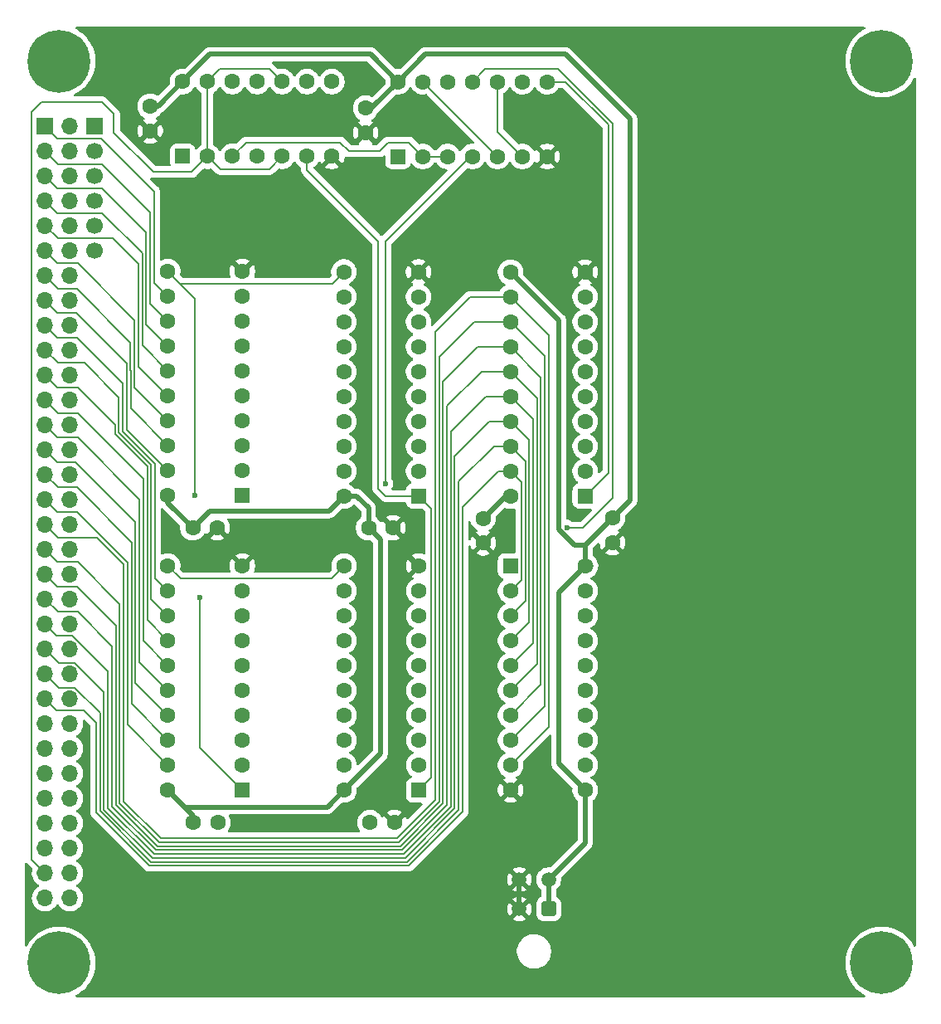
<source format=gbr>
%TF.GenerationSoftware,KiCad,Pcbnew,9.0.4*%
%TF.CreationDate,2025-09-22T01:16:19-04:00*%
%TF.ProjectId,tta8_lsu,74746138-5f6c-4737-952e-6b696361645f,0*%
%TF.SameCoordinates,Original*%
%TF.FileFunction,Copper,L1,Top*%
%TF.FilePolarity,Positive*%
%FSLAX46Y46*%
G04 Gerber Fmt 4.6, Leading zero omitted, Abs format (unit mm)*
G04 Created by KiCad (PCBNEW 9.0.4) date 2025-09-22 01:16:19*
%MOMM*%
%LPD*%
G01*
G04 APERTURE LIST*
G04 Aperture macros list*
%AMRoundRect*
0 Rectangle with rounded corners*
0 $1 Rounding radius*
0 $2 $3 $4 $5 $6 $7 $8 $9 X,Y pos of 4 corners*
0 Add a 4 corners polygon primitive as box body*
4,1,4,$2,$3,$4,$5,$6,$7,$8,$9,$2,$3,0*
0 Add four circle primitives for the rounded corners*
1,1,$1+$1,$2,$3*
1,1,$1+$1,$4,$5*
1,1,$1+$1,$6,$7*
1,1,$1+$1,$8,$9*
0 Add four rect primitives between the rounded corners*
20,1,$1+$1,$2,$3,$4,$5,0*
20,1,$1+$1,$4,$5,$6,$7,0*
20,1,$1+$1,$6,$7,$8,$9,0*
20,1,$1+$1,$8,$9,$2,$3,0*%
G04 Aperture macros list end*
%TA.AperFunction,ComponentPad*%
%ADD10C,1.600000*%
%TD*%
%TA.AperFunction,ComponentPad*%
%ADD11RoundRect,0.250000X0.550000X0.550000X-0.550000X0.550000X-0.550000X-0.550000X0.550000X-0.550000X0*%
%TD*%
%TA.AperFunction,ComponentPad*%
%ADD12R,1.700000X1.700000*%
%TD*%
%TA.AperFunction,ComponentPad*%
%ADD13C,1.700000*%
%TD*%
%TA.AperFunction,ComponentPad*%
%ADD14RoundRect,0.250000X0.550000X-0.550000X0.550000X0.550000X-0.550000X0.550000X-0.550000X-0.550000X0*%
%TD*%
%TA.AperFunction,ComponentPad*%
%ADD15C,6.400000*%
%TD*%
%TA.AperFunction,ComponentPad*%
%ADD16O,1.700000X1.700000*%
%TD*%
%TA.AperFunction,ComponentPad*%
%ADD17RoundRect,0.250000X-0.550000X-0.550000X0.550000X-0.550000X0.550000X0.550000X-0.550000X0.550000X0*%
%TD*%
%TA.AperFunction,ComponentPad*%
%ADD18RoundRect,0.250001X0.499999X0.499999X-0.499999X0.499999X-0.499999X-0.499999X0.499999X-0.499999X0*%
%TD*%
%TA.AperFunction,ComponentPad*%
%ADD19C,1.500000*%
%TD*%
%TA.AperFunction,ViaPad*%
%ADD20C,0.600000*%
%TD*%
%TA.AperFunction,Conductor*%
%ADD21C,0.500000*%
%TD*%
%TA.AperFunction,Conductor*%
%ADD22C,0.200000*%
%TD*%
G04 APERTURE END LIST*
D10*
%TO.P,U5,20,VCC*%
%TO.N,+5V*%
X105100000Y-95380000D03*
%TO.P,U5,19,Q0*%
%TO.N,D7*%
X105100000Y-92840000D03*
%TO.P,U5,18,Q1*%
%TO.N,D6*%
X105100000Y-90300000D03*
%TO.P,U5,17,Q2*%
%TO.N,D5*%
X105100000Y-87760000D03*
%TO.P,U5,16,Q3*%
%TO.N,D4*%
X105100000Y-85220000D03*
%TO.P,U5,15,Q4*%
%TO.N,D3*%
X105100000Y-82680000D03*
%TO.P,U5,14,Q5*%
%TO.N,D2*%
X105100000Y-80140000D03*
%TO.P,U5,13,Q6*%
%TO.N,D1*%
X105100000Y-77600000D03*
%TO.P,U5,12,Q7*%
%TO.N,D0*%
X105100000Y-75060000D03*
%TO.P,U5,11,Load*%
%TO.N,+5V*%
X105100000Y-72520000D03*
%TO.P,U5,10,GND*%
%TO.N,GND*%
X112720000Y-72520000D03*
%TO.P,U5,9,D7*%
%TO.N,T0*%
X112720000Y-75060000D03*
%TO.P,U5,8,D6*%
%TO.N,T1*%
X112720000Y-77600000D03*
%TO.P,U5,7,D5*%
%TO.N,T2*%
X112720000Y-80140000D03*
%TO.P,U5,6,D4*%
%TO.N,T3*%
X112720000Y-82680000D03*
%TO.P,U5,5,D3*%
%TO.N,T4*%
X112720000Y-85220000D03*
%TO.P,U5,4,D2*%
%TO.N,T5*%
X112720000Y-87760000D03*
%TO.P,U5,3,D1*%
%TO.N,T6*%
X112720000Y-90300000D03*
%TO.P,U5,2,D0*%
%TO.N,T7*%
X112720000Y-92840000D03*
D11*
%TO.P,U5,1,OE*%
%TO.N,Net-(U5-OE)*%
X112720000Y-95380000D03*
%TD*%
D10*
%TO.P,C6,2*%
%TO.N,GND*%
X115500000Y-100100000D03*
%TO.P,C6,1*%
%TO.N,+5V*%
X115500000Y-97600000D03*
%TD*%
D12*
%TO.P,J2,1,Pin_1*%
%TO.N,srce0*%
X62650000Y-57645000D03*
D13*
%TO.P,J2,2,Pin_2*%
%TO.N,srce1*%
X62650000Y-60185000D03*
%TO.P,J2,3,Pin_3*%
%TO.N,srce2*%
X62650000Y-62725000D03*
%TO.P,J2,4,Pin_4*%
%TO.N,dste0*%
X62650000Y-65265000D03*
%TO.P,J2,5,Pin_5*%
%TO.N,dste1*%
X62650000Y-67805000D03*
%TO.P,J2,6,Pin_6*%
%TO.N,dste2*%
X62650000Y-70345000D03*
%TD*%
D14*
%TO.P,U8,1*%
%TO.N,Net-(U1-Load)*%
X93600000Y-60720000D03*
D10*
%TO.P,U8,2*%
%TO.N,Net-(U7-Pad3)*%
X96140000Y-60720000D03*
%TO.P,U8,3*%
X98680000Y-60720000D03*
%TO.P,U8,4*%
%TO.N,Net-(U1-OE)*%
X101220000Y-60720000D03*
%TO.P,U8,5*%
%TO.N,Net-(U8-Pad13)*%
X103760000Y-60720000D03*
%TO.P,U8,6*%
%TO.N,Net-(U8-Pad10)*%
X106300000Y-60720000D03*
%TO.P,U8,7,GND*%
%TO.N,GND*%
X108840000Y-60720000D03*
%TO.P,U8,8*%
%TO.N,Net-(U5-OE)*%
X108840000Y-53100000D03*
%TO.P,U8,9*%
X106300000Y-53100000D03*
%TO.P,U8,10*%
%TO.N,Net-(U8-Pad10)*%
X103760000Y-53100000D03*
%TO.P,U8,11*%
%TO.N,Net-(U6-OE)*%
X101220000Y-53100000D03*
%TO.P,U8,12*%
X98680000Y-53100000D03*
%TO.P,U8,13*%
%TO.N,Net-(U8-Pad13)*%
X96140000Y-53100000D03*
%TO.P,U8,14,VCC*%
%TO.N,+5V*%
X93600000Y-53100000D03*
%TD*%
%TO.P,C3,1*%
%TO.N,+5V*%
X90750000Y-128700000D03*
%TO.P,C3,2*%
%TO.N,GND*%
X93250000Y-128700000D03*
%TD*%
%TO.P,C2,1*%
%TO.N,+5V*%
X72650000Y-98600000D03*
%TO.P,C2,2*%
%TO.N,GND*%
X75150000Y-98600000D03*
%TD*%
D11*
%TO.P,U4,1,OE*%
%TO.N,Net-(U3-OE)*%
X95700000Y-95360000D03*
D10*
%TO.P,U4,2,D0*%
%TO.N,T7*%
X95700000Y-92820000D03*
%TO.P,U4,3,D1*%
%TO.N,T6*%
X95700000Y-90280000D03*
%TO.P,U4,4,D2*%
%TO.N,T5*%
X95700000Y-87740000D03*
%TO.P,U4,5,D3*%
%TO.N,T4*%
X95700000Y-85200000D03*
%TO.P,U4,6,D4*%
%TO.N,T3*%
X95700000Y-82660000D03*
%TO.P,U4,7,D5*%
%TO.N,T2*%
X95700000Y-80120000D03*
%TO.P,U4,8,D6*%
%TO.N,T1*%
X95700000Y-77580000D03*
%TO.P,U4,9,D7*%
%TO.N,T0*%
X95700000Y-75040000D03*
%TO.P,U4,10,GND*%
%TO.N,GND*%
X95700000Y-72500000D03*
%TO.P,U4,11,Load*%
%TO.N,Net-(U1-Load)*%
X88080000Y-72500000D03*
%TO.P,U4,12,Q7*%
%TO.N,T0*%
X88080000Y-75040000D03*
%TO.P,U4,13,Q6*%
%TO.N,T1*%
X88080000Y-77580000D03*
%TO.P,U4,14,Q5*%
%TO.N,T2*%
X88080000Y-80120000D03*
%TO.P,U4,15,Q4*%
%TO.N,T3*%
X88080000Y-82660000D03*
%TO.P,U4,16,Q3*%
%TO.N,T4*%
X88080000Y-85200000D03*
%TO.P,U4,17,Q2*%
%TO.N,T5*%
X88080000Y-87740000D03*
%TO.P,U4,18,Q1*%
%TO.N,T6*%
X88080000Y-90280000D03*
%TO.P,U4,19,Q0*%
%TO.N,T7*%
X88080000Y-92820000D03*
%TO.P,U4,20,VCC*%
%TO.N,+5V*%
X88080000Y-95360000D03*
%TD*%
D11*
%TO.P,U3,1,OE*%
%TO.N,Net-(U3-OE)*%
X95725000Y-125370000D03*
D10*
%TO.P,U3,2,D0*%
%TO.N,T15*%
X95725000Y-122830000D03*
%TO.P,U3,3,D1*%
%TO.N,T14*%
X95725000Y-120290000D03*
%TO.P,U3,4,D2*%
%TO.N,T13*%
X95725000Y-117750000D03*
%TO.P,U3,5,D3*%
%TO.N,T12*%
X95725000Y-115210000D03*
%TO.P,U3,6,D4*%
%TO.N,T11*%
X95725000Y-112670000D03*
%TO.P,U3,7,D5*%
%TO.N,T10*%
X95725000Y-110130000D03*
%TO.P,U3,8,D6*%
%TO.N,T9*%
X95725000Y-107590000D03*
%TO.P,U3,9,D7*%
%TO.N,T8*%
X95725000Y-105050000D03*
%TO.P,U3,10,GND*%
%TO.N,GND*%
X95725000Y-102510000D03*
%TO.P,U3,11,Load*%
%TO.N,Net-(U1-Load)*%
X88105000Y-102510000D03*
%TO.P,U3,12,Q7*%
%TO.N,T8*%
X88105000Y-105050000D03*
%TO.P,U3,13,Q6*%
%TO.N,T9*%
X88105000Y-107590000D03*
%TO.P,U3,14,Q5*%
%TO.N,T10*%
X88105000Y-110130000D03*
%TO.P,U3,15,Q4*%
%TO.N,T11*%
X88105000Y-112670000D03*
%TO.P,U3,16,Q3*%
%TO.N,T12*%
X88105000Y-115210000D03*
%TO.P,U3,17,Q2*%
%TO.N,T13*%
X88105000Y-117750000D03*
%TO.P,U3,18,Q1*%
%TO.N,T14*%
X88105000Y-120290000D03*
%TO.P,U3,19,Q0*%
%TO.N,T15*%
X88105000Y-122830000D03*
%TO.P,U3,20,VCC*%
%TO.N,+5V*%
X88105000Y-125370000D03*
%TD*%
D15*
%TO.P,H3,1,1*%
%TO.N,unconnected-(H3-Pad1)*%
X59000000Y-143000000D03*
%TD*%
%TO.P,H2,1,1*%
%TO.N,unconnected-(H2-Pad1)*%
X143000000Y-51000000D03*
%TD*%
D14*
%TO.P,U7,1*%
%TO.N,DST1*%
X71612500Y-60705000D03*
D10*
%TO.P,U7,2*%
%TO.N,MOV*%
X74152500Y-60705000D03*
%TO.P,U7,3*%
%TO.N,Net-(U7-Pad3)*%
X76692500Y-60705000D03*
%TO.P,U7,4*%
%TO.N,SRC1*%
X79232500Y-60705000D03*
%TO.P,U7,5*%
%TO.N,MOV*%
X81772500Y-60705000D03*
%TO.P,U7,6*%
%TO.N,Net-(U3-OE)*%
X84312500Y-60705000D03*
%TO.P,U7,7,GND*%
%TO.N,GND*%
X86852500Y-60705000D03*
%TO.P,U7,8*%
%TO.N,Net-(U5-OE)*%
X86852500Y-53085000D03*
%TO.P,U7,9*%
%TO.N,DST2*%
X84312500Y-53085000D03*
%TO.P,U7,10*%
%TO.N,MOV*%
X81772500Y-53085000D03*
%TO.P,U7,11*%
%TO.N,Net-(U6-OE)*%
X79232500Y-53085000D03*
%TO.P,U7,12*%
%TO.N,SRC2*%
X76692500Y-53085000D03*
%TO.P,U7,13*%
%TO.N,MOV*%
X74152500Y-53085000D03*
%TO.P,U7,14,VCC*%
%TO.N,+5V*%
X71612500Y-53085000D03*
%TD*%
%TO.P,C1,1*%
%TO.N,+5V*%
X72700000Y-128700000D03*
%TO.P,C1,2*%
%TO.N,GND*%
X75200000Y-128700000D03*
%TD*%
D12*
%TO.P,J1,1,Pin_1*%
%TO.N,A0*%
X57570000Y-57645000D03*
D16*
%TO.P,J1,2,Pin_2*%
%TO.N,SRC0*%
X60110000Y-57645000D03*
%TO.P,J1,3,Pin_3*%
%TO.N,A1*%
X57570000Y-60185000D03*
%TO.P,J1,4,Pin_4*%
%TO.N,SRC1*%
X60110000Y-60185000D03*
%TO.P,J1,5,Pin_5*%
%TO.N,A2*%
X57570000Y-62725000D03*
%TO.P,J1,6,Pin_6*%
%TO.N,SRC2*%
X60110000Y-62725000D03*
%TO.P,J1,7,Pin_7*%
%TO.N,A3*%
X57570000Y-65265000D03*
%TO.P,J1,8,Pin_8*%
%TO.N,SRC3*%
X60110000Y-65265000D03*
%TO.P,J1,9,Pin_9*%
%TO.N,A4*%
X57570000Y-67805000D03*
%TO.P,J1,10,Pin_10*%
%TO.N,SRC4*%
X60110000Y-67805000D03*
%TO.P,J1,11,Pin_11*%
%TO.N,A5*%
X57570000Y-70345000D03*
%TO.P,J1,12,Pin_12*%
%TO.N,SRC5*%
X60110000Y-70345000D03*
%TO.P,J1,13,Pin_13*%
%TO.N,A6*%
X57570000Y-72885000D03*
%TO.P,J1,14,Pin_14*%
%TO.N,SRC6*%
X60110000Y-72885000D03*
%TO.P,J1,15,Pin_15*%
%TO.N,A7*%
X57570000Y-75425000D03*
%TO.P,J1,16,Pin_16*%
%TO.N,SRC7*%
X60110000Y-75425000D03*
%TO.P,J1,17,Pin_17*%
%TO.N,A8*%
X57570000Y-77965000D03*
%TO.P,J1,18,Pin_18*%
%TO.N,DST0*%
X60110000Y-77965000D03*
%TO.P,J1,19,Pin_19*%
%TO.N,A9*%
X57570000Y-80505000D03*
%TO.P,J1,20,Pin_20*%
%TO.N,DST1*%
X60110000Y-80505000D03*
%TO.P,J1,21,Pin_21*%
%TO.N,A10*%
X57570000Y-83045000D03*
%TO.P,J1,22,Pin_22*%
%TO.N,DST2*%
X60110000Y-83045000D03*
%TO.P,J1,23,Pin_23*%
%TO.N,A11*%
X57570000Y-85585000D03*
%TO.P,J1,24,Pin_24*%
%TO.N,DST3*%
X60110000Y-85585000D03*
%TO.P,J1,25,Pin_25*%
%TO.N,A12*%
X57570000Y-88125000D03*
%TO.P,J1,26,Pin_26*%
%TO.N,DST4*%
X60110000Y-88125000D03*
%TO.P,J1,27,Pin_27*%
%TO.N,A13*%
X57570000Y-90665000D03*
%TO.P,J1,28,Pin_28*%
%TO.N,DST5*%
X60110000Y-90665000D03*
%TO.P,J1,29,Pin_29*%
%TO.N,A14*%
X57570000Y-93205000D03*
%TO.P,J1,30,Pin_30*%
%TO.N,DST6*%
X60110000Y-93205000D03*
%TO.P,J1,31,Pin_31*%
%TO.N,A15*%
X57570000Y-95745000D03*
%TO.P,J1,32,Pin_32*%
%TO.N,DST7*%
X60110000Y-95745000D03*
%TO.P,J1,33,Pin_33*%
%TO.N,D0*%
X57570000Y-98285000D03*
%TO.P,J1,34,Pin_34*%
%TO.N,T0*%
X60110000Y-98285000D03*
%TO.P,J1,35,Pin_35*%
%TO.N,D1*%
X57570000Y-100825000D03*
%TO.P,J1,36,Pin_36*%
%TO.N,T1*%
X60110000Y-100825000D03*
%TO.P,J1,37,Pin_37*%
%TO.N,D2*%
X57570000Y-103365000D03*
%TO.P,J1,38,Pin_38*%
%TO.N,T2*%
X60110000Y-103365000D03*
%TO.P,J1,39,Pin_39*%
%TO.N,D3*%
X57570000Y-105905000D03*
%TO.P,J1,40,Pin_40*%
%TO.N,T3*%
X60110000Y-105905000D03*
%TO.P,J1,41,Pin_41*%
%TO.N,D4*%
X57570000Y-108445000D03*
%TO.P,J1,42,Pin_42*%
%TO.N,T4*%
X60110000Y-108445000D03*
%TO.P,J1,43,Pin_43*%
%TO.N,D5*%
X57570000Y-110985000D03*
%TO.P,J1,44,Pin_44*%
%TO.N,T5*%
X60110000Y-110985000D03*
%TO.P,J1,45,Pin_45*%
%TO.N,D6*%
X57570000Y-113525000D03*
%TO.P,J1,46,Pin_46*%
%TO.N,T6*%
X60110000Y-113525000D03*
%TO.P,J1,47,Pin_47*%
%TO.N,D7*%
X57570000Y-116065000D03*
%TO.P,J1,48,Pin_48*%
%TO.N,T7*%
X60110000Y-116065000D03*
%TO.P,J1,49,Pin_49*%
%TO.N,LDI*%
X57570000Y-118605000D03*
%TO.P,J1,50,Pin_50*%
%TO.N,T8*%
X60110000Y-118605000D03*
%TO.P,J1,51,Pin_51*%
%TO.N,EXC*%
X57570000Y-121145000D03*
%TO.P,J1,52,Pin_52*%
%TO.N,T9*%
X60110000Y-121145000D03*
%TO.P,J1,53,Pin_53*%
%TO.N,CLK*%
X57570000Y-123685000D03*
%TO.P,J1,54,Pin_54*%
%TO.N,T10*%
X60110000Y-123685000D03*
%TO.P,J1,55,Pin_55*%
%TO.N,{slash}R*%
X57570000Y-126225000D03*
%TO.P,J1,56,Pin_56*%
%TO.N,T11*%
X60110000Y-126225000D03*
%TO.P,J1,57,Pin_57*%
%TO.N,CARRY*%
X57570000Y-128765000D03*
%TO.P,J1,58,Pin_58*%
%TO.N,T12*%
X60110000Y-128765000D03*
%TO.P,J1,59,Pin_59*%
%TO.N,ZERO*%
X57570000Y-131305000D03*
%TO.P,J1,60,Pin_60*%
%TO.N,T13*%
X60110000Y-131305000D03*
%TO.P,J1,61,Pin_61*%
%TO.N,MOV*%
X57570000Y-133845000D03*
%TO.P,J1,62,Pin_62*%
%TO.N,T14*%
X60110000Y-133845000D03*
%TO.P,J1,63,Pin_63*%
%TO.N,MVI*%
X57570000Y-136385000D03*
%TO.P,J1,64,Pin_64*%
%TO.N,T15*%
X60110000Y-136385000D03*
%TD*%
D15*
%TO.P,H1,1,1*%
%TO.N,unconnected-(H1-Pad1)*%
X59000000Y-51000000D03*
%TD*%
D17*
%TO.P,U6,1,OE*%
%TO.N,Net-(U6-OE)*%
X105100000Y-102500000D03*
D10*
%TO.P,U6,2,D0*%
%TO.N,D7*%
X105100000Y-105040000D03*
%TO.P,U6,3,D1*%
%TO.N,D6*%
X105100000Y-107580000D03*
%TO.P,U6,4,D2*%
%TO.N,D5*%
X105100000Y-110120000D03*
%TO.P,U6,5,D3*%
%TO.N,D4*%
X105100000Y-112660000D03*
%TO.P,U6,6,D4*%
%TO.N,D3*%
X105100000Y-115200000D03*
%TO.P,U6,7,D5*%
%TO.N,D2*%
X105100000Y-117740000D03*
%TO.P,U6,8,D6*%
%TO.N,D1*%
X105100000Y-120280000D03*
%TO.P,U6,9,D7*%
%TO.N,D0*%
X105100000Y-122820000D03*
%TO.P,U6,10,GND*%
%TO.N,GND*%
X105100000Y-125360000D03*
%TO.P,U6,11,Load*%
%TO.N,+5V*%
X112720000Y-125360000D03*
%TO.P,U6,12,Q7*%
%TO.N,T0*%
X112720000Y-122820000D03*
%TO.P,U6,13,Q6*%
%TO.N,T1*%
X112720000Y-120280000D03*
%TO.P,U6,14,Q5*%
%TO.N,T2*%
X112720000Y-117740000D03*
%TO.P,U6,15,Q4*%
%TO.N,T3*%
X112720000Y-115200000D03*
%TO.P,U6,16,Q3*%
%TO.N,T4*%
X112720000Y-112660000D03*
%TO.P,U6,17,Q2*%
%TO.N,T5*%
X112720000Y-110120000D03*
%TO.P,U6,18,Q1*%
%TO.N,T6*%
X112720000Y-107580000D03*
%TO.P,U6,19,Q0*%
%TO.N,T7*%
X112720000Y-105040000D03*
%TO.P,U6,20,VCC*%
%TO.N,+5V*%
X112720000Y-102500000D03*
%TD*%
%TO.P,C5,1*%
%TO.N,+5V*%
X102300000Y-97650000D03*
%TO.P,C5,2*%
%TO.N,GND*%
X102300000Y-100150000D03*
%TD*%
%TO.P,C8,1*%
%TO.N,+5V*%
X90300000Y-55800000D03*
%TO.P,C8,2*%
%TO.N,GND*%
X90300000Y-58300000D03*
%TD*%
D11*
%TO.P,U2,1,OE*%
%TO.N,Net-(U1-OE)*%
X77720000Y-95320000D03*
D10*
%TO.P,U2,2,D0*%
%TO.N,T7*%
X77720000Y-92780000D03*
%TO.P,U2,3,D1*%
%TO.N,T6*%
X77720000Y-90240000D03*
%TO.P,U2,4,D2*%
%TO.N,T5*%
X77720000Y-87700000D03*
%TO.P,U2,5,D3*%
%TO.N,T4*%
X77720000Y-85160000D03*
%TO.P,U2,6,D4*%
%TO.N,T3*%
X77720000Y-82620000D03*
%TO.P,U2,7,D5*%
%TO.N,T2*%
X77720000Y-80080000D03*
%TO.P,U2,8,D6*%
%TO.N,T1*%
X77720000Y-77540000D03*
%TO.P,U2,9,D7*%
%TO.N,T0*%
X77720000Y-75000000D03*
%TO.P,U2,10,GND*%
%TO.N,GND*%
X77720000Y-72460000D03*
%TO.P,U2,11,Load*%
%TO.N,Net-(U1-Load)*%
X70100000Y-72460000D03*
%TO.P,U2,12,Q7*%
%TO.N,A0*%
X70100000Y-75000000D03*
%TO.P,U2,13,Q6*%
%TO.N,A1*%
X70100000Y-77540000D03*
%TO.P,U2,14,Q5*%
%TO.N,A2*%
X70100000Y-80080000D03*
%TO.P,U2,15,Q4*%
%TO.N,A3*%
X70100000Y-82620000D03*
%TO.P,U2,16,Q3*%
%TO.N,A4*%
X70100000Y-85160000D03*
%TO.P,U2,17,Q2*%
%TO.N,A5*%
X70100000Y-87700000D03*
%TO.P,U2,18,Q1*%
%TO.N,A6*%
X70100000Y-90240000D03*
%TO.P,U2,19,Q0*%
%TO.N,A7*%
X70100000Y-92780000D03*
%TO.P,U2,20,VCC*%
%TO.N,+5V*%
X70100000Y-95320000D03*
%TD*%
%TO.P,C4,1*%
%TO.N,+5V*%
X90600000Y-98600000D03*
%TO.P,C4,2*%
%TO.N,GND*%
X93100000Y-98600000D03*
%TD*%
D18*
%TO.P,J3,1,Pin_1*%
%TO.N,+5V*%
X109000000Y-137500000D03*
D19*
%TO.P,J3,2,Pin_2*%
%TO.N,GND*%
X106000000Y-137500000D03*
%TO.P,J3,3,Pin_3*%
%TO.N,+5V*%
X109000000Y-134500000D03*
%TO.P,J3,4,Pin_4*%
%TO.N,GND*%
X106000000Y-134500000D03*
%TD*%
D15*
%TO.P,H4,1,1*%
%TO.N,unconnected-(H4-Pad1)*%
X143000000Y-143000000D03*
%TD*%
D10*
%TO.P,C7,1*%
%TO.N,+5V*%
X68300000Y-55600000D03*
%TO.P,C7,2*%
%TO.N,GND*%
X68300000Y-58100000D03*
%TD*%
D11*
%TO.P,U1,1,OE*%
%TO.N,Net-(U1-OE)*%
X77720000Y-125360000D03*
D10*
%TO.P,U1,2,D0*%
%TO.N,T15*%
X77720000Y-122820000D03*
%TO.P,U1,3,D1*%
%TO.N,T14*%
X77720000Y-120280000D03*
%TO.P,U1,4,D2*%
%TO.N,T13*%
X77720000Y-117740000D03*
%TO.P,U1,5,D3*%
%TO.N,T12*%
X77720000Y-115200000D03*
%TO.P,U1,6,D4*%
%TO.N,T11*%
X77720000Y-112660000D03*
%TO.P,U1,7,D5*%
%TO.N,T10*%
X77720000Y-110120000D03*
%TO.P,U1,8,D6*%
%TO.N,T9*%
X77720000Y-107580000D03*
%TO.P,U1,9,D7*%
%TO.N,T8*%
X77720000Y-105040000D03*
%TO.P,U1,10,GND*%
%TO.N,GND*%
X77720000Y-102500000D03*
%TO.P,U1,11,Load*%
%TO.N,Net-(U1-Load)*%
X70100000Y-102500000D03*
%TO.P,U1,12,Q7*%
%TO.N,A8*%
X70100000Y-105040000D03*
%TO.P,U1,13,Q6*%
%TO.N,A9*%
X70100000Y-107580000D03*
%TO.P,U1,14,Q5*%
%TO.N,A10*%
X70100000Y-110120000D03*
%TO.P,U1,15,Q4*%
%TO.N,A11*%
X70100000Y-112660000D03*
%TO.P,U1,16,Q3*%
%TO.N,A12*%
X70100000Y-115200000D03*
%TO.P,U1,17,Q2*%
%TO.N,A13*%
X70100000Y-117740000D03*
%TO.P,U1,18,Q1*%
%TO.N,A14*%
X70100000Y-120280000D03*
%TO.P,U1,19,Q0*%
%TO.N,A15*%
X70100000Y-122820000D03*
%TO.P,U1,20,VCC*%
%TO.N,+5V*%
X70100000Y-125360000D03*
%TD*%
D20*
%TO.N,Net-(U1-OE)*%
X73400000Y-105700000D03*
X92300000Y-94100000D03*
%TO.N,Net-(U1-Load)*%
X72900000Y-95300000D03*
%TO.N,Net-(U6-OE)*%
X110900000Y-98600000D03*
%TD*%
D21*
%TO.N,+5V*%
X115500000Y-97600000D02*
X117300000Y-95800000D01*
X117300000Y-95800000D02*
X117300000Y-56900000D01*
X104570000Y-95380000D02*
X102300000Y-97650000D01*
X105100000Y-95380000D02*
X104570000Y-95380000D01*
X110700000Y-50300000D02*
X117300000Y-56900000D01*
X96400000Y-50300000D02*
X110700000Y-50300000D01*
X113300000Y-102500000D02*
X112720000Y-102500000D01*
X93600000Y-53100000D02*
X96400000Y-50300000D01*
D22*
%TO.N,Net-(U6-OE)*%
X102520000Y-51800000D02*
X101220000Y-53100000D01*
X109967100Y-51800000D02*
X102520000Y-51800000D01*
X115500000Y-95600000D02*
X115500000Y-57332900D01*
X112500000Y-98600000D02*
X115500000Y-95600000D01*
X110900000Y-98600000D02*
X112500000Y-98600000D01*
X115500000Y-57332900D02*
X109967100Y-51800000D01*
%TO.N,A13*%
X70100000Y-117740000D02*
X66795000Y-114435000D01*
X66795000Y-114435000D02*
X66795000Y-97995000D01*
X58805000Y-91900000D02*
X57570000Y-90665000D01*
X60700000Y-91900000D02*
X58805000Y-91900000D01*
X66795000Y-97995000D02*
X60700000Y-91900000D01*
%TO.N,D6*%
X60586760Y-114914000D02*
X63186000Y-117513240D01*
X57570000Y-113525000D02*
X58959000Y-114914000D01*
X94503600Y-132699000D02*
X99802000Y-127400600D01*
X99802000Y-93898000D02*
X103400000Y-90300000D01*
X106602000Y-106078000D02*
X105100000Y-107580000D01*
X68366100Y-132699000D02*
X94503600Y-132699000D01*
X105100000Y-90300000D02*
X106602000Y-91802000D01*
X58959000Y-114914000D02*
X60586760Y-114914000D01*
X63186000Y-127518900D02*
X68366100Y-132699000D01*
X103400000Y-90300000D02*
X105100000Y-90300000D01*
X106602000Y-91802000D02*
X106602000Y-106078000D01*
X63186000Y-117513240D02*
X63186000Y-127518900D01*
X99802000Y-127400600D02*
X99802000Y-93898000D01*
%TO.N,A14*%
X60800000Y-94500000D02*
X58865000Y-94500000D01*
X58865000Y-94500000D02*
X57570000Y-93205000D01*
X66394000Y-116574000D02*
X66394000Y-100094000D01*
X66394000Y-100094000D02*
X60800000Y-94500000D01*
X70100000Y-120280000D02*
X66394000Y-116574000D01*
%TO.N,D1*%
X101400000Y-77600000D02*
X105100000Y-77600000D01*
X69196600Y-130694000D02*
X93673100Y-130694000D01*
X60900000Y-102100000D02*
X65191000Y-106391000D01*
X97800000Y-81200000D02*
X101400000Y-77600000D01*
X108607000Y-81107000D02*
X108607000Y-116773000D01*
X93673100Y-130694000D02*
X97800000Y-126567100D01*
X58845000Y-102100000D02*
X60900000Y-102100000D01*
X65191000Y-126688400D02*
X69196600Y-130694000D01*
X97800000Y-126567100D02*
X97800000Y-81200000D01*
X108607000Y-116773000D02*
X105100000Y-120280000D01*
X65191000Y-106391000D02*
X65191000Y-126688400D01*
X57570000Y-100825000D02*
X58845000Y-102100000D01*
X105100000Y-77600000D02*
X108607000Y-81107000D01*
%TO.N,A15*%
X65993000Y-102193000D02*
X60800000Y-97000000D01*
X60800000Y-97000000D02*
X58825000Y-97000000D01*
X58825000Y-97000000D02*
X57570000Y-95745000D01*
X65993000Y-118713000D02*
X65993000Y-102193000D01*
X70100000Y-122820000D02*
X65993000Y-118713000D01*
%TO.N,A4*%
X58865000Y-69100000D02*
X57570000Y-67805000D01*
X67099000Y-71699000D02*
X64500000Y-69100000D01*
X67099000Y-82159000D02*
X67099000Y-71699000D01*
X64500000Y-69100000D02*
X58865000Y-69100000D01*
X70100000Y-85160000D02*
X67099000Y-82159000D01*
%TO.N,A0*%
X68700000Y-64300000D02*
X63300000Y-58900000D01*
X58825000Y-58900000D02*
X57570000Y-57645000D01*
X63300000Y-58900000D02*
X58825000Y-58900000D01*
X70100000Y-75000000D02*
X68700000Y-73600000D01*
X68700000Y-73600000D02*
X68700000Y-64300000D01*
%TO.N,A6*%
X60800000Y-74200000D02*
X58885000Y-74200000D01*
X66300000Y-84467100D02*
X66299000Y-84466100D01*
X66299000Y-82493200D02*
X66297000Y-82491200D01*
X58885000Y-74200000D02*
X57570000Y-72885000D01*
X66300000Y-86440000D02*
X66300000Y-84467100D01*
X66299000Y-84466100D02*
X66299000Y-82493200D01*
X70100000Y-90240000D02*
X66300000Y-86440000D01*
X66297000Y-82491200D02*
X66297000Y-79697000D01*
X66297000Y-79697000D02*
X60800000Y-74200000D01*
%TO.N,D7*%
X105100000Y-92840000D02*
X106201000Y-93941000D01*
X106201000Y-93941000D02*
X106201000Y-103939000D01*
X58721000Y-117216000D02*
X61516000Y-117216000D01*
X62785000Y-118485000D02*
X62785000Y-127685000D01*
X94669700Y-133100000D02*
X100203000Y-127566700D01*
X62785000Y-127685000D02*
X68200000Y-133100000D01*
X100203000Y-96497000D02*
X103860000Y-92840000D01*
X103860000Y-92840000D02*
X105100000Y-92840000D01*
X100203000Y-127566700D02*
X100203000Y-96497000D01*
X68200000Y-133100000D02*
X94669700Y-133100000D01*
X57570000Y-116065000D02*
X58721000Y-117216000D01*
X61516000Y-117216000D02*
X62785000Y-118485000D01*
X106201000Y-103939000D02*
X105100000Y-105040000D01*
%TO.N,A3*%
X63400000Y-66500000D02*
X58805000Y-66500000D01*
X67500000Y-70600000D02*
X63400000Y-66500000D01*
X70100000Y-82620000D02*
X67500000Y-80020000D01*
X58805000Y-66500000D02*
X57570000Y-65265000D01*
X67500000Y-80020000D02*
X67500000Y-70600000D01*
%TO.N,D2*%
X108206000Y-83246000D02*
X108206000Y-114634000D01*
X105100000Y-80140000D02*
X108206000Y-83246000D01*
X57570000Y-103365000D02*
X58805000Y-104600000D01*
X58805000Y-104600000D02*
X60800000Y-104600000D01*
X98200000Y-126734200D02*
X98200000Y-83700000D01*
X101760000Y-80140000D02*
X105100000Y-80140000D01*
X64790000Y-108590000D02*
X64790000Y-126854500D01*
X93839200Y-131095000D02*
X98200000Y-126734200D01*
X64790000Y-126854500D02*
X69030500Y-131095000D01*
X98200000Y-83700000D02*
X101760000Y-80140000D01*
X108206000Y-114634000D02*
X105100000Y-117740000D01*
X60800000Y-104600000D02*
X64790000Y-108590000D01*
X69030500Y-131095000D02*
X93839200Y-131095000D01*
%TO.N,A7*%
X65900000Y-86607100D02*
X65899000Y-86606100D01*
X65896000Y-82657300D02*
X65896000Y-81885240D01*
X65898000Y-84632200D02*
X65898000Y-82659300D01*
X60710760Y-76700000D02*
X58845000Y-76700000D01*
X65899000Y-86606100D02*
X65899000Y-84633200D01*
X65900000Y-88580000D02*
X65900000Y-86607100D01*
X70100000Y-92780000D02*
X65900000Y-88580000D01*
X65896000Y-81885240D02*
X60710760Y-76700000D01*
X58845000Y-76700000D02*
X57570000Y-75425000D01*
X65899000Y-84633200D02*
X65898000Y-84632200D01*
X65898000Y-82659300D02*
X65896000Y-82657300D01*
%TO.N,A9*%
X68399000Y-105879000D02*
X68399000Y-92213200D01*
X65098000Y-88912200D02*
X65098000Y-86939300D01*
X65097000Y-86938300D02*
X65097000Y-85297000D01*
X65097000Y-85297000D02*
X61600000Y-81800000D01*
X70100000Y-107580000D02*
X68399000Y-105879000D01*
X65098000Y-86939300D02*
X65097000Y-86938300D01*
X68399000Y-92213200D02*
X65098000Y-88912200D01*
X61600000Y-81800000D02*
X58865000Y-81800000D01*
X58865000Y-81800000D02*
X57570000Y-80505000D01*
%TO.N,A12*%
X70100000Y-115200000D02*
X67196000Y-112296000D01*
X67196000Y-112296000D02*
X67196000Y-95696000D01*
X58845000Y-89400000D02*
X57570000Y-88125000D01*
X60900000Y-89400000D02*
X58845000Y-89400000D01*
X67196000Y-95696000D02*
X60900000Y-89400000D01*
%TO.N,D4*%
X63988000Y-127186700D02*
X68698300Y-131897000D01*
X63988000Y-113235240D02*
X63988000Y-127186700D01*
X60348760Y-109596000D02*
X63988000Y-113235240D01*
X107404000Y-87524000D02*
X107404000Y-110356000D01*
X99000000Y-127068400D02*
X99000000Y-88800000D01*
X57570000Y-108445000D02*
X58721000Y-109596000D01*
X94171400Y-131897000D02*
X99000000Y-127068400D01*
X58721000Y-109596000D02*
X60348760Y-109596000D01*
X107404000Y-110356000D02*
X105100000Y-112660000D01*
X99000000Y-88800000D02*
X102580000Y-85220000D01*
X102580000Y-85220000D02*
X105100000Y-85220000D01*
X68698300Y-131897000D02*
X94171400Y-131897000D01*
X105100000Y-85220000D02*
X107404000Y-87524000D01*
%TO.N,A1*%
X58885000Y-61500000D02*
X57570000Y-60185000D01*
X68300000Y-66400000D02*
X63400000Y-61500000D01*
X70100000Y-77540000D02*
X68300000Y-75740000D01*
X68300000Y-75740000D02*
X68300000Y-66400000D01*
X63400000Y-61500000D02*
X58885000Y-61500000D01*
%TO.N,A2*%
X67900000Y-77880000D02*
X67900000Y-68500000D01*
X58845000Y-64000000D02*
X57570000Y-62725000D01*
X63400000Y-64000000D02*
X58845000Y-64000000D01*
X70100000Y-80080000D02*
X67900000Y-77880000D01*
X67900000Y-68500000D02*
X63400000Y-64000000D01*
%TO.N,A8*%
X68800000Y-103740000D02*
X68800000Y-92047100D01*
X65499000Y-86773200D02*
X65498000Y-86772200D01*
X65499000Y-88746100D02*
X65499000Y-86773200D01*
X60800000Y-79200000D02*
X58805000Y-79200000D01*
X70100000Y-105040000D02*
X68800000Y-103740000D01*
X65498000Y-86772200D02*
X65498000Y-84799300D01*
X65497000Y-83897000D02*
X60800000Y-79200000D01*
X65498000Y-84799300D02*
X65497000Y-84798300D01*
X68800000Y-92047100D02*
X65499000Y-88746100D01*
X58805000Y-79200000D02*
X57570000Y-77965000D01*
X65497000Y-84798300D02*
X65497000Y-83897000D01*
%TO.N,A10*%
X60900000Y-84300000D02*
X58825000Y-84300000D01*
X67998000Y-92379300D02*
X64697000Y-89078300D01*
X64697000Y-89078300D02*
X64697000Y-88097000D01*
X64697000Y-88097000D02*
X60900000Y-84300000D01*
X58825000Y-84300000D02*
X57570000Y-83045000D01*
X67998000Y-108018000D02*
X67998000Y-92379300D01*
X70100000Y-110120000D02*
X67998000Y-108018000D01*
%TO.N,D5*%
X63587000Y-127352800D02*
X68532200Y-132298000D01*
X105100000Y-87760000D02*
X107003000Y-89663000D01*
X99401000Y-127234500D02*
X99401000Y-91299000D01*
X94337500Y-132298000D02*
X99401000Y-127234500D01*
X107003000Y-89663000D02*
X107003000Y-108217000D01*
X58959000Y-112374000D02*
X60586760Y-112374000D01*
X99401000Y-91299000D02*
X102940000Y-87760000D01*
X107003000Y-108217000D02*
X105100000Y-110120000D01*
X102940000Y-87760000D02*
X105100000Y-87760000D01*
X63587000Y-115374240D02*
X63587000Y-127352800D01*
X60586760Y-112374000D02*
X63587000Y-115374240D01*
X57570000Y-110985000D02*
X58959000Y-112374000D01*
X68532200Y-132298000D02*
X94337500Y-132298000D01*
%TO.N,D3*%
X107805000Y-85385000D02*
X107805000Y-112495000D01*
X105100000Y-82680000D02*
X102120000Y-82680000D01*
X58865000Y-107200000D02*
X57570000Y-105905000D01*
X107805000Y-112495000D02*
X105100000Y-115200000D01*
X60900000Y-107200000D02*
X58865000Y-107200000D01*
X64389000Y-127020600D02*
X64389000Y-110689000D01*
X98600000Y-86200000D02*
X98600000Y-126901300D01*
X64389000Y-110689000D02*
X60900000Y-107200000D01*
X105100000Y-82680000D02*
X107805000Y-85385000D01*
X94005300Y-131496000D02*
X68864400Y-131496000D01*
X68864400Y-131496000D02*
X64389000Y-127020600D01*
X98600000Y-126901300D02*
X94005300Y-131496000D01*
X102120000Y-82680000D02*
X98600000Y-86200000D01*
%TO.N,D0*%
X105100000Y-75060000D02*
X109008000Y-78968000D01*
X93507000Y-130293000D02*
X97400000Y-126400000D01*
X65592000Y-126522300D02*
X69362700Y-130293000D01*
X62832900Y-99600000D02*
X65592000Y-102359100D01*
X109008000Y-118912000D02*
X105100000Y-122820000D01*
X69362700Y-130293000D02*
X93507000Y-130293000D01*
X109008000Y-78968000D02*
X109008000Y-118912000D01*
X58885000Y-99600000D02*
X62832900Y-99600000D01*
X57570000Y-98285000D02*
X58885000Y-99600000D01*
X97400000Y-78600000D02*
X100940000Y-75060000D01*
X97400000Y-126400000D02*
X97400000Y-78600000D01*
X100940000Y-75060000D02*
X105100000Y-75060000D01*
X65592000Y-102359100D02*
X65592000Y-126522300D01*
%TO.N,A5*%
X66700000Y-84300000D02*
X66700000Y-82327100D01*
X66698000Y-82325100D02*
X66698000Y-77398000D01*
X60900000Y-71600000D02*
X58825000Y-71600000D01*
X66700000Y-82327100D02*
X66698000Y-82325100D01*
X70100000Y-87700000D02*
X66700000Y-84300000D01*
X66698000Y-77398000D02*
X60900000Y-71600000D01*
X58825000Y-71600000D02*
X57570000Y-70345000D01*
%TO.N,MOV*%
X74152500Y-53085000D02*
X75437500Y-51800000D01*
X57200000Y-55200000D02*
X56200000Y-56200000D01*
X64600000Y-58300000D02*
X64600000Y-56400000D01*
X63400000Y-55200000D02*
X57200000Y-55200000D01*
X75447500Y-62000000D02*
X74152500Y-60705000D01*
X56200000Y-56200000D02*
X56200000Y-132475000D01*
X74152500Y-60705000D02*
X74152500Y-53085000D01*
X80487500Y-51800000D02*
X81772500Y-53085000D01*
X74152500Y-60705000D02*
X72557500Y-62300000D01*
X81772500Y-60705000D02*
X80477500Y-62000000D01*
X80477500Y-62000000D02*
X75447500Y-62000000D01*
X68600000Y-62300000D02*
X64600000Y-58300000D01*
X72557500Y-62300000D02*
X68600000Y-62300000D01*
X64600000Y-56400000D02*
X63400000Y-55200000D01*
X56200000Y-132475000D02*
X57570000Y-133845000D01*
X75437500Y-51800000D02*
X80487500Y-51800000D01*
%TO.N,A11*%
X67597000Y-110157000D02*
X67597000Y-93597000D01*
X58885000Y-86900000D02*
X57570000Y-85585000D01*
X70100000Y-112660000D02*
X67597000Y-110157000D01*
X67597000Y-93597000D02*
X60900000Y-86900000D01*
X60900000Y-86900000D02*
X58885000Y-86900000D01*
D21*
%TO.N,GND*%
X106000000Y-134500000D02*
X106000000Y-137500000D01*
%TO.N,+5V*%
X70100000Y-95320000D02*
X70100000Y-96050000D01*
X74350000Y-96900000D02*
X86540000Y-96900000D01*
X71612500Y-53085000D02*
X74397500Y-50300000D01*
X90600000Y-98600000D02*
X91800000Y-99800000D01*
X70100000Y-96050000D02*
X72650000Y-98600000D01*
X112720000Y-130780000D02*
X109000000Y-134500000D01*
X90900000Y-55800000D02*
X93600000Y-53100000D01*
X72650000Y-98600000D02*
X74350000Y-96900000D01*
X86375000Y-127100000D02*
X71840000Y-127100000D01*
X68300000Y-55600000D02*
X69097500Y-55600000D01*
X69097500Y-55600000D02*
X71612500Y-53085000D01*
X91800000Y-99800000D02*
X91800000Y-121675000D01*
X109000000Y-134500000D02*
X109000000Y-137500000D01*
X112720000Y-102500000D02*
X110000000Y-105220000D01*
X86540000Y-96900000D02*
X88080000Y-95360000D01*
X90600000Y-96600000D02*
X90600000Y-98600000D01*
X89360000Y-95360000D02*
X90600000Y-96600000D01*
X72700000Y-127960000D02*
X70100000Y-125360000D01*
X88080000Y-95360000D02*
X89360000Y-95360000D01*
X88105000Y-125370000D02*
X86375000Y-127100000D01*
X90300000Y-55800000D02*
X90900000Y-55800000D01*
X90800000Y-50300000D02*
X74397500Y-50300000D01*
X72700000Y-128700000D02*
X72700000Y-127960000D01*
X110000000Y-105220000D02*
X110000000Y-122640000D01*
X112720000Y-125360000D02*
X112720000Y-130780000D01*
X91800000Y-121675000D02*
X88105000Y-125370000D01*
X110000000Y-122640000D02*
X112720000Y-125360000D01*
X71840000Y-127100000D02*
X70100000Y-125360000D01*
X90800000Y-50300000D02*
X93600000Y-53100000D01*
D22*
%TO.N,Net-(U1-OE)*%
X92300000Y-94002000D02*
X92301000Y-94001000D01*
X92300000Y-94100000D02*
X92300000Y-94002000D01*
X92300000Y-94100000D02*
X92300000Y-69400000D01*
X100980000Y-60720000D02*
X101220000Y-60720000D01*
X73400000Y-105700000D02*
X73400000Y-121040000D01*
X92300000Y-69400000D02*
X100980000Y-60720000D01*
X73400000Y-121040000D02*
X77720000Y-125360000D01*
%TO.N,Net-(U1-Load)*%
X70100000Y-102500000D02*
X71400000Y-103800000D01*
X86880000Y-73700000D02*
X88080000Y-72500000D01*
X86815000Y-103800000D02*
X88105000Y-102510000D01*
X70100000Y-72460000D02*
X71340000Y-73700000D01*
X70100000Y-72460000D02*
X72900000Y-75260000D01*
X71400000Y-103800000D02*
X86815000Y-103800000D01*
X71340000Y-73700000D02*
X86880000Y-73700000D01*
X72900000Y-75260000D02*
X72900000Y-95300000D01*
%TO.N,Net-(U3-OE)*%
X84312500Y-62112500D02*
X91600000Y-69400000D01*
X91600000Y-94600000D02*
X92360000Y-95360000D01*
X97000000Y-96700000D02*
X97000000Y-124095000D01*
X95700000Y-95360000D02*
X95700000Y-95400000D01*
X95700000Y-95400000D02*
X97000000Y-96700000D01*
X84312500Y-60705000D02*
X84312500Y-62112500D01*
X92360000Y-95360000D02*
X95700000Y-95360000D01*
X91600000Y-69400000D02*
X91600000Y-94600000D01*
X97000000Y-124095000D02*
X95725000Y-125370000D01*
%TO.N,Net-(U5-OE)*%
X115100000Y-93000000D02*
X112720000Y-95380000D01*
X110700000Y-53100000D02*
X115100000Y-57500000D01*
X115100000Y-57500000D02*
X115100000Y-93000000D01*
X108840000Y-53100000D02*
X110700000Y-53100000D01*
%TO.N,Net-(U7-Pad3)*%
X78097500Y-59300000D02*
X87700000Y-59300000D01*
X94720000Y-59300000D02*
X96140000Y-60720000D01*
X88600000Y-60200000D02*
X91700000Y-60200000D01*
X76692500Y-60705000D02*
X78097500Y-59300000D01*
X87700000Y-59300000D02*
X88600000Y-60200000D01*
X96140000Y-60720000D02*
X98680000Y-60720000D01*
X92600000Y-59300000D02*
X94720000Y-59300000D01*
X91700000Y-60200000D02*
X92600000Y-59300000D01*
%TO.N,Net-(U8-Pad13)*%
X96140000Y-53100000D02*
X103760000Y-60720000D01*
%TO.N,Net-(U8-Pad10)*%
X103760000Y-53100000D02*
X103760000Y-58180000D01*
X103760000Y-58180000D02*
X106300000Y-60720000D01*
D21*
%TO.N,+5V*%
X110000000Y-77420000D02*
X110000000Y-98762075D01*
X105100000Y-72520000D02*
X110000000Y-77420000D01*
X110000000Y-98762075D02*
X111617925Y-100380000D01*
X112720000Y-100380000D02*
X112720000Y-102500000D01*
X111617925Y-100380000D02*
X112720000Y-100380000D01*
X115500000Y-97600000D02*
X112720000Y-100380000D01*
%TD*%
%TA.AperFunction,Conductor*%
%TO.N,GND*%
G36*
X141269031Y-47520185D02*
G01*
X141314786Y-47572989D01*
X141324730Y-47642147D01*
X141295705Y-47705703D01*
X141260445Y-47733858D01*
X141095279Y-47822140D01*
X141095261Y-47822151D01*
X140792964Y-48024140D01*
X140792950Y-48024150D01*
X140511893Y-48254807D01*
X140254807Y-48511893D01*
X140024150Y-48792950D01*
X140024140Y-48792964D01*
X139822151Y-49095261D01*
X139822140Y-49095279D01*
X139650756Y-49415916D01*
X139650754Y-49415921D01*
X139511614Y-49751834D01*
X139406067Y-50099776D01*
X139406064Y-50099787D01*
X139335137Y-50456369D01*
X139307628Y-50735679D01*
X139299500Y-50818206D01*
X139299500Y-51181794D01*
X139307023Y-51258173D01*
X139335137Y-51543630D01*
X139406064Y-51900212D01*
X139406067Y-51900223D01*
X139511614Y-52248165D01*
X139582122Y-52418386D01*
X139641557Y-52561876D01*
X139650754Y-52584078D01*
X139650756Y-52584083D01*
X139822140Y-52904720D01*
X139822151Y-52904738D01*
X140024140Y-53207035D01*
X140024150Y-53207049D01*
X140254807Y-53488106D01*
X140511893Y-53745192D01*
X140511898Y-53745196D01*
X140511899Y-53745197D01*
X140792956Y-53975854D01*
X141095268Y-54177853D01*
X141095277Y-54177858D01*
X141095279Y-54177859D01*
X141415916Y-54349243D01*
X141415918Y-54349243D01*
X141415924Y-54349247D01*
X141751836Y-54488386D01*
X142099767Y-54593930D01*
X142099773Y-54593931D01*
X142099776Y-54593932D01*
X142099787Y-54593935D01*
X142456369Y-54664862D01*
X142818206Y-54700500D01*
X142818209Y-54700500D01*
X143181791Y-54700500D01*
X143181794Y-54700500D01*
X143543631Y-54664862D01*
X143613045Y-54651054D01*
X143900212Y-54593935D01*
X143900223Y-54593932D01*
X143900223Y-54593931D01*
X143900233Y-54593930D01*
X144248164Y-54488386D01*
X144584076Y-54349247D01*
X144904732Y-54177853D01*
X145207044Y-53975854D01*
X145488101Y-53745197D01*
X145745197Y-53488101D01*
X145975854Y-53207044D01*
X146177853Y-52904732D01*
X146266142Y-52739555D01*
X146315104Y-52689711D01*
X146383242Y-52674250D01*
X146448921Y-52698082D01*
X146491290Y-52753639D01*
X146499500Y-52798008D01*
X146499500Y-141201991D01*
X146479815Y-141269030D01*
X146427011Y-141314785D01*
X146357853Y-141324729D01*
X146294297Y-141295704D01*
X146266142Y-141260444D01*
X146177859Y-141095279D01*
X146177858Y-141095277D01*
X146177853Y-141095268D01*
X145975854Y-140792956D01*
X145745197Y-140511899D01*
X145745196Y-140511898D01*
X145745192Y-140511893D01*
X145488106Y-140254807D01*
X145207049Y-140024150D01*
X145207048Y-140024149D01*
X145207044Y-140024146D01*
X144904732Y-139822147D01*
X144904727Y-139822144D01*
X144904720Y-139822140D01*
X144584083Y-139650756D01*
X144584078Y-139650754D01*
X144248165Y-139511614D01*
X143900223Y-139406067D01*
X143900212Y-139406064D01*
X143543630Y-139335137D01*
X143271111Y-139308296D01*
X143181794Y-139299500D01*
X142818206Y-139299500D01*
X142735679Y-139307628D01*
X142456369Y-139335137D01*
X142099787Y-139406064D01*
X142099776Y-139406067D01*
X141751834Y-139511614D01*
X141415921Y-139650754D01*
X141415916Y-139650756D01*
X141095279Y-139822140D01*
X141095261Y-139822151D01*
X140792964Y-140024140D01*
X140792950Y-140024150D01*
X140511893Y-140254807D01*
X140254807Y-140511893D01*
X140024150Y-140792950D01*
X140024140Y-140792964D01*
X139822151Y-141095261D01*
X139822140Y-141095279D01*
X139650756Y-141415916D01*
X139650754Y-141415921D01*
X139511614Y-141751834D01*
X139406067Y-142099776D01*
X139406064Y-142099787D01*
X139335137Y-142456369D01*
X139321396Y-142595890D01*
X139301824Y-142794617D01*
X139299500Y-142818209D01*
X139299500Y-143181790D01*
X139335137Y-143543630D01*
X139406064Y-143900212D01*
X139406067Y-143900223D01*
X139511614Y-144248165D01*
X139650754Y-144584078D01*
X139650756Y-144584083D01*
X139822140Y-144904720D01*
X139822151Y-144904738D01*
X140024140Y-145207035D01*
X140024150Y-145207049D01*
X140254807Y-145488106D01*
X140511893Y-145745192D01*
X140511898Y-145745196D01*
X140511899Y-145745197D01*
X140792956Y-145975854D01*
X141095268Y-146177853D01*
X141095277Y-146177858D01*
X141095279Y-146177859D01*
X141260445Y-146266142D01*
X141310289Y-146315104D01*
X141325750Y-146383242D01*
X141301918Y-146448921D01*
X141246361Y-146491290D01*
X141201992Y-146499500D01*
X60798008Y-146499500D01*
X60730969Y-146479815D01*
X60685214Y-146427011D01*
X60675270Y-146357853D01*
X60704295Y-146294297D01*
X60739555Y-146266142D01*
X60785286Y-146241698D01*
X60904732Y-146177853D01*
X61207044Y-145975854D01*
X61488101Y-145745197D01*
X61745197Y-145488101D01*
X61975854Y-145207044D01*
X62177853Y-144904732D01*
X62349247Y-144584076D01*
X62488386Y-144248164D01*
X62593930Y-143900233D01*
X62593932Y-143900223D01*
X62593935Y-143900212D01*
X62664862Y-143543630D01*
X62671015Y-143481157D01*
X62700500Y-143181794D01*
X62700500Y-142818206D01*
X62664862Y-142456369D01*
X62606357Y-142162240D01*
X62593935Y-142099787D01*
X62593932Y-142099776D01*
X62593931Y-142099773D01*
X62593930Y-142099767D01*
X62488386Y-141751836D01*
X62469093Y-141705258D01*
X105749500Y-141705258D01*
X105749500Y-141934741D01*
X105771230Y-142099787D01*
X105779452Y-142162238D01*
X105779453Y-142162240D01*
X105838842Y-142383887D01*
X105926650Y-142595876D01*
X105926657Y-142595890D01*
X106041392Y-142794617D01*
X106181081Y-142976661D01*
X106181089Y-142976670D01*
X106343330Y-143138911D01*
X106343338Y-143138918D01*
X106525382Y-143278607D01*
X106525385Y-143278608D01*
X106525388Y-143278611D01*
X106724112Y-143393344D01*
X106724117Y-143393346D01*
X106724123Y-143393349D01*
X106815480Y-143431190D01*
X106936113Y-143481158D01*
X107157762Y-143540548D01*
X107385266Y-143570500D01*
X107385273Y-143570500D01*
X107614727Y-143570500D01*
X107614734Y-143570500D01*
X107842238Y-143540548D01*
X108063887Y-143481158D01*
X108275888Y-143393344D01*
X108474612Y-143278611D01*
X108656661Y-143138919D01*
X108656665Y-143138914D01*
X108656670Y-143138911D01*
X108818911Y-142976670D01*
X108818914Y-142976665D01*
X108818919Y-142976661D01*
X108958611Y-142794612D01*
X109073344Y-142595888D01*
X109161158Y-142383887D01*
X109220548Y-142162238D01*
X109250500Y-141934734D01*
X109250500Y-141705266D01*
X109220548Y-141477762D01*
X109161158Y-141256113D01*
X109073344Y-141044112D01*
X108958611Y-140845388D01*
X108958608Y-140845385D01*
X108958607Y-140845382D01*
X108818918Y-140663338D01*
X108818911Y-140663330D01*
X108656670Y-140501089D01*
X108656661Y-140501081D01*
X108474617Y-140361392D01*
X108275890Y-140246657D01*
X108275876Y-140246650D01*
X108063887Y-140158842D01*
X107842238Y-140099452D01*
X107804215Y-140094446D01*
X107614741Y-140069500D01*
X107614734Y-140069500D01*
X107385266Y-140069500D01*
X107385258Y-140069500D01*
X107168715Y-140098009D01*
X107157762Y-140099452D01*
X107064076Y-140124554D01*
X106936112Y-140158842D01*
X106724123Y-140246650D01*
X106724109Y-140246657D01*
X106525382Y-140361392D01*
X106343338Y-140501081D01*
X106181081Y-140663338D01*
X106041392Y-140845382D01*
X105926657Y-141044109D01*
X105926650Y-141044123D01*
X105838842Y-141256112D01*
X105779453Y-141477759D01*
X105779451Y-141477770D01*
X105749500Y-141705258D01*
X62469093Y-141705258D01*
X62349247Y-141415924D01*
X62300502Y-141324729D01*
X62177859Y-141095279D01*
X62177858Y-141095277D01*
X62177853Y-141095268D01*
X61975854Y-140792956D01*
X61745197Y-140511899D01*
X61745196Y-140511898D01*
X61745192Y-140511893D01*
X61488106Y-140254807D01*
X61207049Y-140024150D01*
X61207048Y-140024149D01*
X61207044Y-140024146D01*
X60904732Y-139822147D01*
X60904727Y-139822144D01*
X60904720Y-139822140D01*
X60584083Y-139650756D01*
X60584078Y-139650754D01*
X60248165Y-139511614D01*
X59900223Y-139406067D01*
X59900212Y-139406064D01*
X59543630Y-139335137D01*
X59271111Y-139308296D01*
X59181794Y-139299500D01*
X58818206Y-139299500D01*
X58735679Y-139307628D01*
X58456369Y-139335137D01*
X58099787Y-139406064D01*
X58099776Y-139406067D01*
X57751834Y-139511614D01*
X57415921Y-139650754D01*
X57415916Y-139650756D01*
X57095279Y-139822140D01*
X57095261Y-139822151D01*
X56792964Y-140024140D01*
X56792950Y-140024150D01*
X56511893Y-140254807D01*
X56254807Y-140511893D01*
X56024150Y-140792950D01*
X56024140Y-140792964D01*
X55822151Y-141095261D01*
X55822140Y-141095279D01*
X55733858Y-141260444D01*
X55684896Y-141310289D01*
X55616758Y-141325749D01*
X55551078Y-141301917D01*
X55508710Y-141246360D01*
X55500500Y-141201991D01*
X55500500Y-132923627D01*
X55506770Y-132902273D01*
X55508399Y-132880078D01*
X55516422Y-132869400D01*
X55520185Y-132856588D01*
X55537002Y-132842015D01*
X55550374Y-132824222D01*
X55562897Y-132819577D01*
X55572989Y-132810833D01*
X55595017Y-132807665D01*
X55615884Y-132799927D01*
X55628927Y-132802789D01*
X55642147Y-132800889D01*
X55662390Y-132810134D01*
X55684129Y-132814905D01*
X55696982Y-132825931D01*
X55705703Y-132829914D01*
X55712344Y-132836109D01*
X55718869Y-132842659D01*
X55719480Y-132843716D01*
X55831284Y-132955520D01*
X55831286Y-132955521D01*
X55838518Y-132962753D01*
X56236241Y-133360476D01*
X56269726Y-133421799D01*
X56266492Y-133486473D01*
X56252753Y-133528757D01*
X56227951Y-133685354D01*
X56219500Y-133738713D01*
X56219500Y-133951287D01*
X56252754Y-134161243D01*
X56316826Y-134358436D01*
X56318444Y-134363414D01*
X56414951Y-134552820D01*
X56539890Y-134724786D01*
X56690213Y-134875109D01*
X56862182Y-135000050D01*
X56870946Y-135004516D01*
X56921742Y-135052491D01*
X56938536Y-135120312D01*
X56915998Y-135186447D01*
X56870946Y-135225484D01*
X56862182Y-135229949D01*
X56690213Y-135354890D01*
X56539890Y-135505213D01*
X56414951Y-135677179D01*
X56318444Y-135866585D01*
X56252753Y-136068760D01*
X56231319Y-136204091D01*
X56219500Y-136278713D01*
X56219500Y-136491287D01*
X56225845Y-136531345D01*
X56249494Y-136680664D01*
X56252754Y-136701243D01*
X56299419Y-136844863D01*
X56318444Y-136903414D01*
X56414951Y-137092820D01*
X56539890Y-137264786D01*
X56690213Y-137415109D01*
X56862179Y-137540048D01*
X56862181Y-137540049D01*
X56862184Y-137540051D01*
X57051588Y-137636557D01*
X57253757Y-137702246D01*
X57463713Y-137735500D01*
X57463714Y-137735500D01*
X57676286Y-137735500D01*
X57676287Y-137735500D01*
X57886243Y-137702246D01*
X58088412Y-137636557D01*
X58277816Y-137540051D01*
X58332943Y-137499999D01*
X58449786Y-137415109D01*
X58449788Y-137415106D01*
X58449792Y-137415104D01*
X58600104Y-137264792D01*
X58600106Y-137264788D01*
X58600109Y-137264786D01*
X58725048Y-137092820D01*
X58725047Y-137092820D01*
X58725051Y-137092816D01*
X58729514Y-137084054D01*
X58777488Y-137033259D01*
X58845308Y-137016463D01*
X58911444Y-137038999D01*
X58950486Y-137084056D01*
X58954951Y-137092820D01*
X59079890Y-137264786D01*
X59230213Y-137415109D01*
X59402179Y-137540048D01*
X59402181Y-137540049D01*
X59402184Y-137540051D01*
X59591588Y-137636557D01*
X59793757Y-137702246D01*
X60003713Y-137735500D01*
X60003714Y-137735500D01*
X60216286Y-137735500D01*
X60216287Y-137735500D01*
X60426243Y-137702246D01*
X60628412Y-137636557D01*
X60817816Y-137540051D01*
X60872943Y-137499999D01*
X60989786Y-137415109D01*
X60989788Y-137415106D01*
X60989792Y-137415104D01*
X61003279Y-137401617D01*
X104750000Y-137401617D01*
X104750000Y-137598382D01*
X104780778Y-137792705D01*
X104841581Y-137979835D01*
X104930905Y-138155145D01*
X104956319Y-138190125D01*
X104956320Y-138190125D01*
X105508871Y-137637574D01*
X105524755Y-137696853D01*
X105591898Y-137813147D01*
X105686853Y-137908102D01*
X105803147Y-137975245D01*
X105862424Y-137991128D01*
X105309873Y-138543677D01*
X105309873Y-138543678D01*
X105344858Y-138569096D01*
X105520164Y-138658418D01*
X105707294Y-138719221D01*
X105901618Y-138750000D01*
X106098382Y-138750000D01*
X106292705Y-138719221D01*
X106479835Y-138658418D01*
X106655143Y-138569095D01*
X106690125Y-138543678D01*
X106690126Y-138543678D01*
X106137575Y-137991127D01*
X106196853Y-137975245D01*
X106313147Y-137908102D01*
X106408102Y-137813147D01*
X106475245Y-137696853D01*
X106491128Y-137637575D01*
X107043678Y-138190126D01*
X107043678Y-138190125D01*
X107069095Y-138155143D01*
X107158418Y-137979835D01*
X107219221Y-137792705D01*
X107250000Y-137598382D01*
X107250000Y-137401617D01*
X107219221Y-137207294D01*
X107158418Y-137020164D01*
X107069096Y-136844858D01*
X107043678Y-136809873D01*
X107043677Y-136809873D01*
X106491127Y-137362423D01*
X106475245Y-137303147D01*
X106408102Y-137186853D01*
X106313147Y-137091898D01*
X106196853Y-137024755D01*
X106137574Y-137008871D01*
X106690125Y-136456320D01*
X106690125Y-136456319D01*
X106655145Y-136430905D01*
X106479835Y-136341581D01*
X106292705Y-136280778D01*
X106098382Y-136250000D01*
X105901618Y-136250000D01*
X105707294Y-136280778D01*
X105520161Y-136341582D01*
X105344863Y-136430899D01*
X105344859Y-136430902D01*
X105309873Y-136456320D01*
X105309872Y-136456320D01*
X105862425Y-137008871D01*
X105803147Y-137024755D01*
X105686853Y-137091898D01*
X105591898Y-137186853D01*
X105524755Y-137303147D01*
X105508871Y-137362424D01*
X104956320Y-136809872D01*
X104956320Y-136809873D01*
X104930902Y-136844859D01*
X104930899Y-136844863D01*
X104841582Y-137020161D01*
X104780778Y-137207294D01*
X104750000Y-137401617D01*
X61003279Y-137401617D01*
X61140104Y-137264792D01*
X61140106Y-137264788D01*
X61140109Y-137264786D01*
X61265048Y-137092820D01*
X61265047Y-137092820D01*
X61265051Y-137092816D01*
X61361557Y-136903412D01*
X61427246Y-136701243D01*
X61460500Y-136491287D01*
X61460500Y-136278713D01*
X61427246Y-136068757D01*
X61361557Y-135866588D01*
X61265051Y-135677184D01*
X61251417Y-135658418D01*
X61186673Y-135569304D01*
X61140109Y-135505213D01*
X60989786Y-135354890D01*
X60817820Y-135229951D01*
X60817115Y-135229591D01*
X60809054Y-135225485D01*
X60758259Y-135177512D01*
X60741463Y-135109692D01*
X60763999Y-135043556D01*
X60809054Y-135004515D01*
X60817816Y-135000051D01*
X60944374Y-134908102D01*
X60989786Y-134875109D01*
X60989788Y-134875106D01*
X60989792Y-134875104D01*
X61140104Y-134724792D01*
X61140106Y-134724788D01*
X61140109Y-134724786D01*
X61265048Y-134552820D01*
X61265047Y-134552820D01*
X61265051Y-134552816D01*
X61342091Y-134401617D01*
X104750000Y-134401617D01*
X104750000Y-134598382D01*
X104780778Y-134792705D01*
X104841581Y-134979835D01*
X104930905Y-135155145D01*
X104956319Y-135190125D01*
X104956320Y-135190125D01*
X105508871Y-134637574D01*
X105524755Y-134696853D01*
X105591898Y-134813147D01*
X105686853Y-134908102D01*
X105803147Y-134975245D01*
X105862424Y-134991128D01*
X105309873Y-135543677D01*
X105309873Y-135543678D01*
X105344858Y-135569096D01*
X105520164Y-135658418D01*
X105707294Y-135719221D01*
X105901618Y-135750000D01*
X106098382Y-135750000D01*
X106292705Y-135719221D01*
X106479835Y-135658418D01*
X106655143Y-135569095D01*
X106690125Y-135543678D01*
X106690126Y-135543678D01*
X106137575Y-134991127D01*
X106196853Y-134975245D01*
X106313147Y-134908102D01*
X106408102Y-134813147D01*
X106475245Y-134696853D01*
X106491128Y-134637575D01*
X107043678Y-135190126D01*
X107043678Y-135190125D01*
X107069095Y-135155143D01*
X107158418Y-134979835D01*
X107219221Y-134792705D01*
X107250000Y-134598382D01*
X107250000Y-134401617D01*
X107219221Y-134207294D01*
X107158418Y-134020164D01*
X107069096Y-133844858D01*
X107043678Y-133809873D01*
X107043677Y-133809873D01*
X106491127Y-134362423D01*
X106475245Y-134303147D01*
X106408102Y-134186853D01*
X106313147Y-134091898D01*
X106196853Y-134024755D01*
X106137574Y-134008871D01*
X106690125Y-133456320D01*
X106690125Y-133456319D01*
X106655145Y-133430905D01*
X106479835Y-133341581D01*
X106292705Y-133280778D01*
X106098382Y-133250000D01*
X105901618Y-133250000D01*
X105707294Y-133280778D01*
X105520161Y-133341582D01*
X105344863Y-133430899D01*
X105344859Y-133430902D01*
X105309873Y-133456320D01*
X105309872Y-133456320D01*
X105862425Y-134008871D01*
X105803147Y-134024755D01*
X105686853Y-134091898D01*
X105591898Y-134186853D01*
X105524755Y-134303147D01*
X105508871Y-134362424D01*
X104956320Y-133809872D01*
X104956320Y-133809873D01*
X104930902Y-133844859D01*
X104930899Y-133844863D01*
X104841582Y-134020161D01*
X104780778Y-134207294D01*
X104750000Y-134401617D01*
X61342091Y-134401617D01*
X61361557Y-134363412D01*
X61427246Y-134161243D01*
X61460500Y-133951287D01*
X61460500Y-133738713D01*
X61427246Y-133528757D01*
X61361557Y-133326588D01*
X61265051Y-133137184D01*
X61265049Y-133137181D01*
X61265048Y-133137179D01*
X61140109Y-132965213D01*
X60989786Y-132814890D01*
X60817820Y-132689951D01*
X60817115Y-132689591D01*
X60809054Y-132685485D01*
X60758259Y-132637512D01*
X60741463Y-132569692D01*
X60763999Y-132503556D01*
X60809054Y-132464515D01*
X60817816Y-132460051D01*
X60906054Y-132395943D01*
X60989786Y-132335109D01*
X60989788Y-132335106D01*
X60989792Y-132335104D01*
X61140104Y-132184792D01*
X61140106Y-132184788D01*
X61140109Y-132184786D01*
X61265048Y-132012820D01*
X61265047Y-132012820D01*
X61265051Y-132012816D01*
X61361557Y-131823412D01*
X61427246Y-131621243D01*
X61460500Y-131411287D01*
X61460500Y-131198713D01*
X61427246Y-130988757D01*
X61361557Y-130786588D01*
X61265051Y-130597184D01*
X61265049Y-130597181D01*
X61265048Y-130597179D01*
X61140109Y-130425213D01*
X60989786Y-130274890D01*
X60817820Y-130149951D01*
X60817115Y-130149591D01*
X60809054Y-130145485D01*
X60758259Y-130097512D01*
X60741463Y-130029692D01*
X60763999Y-129963556D01*
X60809054Y-129924515D01*
X60817816Y-129920051D01*
X60839789Y-129904086D01*
X60989786Y-129795109D01*
X60989788Y-129795106D01*
X60989792Y-129795104D01*
X61140104Y-129644792D01*
X61140106Y-129644788D01*
X61140109Y-129644786D01*
X61265048Y-129472820D01*
X61265047Y-129472820D01*
X61265051Y-129472816D01*
X61361557Y-129283412D01*
X61427246Y-129081243D01*
X61460500Y-128871287D01*
X61460500Y-128658713D01*
X61427246Y-128448757D01*
X61361557Y-128246588D01*
X61265051Y-128057184D01*
X61265049Y-128057181D01*
X61265048Y-128057179D01*
X61140109Y-127885213D01*
X60989786Y-127734890D01*
X60817820Y-127609951D01*
X60817115Y-127609591D01*
X60809054Y-127605485D01*
X60758259Y-127557512D01*
X60741463Y-127489692D01*
X60763999Y-127423556D01*
X60809054Y-127384515D01*
X60817816Y-127380051D01*
X60839789Y-127364086D01*
X60989786Y-127255109D01*
X60989788Y-127255106D01*
X60989792Y-127255104D01*
X61140104Y-127104792D01*
X61140106Y-127104788D01*
X61140109Y-127104786D01*
X61265048Y-126932820D01*
X61265047Y-126932820D01*
X61265051Y-126932816D01*
X61361557Y-126743412D01*
X61427246Y-126541243D01*
X61460500Y-126331287D01*
X61460500Y-126118713D01*
X61427246Y-125908757D01*
X61361557Y-125706588D01*
X61265051Y-125517184D01*
X61265049Y-125517181D01*
X61265048Y-125517179D01*
X61140109Y-125345213D01*
X60989786Y-125194890D01*
X60817820Y-125069951D01*
X60817115Y-125069591D01*
X60809054Y-125065485D01*
X60758259Y-125017512D01*
X60741463Y-124949692D01*
X60763999Y-124883556D01*
X60809054Y-124844515D01*
X60817816Y-124840051D01*
X60839789Y-124824086D01*
X60989786Y-124715109D01*
X60989788Y-124715106D01*
X60989792Y-124715104D01*
X61140104Y-124564792D01*
X61140106Y-124564788D01*
X61140109Y-124564786D01*
X61265048Y-124392820D01*
X61265047Y-124392820D01*
X61265051Y-124392816D01*
X61361557Y-124203412D01*
X61427246Y-124001243D01*
X61460500Y-123791287D01*
X61460500Y-123578713D01*
X61427246Y-123368757D01*
X61361557Y-123166588D01*
X61265051Y-122977184D01*
X61265049Y-122977181D01*
X61265048Y-122977179D01*
X61140109Y-122805213D01*
X60989786Y-122654890D01*
X60817820Y-122529951D01*
X60817115Y-122529591D01*
X60809054Y-122525485D01*
X60758259Y-122477512D01*
X60741463Y-122409692D01*
X60763999Y-122343556D01*
X60809054Y-122304515D01*
X60817816Y-122300051D01*
X60848483Y-122277770D01*
X60989786Y-122175109D01*
X60989788Y-122175106D01*
X60989792Y-122175104D01*
X61140104Y-122024792D01*
X61140106Y-122024788D01*
X61140109Y-122024786D01*
X61265048Y-121852820D01*
X61265047Y-121852820D01*
X61265051Y-121852816D01*
X61361557Y-121663412D01*
X61427246Y-121461243D01*
X61460500Y-121251287D01*
X61460500Y-121038713D01*
X61427246Y-120828757D01*
X61361557Y-120626588D01*
X61265051Y-120437184D01*
X61265049Y-120437181D01*
X61265048Y-120437179D01*
X61140109Y-120265213D01*
X60989786Y-120114890D01*
X60817820Y-119989951D01*
X60817115Y-119989591D01*
X60809054Y-119985485D01*
X60758259Y-119937512D01*
X60741463Y-119869692D01*
X60763999Y-119803556D01*
X60809054Y-119764515D01*
X60817816Y-119760051D01*
X60857230Y-119731415D01*
X60989786Y-119635109D01*
X60989788Y-119635106D01*
X60989792Y-119635104D01*
X61140104Y-119484792D01*
X61140106Y-119484788D01*
X61140109Y-119484786D01*
X61265048Y-119312820D01*
X61265047Y-119312820D01*
X61265051Y-119312816D01*
X61361557Y-119123412D01*
X61427246Y-118921243D01*
X61460500Y-118711287D01*
X61460500Y-118498713D01*
X61449872Y-118431610D01*
X61428179Y-118294647D01*
X61437134Y-118225353D01*
X61482130Y-118171901D01*
X61548881Y-118151262D01*
X61616195Y-118169987D01*
X61638333Y-118187568D01*
X62148181Y-118697416D01*
X62181666Y-118758739D01*
X62184500Y-118785097D01*
X62184500Y-127598330D01*
X62184499Y-127598348D01*
X62184499Y-127764054D01*
X62184498Y-127764054D01*
X62184499Y-127764057D01*
X62225423Y-127916785D01*
X62225424Y-127916787D01*
X62225423Y-127916787D01*
X62236180Y-127935417D01*
X62236181Y-127935418D01*
X62304477Y-128053712D01*
X62304481Y-128053717D01*
X62423349Y-128172585D01*
X62423355Y-128172590D01*
X67715139Y-133464374D01*
X67715149Y-133464385D01*
X67719479Y-133468715D01*
X67719480Y-133468716D01*
X67831284Y-133580520D01*
X67831286Y-133580521D01*
X67831290Y-133580524D01*
X67887917Y-133613217D01*
X67968216Y-133659577D01*
X68080019Y-133689534D01*
X68120942Y-133700500D01*
X68120943Y-133700500D01*
X94583031Y-133700500D01*
X94583047Y-133700501D01*
X94590643Y-133700501D01*
X94748754Y-133700501D01*
X94748757Y-133700501D01*
X94901485Y-133659577D01*
X94981784Y-133613216D01*
X95038416Y-133580520D01*
X95150220Y-133468716D01*
X95150220Y-133468714D01*
X95160423Y-133458512D01*
X95160427Y-133458506D01*
X100561506Y-128057428D01*
X100561511Y-128057424D01*
X100571714Y-128047220D01*
X100571716Y-128047220D01*
X100683520Y-127935416D01*
X100749198Y-127821658D01*
X100762577Y-127798485D01*
X100803501Y-127645757D01*
X100803501Y-127487643D01*
X100803501Y-127480048D01*
X100803500Y-127480030D01*
X100803500Y-100534041D01*
X100823185Y-100467002D01*
X100875989Y-100421247D01*
X100945147Y-100411303D01*
X101008703Y-100440328D01*
X101045431Y-100495722D01*
X101095244Y-100649031D01*
X101188141Y-100831350D01*
X101188147Y-100831359D01*
X101220523Y-100875921D01*
X101220524Y-100875922D01*
X101900000Y-100196446D01*
X101900000Y-100202661D01*
X101927259Y-100304394D01*
X101979920Y-100395606D01*
X102054394Y-100470080D01*
X102145606Y-100522741D01*
X102247339Y-100550000D01*
X102253553Y-100550000D01*
X101574076Y-101229474D01*
X101618650Y-101261859D01*
X101800968Y-101354755D01*
X101995582Y-101417990D01*
X102197683Y-101450000D01*
X102402317Y-101450000D01*
X102604417Y-101417990D01*
X102799031Y-101354755D01*
X102981349Y-101261859D01*
X103025921Y-101229474D01*
X102346447Y-100550000D01*
X102352661Y-100550000D01*
X102454394Y-100522741D01*
X102545606Y-100470080D01*
X102620080Y-100395606D01*
X102672741Y-100304394D01*
X102700000Y-100202661D01*
X102700000Y-100196447D01*
X103379474Y-100875921D01*
X103411859Y-100831349D01*
X103504755Y-100649031D01*
X103567990Y-100454417D01*
X103600000Y-100252317D01*
X103600000Y-100047682D01*
X103567990Y-99845582D01*
X103504755Y-99650968D01*
X103411859Y-99468650D01*
X103379474Y-99424077D01*
X103379474Y-99424076D01*
X102700000Y-100103551D01*
X102700000Y-100097339D01*
X102672741Y-99995606D01*
X102620080Y-99904394D01*
X102545606Y-99829920D01*
X102454394Y-99777259D01*
X102352661Y-99750000D01*
X102346446Y-99750000D01*
X103025922Y-99070524D01*
X103025921Y-99070523D01*
X102981359Y-99038147D01*
X102981350Y-99038141D01*
X102927621Y-99010765D01*
X102876825Y-98962791D01*
X102860030Y-98894970D01*
X102882567Y-98828835D01*
X102927621Y-98789795D01*
X102981610Y-98762287D01*
X103064104Y-98702352D01*
X103147213Y-98641971D01*
X103147215Y-98641968D01*
X103147219Y-98641966D01*
X103291966Y-98497219D01*
X103291968Y-98497215D01*
X103291971Y-98497213D01*
X103377443Y-98379569D01*
X103412287Y-98331610D01*
X103505220Y-98149219D01*
X103568477Y-97954534D01*
X103600500Y-97752352D01*
X103600500Y-97547648D01*
X103591681Y-97491971D01*
X103600635Y-97422680D01*
X103626470Y-97384896D01*
X104421390Y-96589976D01*
X104482711Y-96556493D01*
X104552403Y-96561477D01*
X104565364Y-96567175D01*
X104600771Y-96585216D01*
X104600776Y-96585217D01*
X104600781Y-96585220D01*
X104733912Y-96628477D01*
X104795465Y-96648477D01*
X104871375Y-96660500D01*
X104997648Y-96680500D01*
X104997649Y-96680500D01*
X105202351Y-96680500D01*
X105202352Y-96680500D01*
X105404534Y-96648477D01*
X105404539Y-96648475D01*
X105404541Y-96648475D01*
X105438180Y-96637545D01*
X105508021Y-96635548D01*
X105567854Y-96671628D01*
X105598684Y-96734328D01*
X105600500Y-96755475D01*
X105600500Y-101075500D01*
X105580815Y-101142539D01*
X105528011Y-101188294D01*
X105476500Y-101199500D01*
X104499998Y-101199500D01*
X104499980Y-101199501D01*
X104397203Y-101210000D01*
X104397200Y-101210001D01*
X104230668Y-101265185D01*
X104230663Y-101265187D01*
X104081342Y-101357289D01*
X103957289Y-101481342D01*
X103865187Y-101630663D01*
X103865186Y-101630666D01*
X103810001Y-101797203D01*
X103810001Y-101797204D01*
X103810000Y-101797204D01*
X103799500Y-101899983D01*
X103799500Y-103100001D01*
X103799501Y-103100018D01*
X103810000Y-103202796D01*
X103810001Y-103202799D01*
X103857856Y-103347213D01*
X103865186Y-103369334D01*
X103957288Y-103518656D01*
X104081344Y-103642712D01*
X104230666Y-103734814D01*
X104312570Y-103761954D01*
X104370015Y-103801727D01*
X104396838Y-103866243D01*
X104384523Y-103935018D01*
X104346451Y-103979978D01*
X104252787Y-104048028D01*
X104252782Y-104048032D01*
X104108028Y-104192786D01*
X103987715Y-104358386D01*
X103894781Y-104540776D01*
X103831522Y-104735465D01*
X103799500Y-104937648D01*
X103799500Y-105142351D01*
X103831522Y-105344534D01*
X103894781Y-105539223D01*
X103987715Y-105721613D01*
X104108028Y-105887213D01*
X104252786Y-106031971D01*
X104407749Y-106144556D01*
X104418390Y-106152287D01*
X104509840Y-106198883D01*
X104511080Y-106199515D01*
X104561876Y-106247490D01*
X104578671Y-106315311D01*
X104556134Y-106381446D01*
X104511080Y-106420485D01*
X104418386Y-106467715D01*
X104252786Y-106588028D01*
X104108028Y-106732786D01*
X103987715Y-106898386D01*
X103894781Y-107080776D01*
X103831522Y-107275465D01*
X103799500Y-107477648D01*
X103799500Y-107682351D01*
X103831522Y-107884534D01*
X103894781Y-108079223D01*
X103987715Y-108261613D01*
X104108028Y-108427213D01*
X104252786Y-108571971D01*
X104407749Y-108684556D01*
X104418390Y-108692287D01*
X104491156Y-108729363D01*
X104511080Y-108739515D01*
X104561876Y-108787490D01*
X104578671Y-108855311D01*
X104556134Y-108921446D01*
X104511080Y-108960485D01*
X104418386Y-109007715D01*
X104252786Y-109128028D01*
X104108028Y-109272786D01*
X103987715Y-109438386D01*
X103894781Y-109620776D01*
X103831522Y-109815465D01*
X103799500Y-110017648D01*
X103799500Y-110222351D01*
X103831522Y-110424534D01*
X103894781Y-110619223D01*
X103987715Y-110801613D01*
X104108028Y-110967213D01*
X104252786Y-111111971D01*
X104381844Y-111205735D01*
X104418390Y-111232287D01*
X104509840Y-111278883D01*
X104511080Y-111279515D01*
X104561876Y-111327490D01*
X104578671Y-111395311D01*
X104556134Y-111461446D01*
X104511080Y-111500485D01*
X104418386Y-111547715D01*
X104252786Y-111668028D01*
X104108028Y-111812786D01*
X103987715Y-111978386D01*
X103894781Y-112160776D01*
X103831522Y-112355465D01*
X103799500Y-112557648D01*
X103799500Y-112762351D01*
X103831522Y-112964534D01*
X103894781Y-113159223D01*
X103987715Y-113341613D01*
X104108028Y-113507213D01*
X104252786Y-113651971D01*
X104395167Y-113755415D01*
X104418390Y-113772287D01*
X104509840Y-113818883D01*
X104511080Y-113819515D01*
X104561876Y-113867490D01*
X104578671Y-113935311D01*
X104556134Y-114001446D01*
X104511080Y-114040485D01*
X104418386Y-114087715D01*
X104252786Y-114208028D01*
X104108028Y-114352786D01*
X103987715Y-114518386D01*
X103894781Y-114700776D01*
X103831522Y-114895465D01*
X103799500Y-115097648D01*
X103799500Y-115302351D01*
X103831522Y-115504534D01*
X103894781Y-115699223D01*
X103937518Y-115783097D01*
X103979715Y-115865914D01*
X103987715Y-115881613D01*
X104108028Y-116047213D01*
X104252786Y-116191971D01*
X104401837Y-116300261D01*
X104418390Y-116312287D01*
X104509840Y-116358883D01*
X104511080Y-116359515D01*
X104561876Y-116407490D01*
X104578671Y-116475311D01*
X104556134Y-116541446D01*
X104511080Y-116580485D01*
X104418386Y-116627715D01*
X104252786Y-116748028D01*
X104108028Y-116892786D01*
X103987715Y-117058386D01*
X103894781Y-117240776D01*
X103831522Y-117435465D01*
X103801862Y-117622735D01*
X103799500Y-117637648D01*
X103799500Y-117842352D01*
X103803878Y-117869995D01*
X103831522Y-118044534D01*
X103894781Y-118239223D01*
X103987715Y-118421613D01*
X104108028Y-118587213D01*
X104252786Y-118731971D01*
X104407749Y-118844556D01*
X104418390Y-118852287D01*
X104509840Y-118898883D01*
X104511080Y-118899515D01*
X104561876Y-118947490D01*
X104578671Y-119015311D01*
X104556134Y-119081446D01*
X104511080Y-119120485D01*
X104418386Y-119167715D01*
X104252786Y-119288028D01*
X104108028Y-119432786D01*
X103987715Y-119598386D01*
X103894781Y-119780776D01*
X103831522Y-119975465D01*
X103799500Y-120177648D01*
X103799500Y-120382351D01*
X103831522Y-120584534D01*
X103894781Y-120779223D01*
X103920022Y-120828760D01*
X103987373Y-120960943D01*
X103987715Y-120961613D01*
X104108028Y-121127213D01*
X104252786Y-121271971D01*
X104401214Y-121379808D01*
X104418390Y-121392287D01*
X104509840Y-121438883D01*
X104511080Y-121439515D01*
X104561876Y-121487490D01*
X104578671Y-121555311D01*
X104556134Y-121621446D01*
X104511080Y-121660485D01*
X104418386Y-121707715D01*
X104252786Y-121828028D01*
X104108028Y-121972786D01*
X103987715Y-122138386D01*
X103894781Y-122320776D01*
X103831522Y-122515465D01*
X103799500Y-122717648D01*
X103799500Y-122922351D01*
X103831522Y-123124534D01*
X103894781Y-123319223D01*
X103987715Y-123501613D01*
X104108028Y-123667213D01*
X104252786Y-123811971D01*
X104418385Y-123932284D01*
X104418387Y-123932285D01*
X104418390Y-123932287D01*
X104444028Y-123945350D01*
X104511630Y-123979795D01*
X104562426Y-124027770D01*
X104579221Y-124095591D01*
X104556684Y-124161725D01*
X104511630Y-124200765D01*
X104418644Y-124248143D01*
X104374077Y-124280523D01*
X104374077Y-124280524D01*
X105053554Y-124960000D01*
X105047339Y-124960000D01*
X104945606Y-124987259D01*
X104854394Y-125039920D01*
X104779920Y-125114394D01*
X104727259Y-125205606D01*
X104700000Y-125307339D01*
X104700000Y-125313553D01*
X104020524Y-124634077D01*
X104020523Y-124634077D01*
X103988143Y-124678644D01*
X103895244Y-124860968D01*
X103832009Y-125055582D01*
X103800000Y-125257682D01*
X103800000Y-125462317D01*
X103832009Y-125664417D01*
X103895244Y-125859031D01*
X103988141Y-126041350D01*
X103988147Y-126041359D01*
X104020523Y-126085921D01*
X104020524Y-126085922D01*
X104700000Y-125406446D01*
X104700000Y-125412661D01*
X104727259Y-125514394D01*
X104779920Y-125605606D01*
X104854394Y-125680080D01*
X104945606Y-125732741D01*
X105047339Y-125760000D01*
X105053553Y-125760000D01*
X104374076Y-126439474D01*
X104418650Y-126471859D01*
X104600968Y-126564755D01*
X104795582Y-126627990D01*
X104997683Y-126660000D01*
X105202317Y-126660000D01*
X105404417Y-126627990D01*
X105599031Y-126564755D01*
X105781349Y-126471859D01*
X105825921Y-126439474D01*
X105146447Y-125760000D01*
X105152661Y-125760000D01*
X105254394Y-125732741D01*
X105345606Y-125680080D01*
X105420080Y-125605606D01*
X105472741Y-125514394D01*
X105500000Y-125412661D01*
X105500000Y-125406447D01*
X106179474Y-126085921D01*
X106211859Y-126041349D01*
X106304755Y-125859031D01*
X106367990Y-125664417D01*
X106400000Y-125462317D01*
X106400000Y-125257682D01*
X106367990Y-125055582D01*
X106304755Y-124860968D01*
X106211859Y-124678650D01*
X106179474Y-124634077D01*
X106179474Y-124634076D01*
X105500000Y-125313551D01*
X105500000Y-125307339D01*
X105472741Y-125205606D01*
X105420080Y-125114394D01*
X105345606Y-125039920D01*
X105254394Y-124987259D01*
X105152661Y-124960000D01*
X105146446Y-124960000D01*
X105825922Y-124280524D01*
X105825921Y-124280523D01*
X105781359Y-124248147D01*
X105781350Y-124248141D01*
X105688369Y-124200765D01*
X105637573Y-124152790D01*
X105620778Y-124084969D01*
X105643315Y-124018835D01*
X105688370Y-123979795D01*
X105755972Y-123945350D01*
X105781610Y-123932287D01*
X105853550Y-123880020D01*
X105947213Y-123811971D01*
X105947215Y-123811968D01*
X105947219Y-123811966D01*
X106091966Y-123667219D01*
X106091968Y-123667215D01*
X106091971Y-123667213D01*
X106205019Y-123511613D01*
X106212287Y-123501610D01*
X106305220Y-123319219D01*
X106368477Y-123124534D01*
X106400500Y-122922352D01*
X106400500Y-122717648D01*
X106368477Y-122515466D01*
X106363825Y-122501151D01*
X106361832Y-122431312D01*
X106394075Y-122375158D01*
X109037821Y-119731413D01*
X109099142Y-119697930D01*
X109168834Y-119702914D01*
X109224767Y-119744786D01*
X109249184Y-119810250D01*
X109249500Y-119819096D01*
X109249500Y-122713918D01*
X109249500Y-122713920D01*
X109249499Y-122713920D01*
X109278340Y-122858907D01*
X109278343Y-122858917D01*
X109334914Y-122995492D01*
X109334915Y-122995494D01*
X109334916Y-122995495D01*
X109362476Y-123036742D01*
X109367812Y-123044727D01*
X109367813Y-123044730D01*
X109417046Y-123118414D01*
X109417052Y-123118421D01*
X111393526Y-125094894D01*
X111427011Y-125156217D01*
X111428318Y-125201972D01*
X111419500Y-125257647D01*
X111419500Y-125462351D01*
X111451522Y-125664534D01*
X111514781Y-125859223D01*
X111566135Y-125960009D01*
X111607585Y-126041359D01*
X111607715Y-126041613D01*
X111728028Y-126207213D01*
X111728034Y-126207219D01*
X111872781Y-126351966D01*
X111918384Y-126385098D01*
X111961050Y-126440425D01*
X111969500Y-126485416D01*
X111969500Y-130417769D01*
X111949815Y-130484808D01*
X111933181Y-130505450D01*
X109221404Y-133217226D01*
X109160081Y-133250711D01*
X109114329Y-133252019D01*
X109098421Y-133249500D01*
X109098417Y-133249500D01*
X108901583Y-133249500D01*
X108901578Y-133249500D01*
X108707173Y-133280290D01*
X108519970Y-133341117D01*
X108344594Y-133430476D01*
X108291962Y-133468716D01*
X108185354Y-133546172D01*
X108185352Y-133546174D01*
X108185351Y-133546174D01*
X108046174Y-133685351D01*
X108046174Y-133685352D01*
X108046172Y-133685354D01*
X108035168Y-133700500D01*
X107930476Y-133844594D01*
X107841117Y-134019970D01*
X107780290Y-134207173D01*
X107749500Y-134401577D01*
X107749500Y-134598422D01*
X107780290Y-134792826D01*
X107841117Y-134980029D01*
X107907184Y-135109692D01*
X107930476Y-135155405D01*
X108046172Y-135314646D01*
X108185354Y-135453828D01*
X108198385Y-135463295D01*
X108241050Y-135518622D01*
X108249500Y-135563613D01*
X108249500Y-136204091D01*
X108229815Y-136271130D01*
X108185729Y-136309638D01*
X108186813Y-136311394D01*
X108031345Y-136407288D01*
X107907289Y-136531344D01*
X107907286Y-136531348D01*
X107815187Y-136680662D01*
X107815186Y-136680664D01*
X107760001Y-136847203D01*
X107760000Y-136847204D01*
X107749500Y-136949984D01*
X107749500Y-138050015D01*
X107760000Y-138152795D01*
X107760001Y-138152797D01*
X107760779Y-138155145D01*
X107815186Y-138319335D01*
X107815187Y-138319337D01*
X107907286Y-138468651D01*
X107907289Y-138468655D01*
X108031344Y-138592710D01*
X108031348Y-138592713D01*
X108180662Y-138684812D01*
X108180664Y-138684813D01*
X108180666Y-138684814D01*
X108347203Y-138739999D01*
X108449992Y-138750500D01*
X108449997Y-138750500D01*
X109550003Y-138750500D01*
X109550008Y-138750500D01*
X109652797Y-138739999D01*
X109819334Y-138684814D01*
X109968655Y-138592711D01*
X110092711Y-138468655D01*
X110184814Y-138319334D01*
X110239999Y-138152797D01*
X110250500Y-138050008D01*
X110250500Y-136949992D01*
X110239999Y-136847203D01*
X110184814Y-136680666D01*
X110092711Y-136531345D01*
X109968655Y-136407289D01*
X109968654Y-136407288D01*
X109813187Y-136311394D01*
X109814292Y-136309602D01*
X109769656Y-136270300D01*
X109750500Y-136204091D01*
X109750500Y-135563613D01*
X109770185Y-135496574D01*
X109801613Y-135463296D01*
X109814646Y-135453828D01*
X109953828Y-135314646D01*
X110069524Y-135155405D01*
X110158884Y-134980025D01*
X110219709Y-134792826D01*
X110219728Y-134792705D01*
X110250500Y-134598422D01*
X110250500Y-134401584D01*
X110247980Y-134385674D01*
X110256934Y-134316380D01*
X110282769Y-134278597D01*
X113302951Y-131258416D01*
X113385084Y-131135495D01*
X113441658Y-130998913D01*
X113456204Y-130925785D01*
X113470500Y-130853918D01*
X113470500Y-126485416D01*
X113490185Y-126418377D01*
X113521613Y-126385099D01*
X113567219Y-126351966D01*
X113711966Y-126207219D01*
X113711968Y-126207215D01*
X113711971Y-126207213D01*
X113776269Y-126118713D01*
X113832287Y-126041610D01*
X113925220Y-125859219D01*
X113988477Y-125664534D01*
X114020500Y-125462352D01*
X114020500Y-125257648D01*
X113997869Y-125114764D01*
X113988477Y-125055465D01*
X113928469Y-124870781D01*
X113925220Y-124860781D01*
X113925218Y-124860778D01*
X113925218Y-124860776D01*
X113873865Y-124759992D01*
X113832287Y-124678390D01*
X113800092Y-124634077D01*
X113711971Y-124512786D01*
X113567213Y-124368028D01*
X113401614Y-124247715D01*
X113395006Y-124244348D01*
X113308917Y-124200483D01*
X113258123Y-124152511D01*
X113241328Y-124084690D01*
X113263865Y-124018555D01*
X113308917Y-123979516D01*
X113401610Y-123932287D01*
X113473550Y-123880020D01*
X113567213Y-123811971D01*
X113567215Y-123811968D01*
X113567219Y-123811966D01*
X113711966Y-123667219D01*
X113711968Y-123667215D01*
X113711971Y-123667213D01*
X113825019Y-123511613D01*
X113832287Y-123501610D01*
X113925220Y-123319219D01*
X113988477Y-123124534D01*
X114020500Y-122922352D01*
X114020500Y-122717648D01*
X113988477Y-122515466D01*
X113925220Y-122320781D01*
X113925218Y-122320778D01*
X113925218Y-122320776D01*
X113850996Y-122175109D01*
X113832287Y-122138390D01*
X113824556Y-122127749D01*
X113711971Y-121972786D01*
X113567213Y-121828028D01*
X113401614Y-121707715D01*
X113395006Y-121704348D01*
X113308917Y-121660483D01*
X113258123Y-121612511D01*
X113241328Y-121544690D01*
X113263865Y-121478555D01*
X113308917Y-121439516D01*
X113401610Y-121392287D01*
X113501784Y-121319507D01*
X113567213Y-121271971D01*
X113567215Y-121271968D01*
X113567219Y-121271966D01*
X113711966Y-121127219D01*
X113711968Y-121127215D01*
X113711971Y-121127213D01*
X113825019Y-120971613D01*
X113832287Y-120961610D01*
X113925220Y-120779219D01*
X113988477Y-120584534D01*
X114020500Y-120382352D01*
X114020500Y-120177648D01*
X113988477Y-119975466D01*
X113925220Y-119780781D01*
X113925218Y-119780778D01*
X113925218Y-119780776D01*
X113850996Y-119635109D01*
X113832287Y-119598390D01*
X113824556Y-119587749D01*
X113711971Y-119432786D01*
X113567213Y-119288028D01*
X113401614Y-119167715D01*
X113395006Y-119164348D01*
X113308917Y-119120483D01*
X113258123Y-119072511D01*
X113241328Y-119004690D01*
X113263865Y-118938555D01*
X113308917Y-118899516D01*
X113401610Y-118852287D01*
X113530369Y-118758739D01*
X113567213Y-118731971D01*
X113567215Y-118731968D01*
X113567219Y-118731966D01*
X113711966Y-118587219D01*
X113711968Y-118587215D01*
X113711971Y-118587213D01*
X113776269Y-118498713D01*
X113832287Y-118421610D01*
X113925220Y-118239219D01*
X113988477Y-118044534D01*
X114020500Y-117842352D01*
X114020500Y-117637648D01*
X113988477Y-117435466D01*
X113925220Y-117240781D01*
X113925218Y-117240778D01*
X113925218Y-117240776D01*
X113891503Y-117174607D01*
X113832287Y-117058390D01*
X113824556Y-117047749D01*
X113711971Y-116892786D01*
X113567213Y-116748028D01*
X113401614Y-116627715D01*
X113395006Y-116624348D01*
X113308917Y-116580483D01*
X113258123Y-116532511D01*
X113241328Y-116464690D01*
X113263865Y-116398555D01*
X113308917Y-116359516D01*
X113401610Y-116312287D01*
X113448889Y-116277937D01*
X113567213Y-116191971D01*
X113567215Y-116191968D01*
X113567219Y-116191966D01*
X113711966Y-116047219D01*
X113711968Y-116047215D01*
X113711971Y-116047213D01*
X113813269Y-115907786D01*
X113832287Y-115881610D01*
X113925220Y-115699219D01*
X113988477Y-115504534D01*
X114020500Y-115302352D01*
X114020500Y-115097648D01*
X113988477Y-114895466D01*
X113925220Y-114700781D01*
X113925218Y-114700778D01*
X113925218Y-114700776D01*
X113891503Y-114634607D01*
X113832287Y-114518390D01*
X113795761Y-114468116D01*
X113711971Y-114352786D01*
X113567213Y-114208028D01*
X113401614Y-114087715D01*
X113395006Y-114084348D01*
X113308917Y-114040483D01*
X113258123Y-113992511D01*
X113241328Y-113924690D01*
X113263865Y-113858555D01*
X113308917Y-113819516D01*
X113401610Y-113772287D01*
X113470921Y-113721930D01*
X113567213Y-113651971D01*
X113567215Y-113651968D01*
X113567219Y-113651966D01*
X113711966Y-113507219D01*
X113711968Y-113507215D01*
X113711971Y-113507213D01*
X113825019Y-113351613D01*
X113832287Y-113341610D01*
X113925220Y-113159219D01*
X113988477Y-112964534D01*
X114020500Y-112762352D01*
X114020500Y-112557648D01*
X113988477Y-112355466D01*
X113925220Y-112160781D01*
X113925218Y-112160778D01*
X113925218Y-112160776D01*
X113885886Y-112083584D01*
X113832287Y-111978390D01*
X113795761Y-111928116D01*
X113711971Y-111812786D01*
X113567213Y-111668028D01*
X113401614Y-111547715D01*
X113395006Y-111544348D01*
X113308917Y-111500483D01*
X113258123Y-111452511D01*
X113241328Y-111384690D01*
X113263865Y-111318555D01*
X113308917Y-111279516D01*
X113401610Y-111232287D01*
X113438156Y-111205735D01*
X113567213Y-111111971D01*
X113567215Y-111111968D01*
X113567219Y-111111966D01*
X113711966Y-110967219D01*
X113711968Y-110967215D01*
X113711971Y-110967213D01*
X113825019Y-110811613D01*
X113832287Y-110801610D01*
X113925220Y-110619219D01*
X113988477Y-110424534D01*
X114020500Y-110222352D01*
X114020500Y-110017648D01*
X113988477Y-109815465D01*
X113942888Y-109675157D01*
X113925220Y-109620781D01*
X113925218Y-109620778D01*
X113925218Y-109620776D01*
X113891503Y-109554607D01*
X113832287Y-109438390D01*
X113824556Y-109427749D01*
X113711971Y-109272786D01*
X113567213Y-109128028D01*
X113401614Y-109007715D01*
X113395006Y-109004348D01*
X113308917Y-108960483D01*
X113258123Y-108912511D01*
X113241328Y-108844690D01*
X113263865Y-108778555D01*
X113308917Y-108739516D01*
X113401610Y-108692287D01*
X113422770Y-108676913D01*
X113567213Y-108571971D01*
X113567215Y-108571968D01*
X113567219Y-108571966D01*
X113711966Y-108427219D01*
X113711968Y-108427215D01*
X113711971Y-108427213D01*
X113825019Y-108271613D01*
X113832287Y-108261610D01*
X113925220Y-108079219D01*
X113988477Y-107884534D01*
X114020500Y-107682352D01*
X114020500Y-107477648D01*
X113988477Y-107275466D01*
X113925220Y-107080781D01*
X113925218Y-107080778D01*
X113925218Y-107080776D01*
X113891503Y-107014607D01*
X113832287Y-106898390D01*
X113824556Y-106887749D01*
X113711971Y-106732786D01*
X113567213Y-106588028D01*
X113401614Y-106467715D01*
X113395006Y-106464348D01*
X113308917Y-106420483D01*
X113258123Y-106372511D01*
X113241328Y-106304690D01*
X113263865Y-106238555D01*
X113308917Y-106199516D01*
X113401610Y-106152287D01*
X113478706Y-106096274D01*
X113567213Y-106031971D01*
X113567215Y-106031968D01*
X113567219Y-106031966D01*
X113711966Y-105887219D01*
X113711968Y-105887215D01*
X113711971Y-105887213D01*
X113825019Y-105731613D01*
X113832287Y-105721610D01*
X113925220Y-105539219D01*
X113988477Y-105344534D01*
X114020500Y-105142352D01*
X114020500Y-104937648D01*
X113988477Y-104735466D01*
X113925220Y-104540781D01*
X113925218Y-104540778D01*
X113925218Y-104540776D01*
X113884298Y-104460467D01*
X113832287Y-104358390D01*
X113817800Y-104338450D01*
X113711971Y-104192786D01*
X113567213Y-104048028D01*
X113401614Y-103927715D01*
X113395006Y-103924348D01*
X113308917Y-103880483D01*
X113258123Y-103832511D01*
X113241328Y-103764690D01*
X113263865Y-103698555D01*
X113308917Y-103659516D01*
X113401610Y-103612287D01*
X113530482Y-103518657D01*
X113567213Y-103491971D01*
X113567215Y-103491968D01*
X113567219Y-103491966D01*
X113711966Y-103347219D01*
X113711968Y-103347215D01*
X113711971Y-103347213D01*
X113816892Y-103202799D01*
X113832287Y-103181610D01*
X113925220Y-102999219D01*
X113988477Y-102804534D01*
X113988478Y-102804528D01*
X113989346Y-102800913D01*
X113995357Y-102782407D01*
X114021658Y-102718913D01*
X114042862Y-102612317D01*
X114050500Y-102573920D01*
X114050500Y-102426079D01*
X114021659Y-102281092D01*
X114021658Y-102281091D01*
X114021658Y-102281087D01*
X113995362Y-102217603D01*
X113989349Y-102199098D01*
X113988476Y-102195462D01*
X113957458Y-102100000D01*
X113925220Y-102000781D01*
X113832287Y-101818390D01*
X113816894Y-101797203D01*
X113711971Y-101652786D01*
X113567217Y-101508032D01*
X113567212Y-101508028D01*
X113521615Y-101474900D01*
X113518274Y-101470568D01*
X113513297Y-101468295D01*
X113497166Y-101443195D01*
X113478949Y-101419571D01*
X113477695Y-101412897D01*
X113475523Y-101409517D01*
X113470500Y-101374582D01*
X113470500Y-100742229D01*
X113490185Y-100675190D01*
X113506814Y-100654553D01*
X113994974Y-100166392D01*
X114056294Y-100132910D01*
X114125985Y-100137894D01*
X114181919Y-100179765D01*
X114205125Y-100234678D01*
X114232009Y-100404417D01*
X114295244Y-100599031D01*
X114388141Y-100781350D01*
X114388147Y-100781359D01*
X114420523Y-100825921D01*
X114420524Y-100825922D01*
X115100000Y-100146446D01*
X115100000Y-100152661D01*
X115127259Y-100254394D01*
X115179920Y-100345606D01*
X115254394Y-100420080D01*
X115345606Y-100472741D01*
X115447339Y-100500000D01*
X115453553Y-100500000D01*
X114774076Y-101179474D01*
X114818650Y-101211859D01*
X115000968Y-101304755D01*
X115195582Y-101367990D01*
X115397683Y-101400000D01*
X115602317Y-101400000D01*
X115804417Y-101367990D01*
X115999031Y-101304755D01*
X116181349Y-101211859D01*
X116225921Y-101179474D01*
X115546447Y-100500000D01*
X115552661Y-100500000D01*
X115654394Y-100472741D01*
X115745606Y-100420080D01*
X115820080Y-100345606D01*
X115872741Y-100254394D01*
X115900000Y-100152661D01*
X115900000Y-100146447D01*
X116579474Y-100825921D01*
X116611859Y-100781349D01*
X116704755Y-100599031D01*
X116767990Y-100404417D01*
X116800000Y-100202316D01*
X116800000Y-99997682D01*
X116767990Y-99795582D01*
X116704755Y-99600968D01*
X116611859Y-99418650D01*
X116579474Y-99374077D01*
X116579474Y-99374076D01*
X115900000Y-100053551D01*
X115900000Y-100047339D01*
X115872741Y-99945606D01*
X115820080Y-99854394D01*
X115745606Y-99779920D01*
X115654394Y-99727259D01*
X115552661Y-99700000D01*
X115546446Y-99700000D01*
X116225922Y-99020524D01*
X116225921Y-99020523D01*
X116181359Y-98988147D01*
X116181350Y-98988141D01*
X116127621Y-98960765D01*
X116076825Y-98912791D01*
X116060030Y-98844970D01*
X116082567Y-98778835D01*
X116127621Y-98739795D01*
X116181610Y-98712287D01*
X116263679Y-98652661D01*
X116347213Y-98591971D01*
X116347215Y-98591968D01*
X116347219Y-98591966D01*
X116491966Y-98447219D01*
X116491968Y-98447215D01*
X116491971Y-98447213D01*
X116575960Y-98331610D01*
X116612287Y-98281610D01*
X116705220Y-98099219D01*
X116768477Y-97904534D01*
X116800500Y-97702352D01*
X116800500Y-97497648D01*
X116791681Y-97441971D01*
X116800635Y-97372679D01*
X116826470Y-97334895D01*
X117882951Y-96278416D01*
X117965084Y-96155495D01*
X118021658Y-96018913D01*
X118036413Y-95944735D01*
X118050500Y-95873920D01*
X118050500Y-56826079D01*
X118037736Y-56761915D01*
X118034795Y-56747128D01*
X118021659Y-56681088D01*
X117984743Y-56591966D01*
X117982773Y-56587209D01*
X117965087Y-56544511D01*
X117965080Y-56544498D01*
X117882952Y-56421585D01*
X117854810Y-56393443D01*
X117778416Y-56317049D01*
X116138720Y-54677353D01*
X111178421Y-49717052D01*
X111178414Y-49717046D01*
X111104729Y-49667812D01*
X111104729Y-49667813D01*
X111055491Y-49634913D01*
X110918917Y-49578343D01*
X110918907Y-49578340D01*
X110773920Y-49549500D01*
X110773918Y-49549500D01*
X96326082Y-49549500D01*
X96326080Y-49549500D01*
X96181092Y-49578340D01*
X96181086Y-49578342D01*
X96044508Y-49634914D01*
X96044496Y-49634921D01*
X95995269Y-49667813D01*
X95921588Y-49717044D01*
X95921580Y-49717050D01*
X93865104Y-51773526D01*
X93803781Y-51807011D01*
X93758025Y-51808318D01*
X93702352Y-51799500D01*
X93497648Y-51799500D01*
X93441972Y-51808318D01*
X93372679Y-51799363D01*
X93334894Y-51773526D01*
X91278421Y-49717052D01*
X91278414Y-49717046D01*
X91204729Y-49667812D01*
X91204729Y-49667813D01*
X91155491Y-49634913D01*
X91018917Y-49578343D01*
X91018907Y-49578340D01*
X90873920Y-49549500D01*
X90873918Y-49549500D01*
X74323582Y-49549500D01*
X74323580Y-49549500D01*
X74178592Y-49578340D01*
X74178586Y-49578342D01*
X74042008Y-49634914D01*
X74041996Y-49634921D01*
X73992769Y-49667813D01*
X73919088Y-49717044D01*
X73919080Y-49717050D01*
X71877604Y-51758526D01*
X71816281Y-51792011D01*
X71770525Y-51793318D01*
X71714852Y-51784500D01*
X71510148Y-51784500D01*
X71485829Y-51788351D01*
X71307965Y-51816522D01*
X71113276Y-51879781D01*
X70930886Y-51972715D01*
X70765286Y-52093028D01*
X70620528Y-52237786D01*
X70500215Y-52403386D01*
X70407281Y-52585776D01*
X70344022Y-52780465D01*
X70312000Y-52982648D01*
X70312000Y-53187351D01*
X70320818Y-53243026D01*
X70311863Y-53312320D01*
X70286026Y-53350105D01*
X69153110Y-54483020D01*
X69091787Y-54516505D01*
X69022095Y-54511521D01*
X68992541Y-54495655D01*
X68981612Y-54487714D01*
X68799223Y-54394781D01*
X68604534Y-54331522D01*
X68429995Y-54303878D01*
X68402352Y-54299500D01*
X68197648Y-54299500D01*
X68173329Y-54303351D01*
X67995465Y-54331522D01*
X67800776Y-54394781D01*
X67618386Y-54487715D01*
X67452786Y-54608028D01*
X67308028Y-54752786D01*
X67187715Y-54918386D01*
X67094781Y-55100776D01*
X67031522Y-55295465D01*
X66999500Y-55497648D01*
X66999500Y-55702351D01*
X67031522Y-55904534D01*
X67094781Y-56099223D01*
X67153179Y-56213834D01*
X67186412Y-56279057D01*
X67187715Y-56281613D01*
X67308028Y-56447213D01*
X67452786Y-56591971D01*
X67618385Y-56712284D01*
X67618387Y-56712285D01*
X67618390Y-56712287D01*
X67672378Y-56739795D01*
X67723174Y-56787769D01*
X67739969Y-56855590D01*
X67717432Y-56921725D01*
X67672378Y-56960765D01*
X67618644Y-56988143D01*
X67574077Y-57020523D01*
X67574077Y-57020524D01*
X68253554Y-57700000D01*
X68247339Y-57700000D01*
X68145606Y-57727259D01*
X68054394Y-57779920D01*
X67979920Y-57854394D01*
X67927259Y-57945606D01*
X67900000Y-58047339D01*
X67900000Y-58053553D01*
X67220524Y-57374077D01*
X67220523Y-57374077D01*
X67188143Y-57418644D01*
X67095244Y-57600968D01*
X67032009Y-57795582D01*
X67000000Y-57997682D01*
X67000000Y-58202317D01*
X67032009Y-58404417D01*
X67095244Y-58599031D01*
X67188141Y-58781350D01*
X67188147Y-58781359D01*
X67220523Y-58825921D01*
X67220524Y-58825922D01*
X67900000Y-58146446D01*
X67900000Y-58152661D01*
X67927259Y-58254394D01*
X67979920Y-58345606D01*
X68054394Y-58420080D01*
X68145606Y-58472741D01*
X68247339Y-58500000D01*
X68253553Y-58500000D01*
X67574076Y-59179474D01*
X67618650Y-59211859D01*
X67800968Y-59304755D01*
X67995582Y-59367990D01*
X68197683Y-59400000D01*
X68402317Y-59400000D01*
X68604417Y-59367990D01*
X68799031Y-59304755D01*
X68981349Y-59211859D01*
X69025921Y-59179474D01*
X68346447Y-58500000D01*
X68352661Y-58500000D01*
X68454394Y-58472741D01*
X68545606Y-58420080D01*
X68620080Y-58345606D01*
X68672741Y-58254394D01*
X68700000Y-58152661D01*
X68700000Y-58146447D01*
X69379474Y-58825921D01*
X69411859Y-58781349D01*
X69504755Y-58599031D01*
X69567990Y-58404417D01*
X69600000Y-58202317D01*
X69600000Y-57997682D01*
X69567990Y-57795582D01*
X69504755Y-57600968D01*
X69411859Y-57418650D01*
X69379474Y-57374077D01*
X69379474Y-57374076D01*
X68700000Y-58053551D01*
X68700000Y-58047339D01*
X68672741Y-57945606D01*
X68620080Y-57854394D01*
X68545606Y-57779920D01*
X68454394Y-57727259D01*
X68352661Y-57700000D01*
X68346446Y-57700000D01*
X69025922Y-57020524D01*
X69025921Y-57020523D01*
X68981359Y-56988147D01*
X68981350Y-56988141D01*
X68927621Y-56960765D01*
X68876825Y-56912791D01*
X68860030Y-56844970D01*
X68882567Y-56778835D01*
X68927621Y-56739795D01*
X68981610Y-56712287D01*
X69071169Y-56647219D01*
X69147213Y-56591971D01*
X69147220Y-56591965D01*
X69194687Y-56544498D01*
X69291966Y-56447219D01*
X69391382Y-56310382D01*
X69427104Y-56277422D01*
X69435334Y-56272399D01*
X69452995Y-56265084D01*
X69510670Y-56226547D01*
X69575916Y-56182952D01*
X71347394Y-54411471D01*
X71408715Y-54377988D01*
X71454470Y-54376681D01*
X71510148Y-54385500D01*
X71510149Y-54385500D01*
X71714851Y-54385500D01*
X71714852Y-54385500D01*
X71917034Y-54353477D01*
X72111719Y-54290220D01*
X72294110Y-54197287D01*
X72387090Y-54129732D01*
X72459713Y-54076971D01*
X72459715Y-54076968D01*
X72459719Y-54076966D01*
X72604466Y-53932219D01*
X72604468Y-53932215D01*
X72604471Y-53932213D01*
X72724784Y-53766614D01*
X72724785Y-53766613D01*
X72724787Y-53766610D01*
X72772016Y-53673917D01*
X72819989Y-53623123D01*
X72887810Y-53606328D01*
X72953945Y-53628865D01*
X72992983Y-53673917D01*
X73015144Y-53717409D01*
X73040215Y-53766614D01*
X73160528Y-53932213D01*
X73160534Y-53932219D01*
X73305281Y-54076966D01*
X73470890Y-54197287D01*
X73484293Y-54204116D01*
X73535089Y-54252088D01*
X73552000Y-54314601D01*
X73552000Y-59475397D01*
X73532315Y-59542436D01*
X73484300Y-59585879D01*
X73470889Y-59592712D01*
X73305286Y-59713028D01*
X73160532Y-59857782D01*
X73160528Y-59857787D01*
X73092478Y-59951451D01*
X73037148Y-59994117D01*
X72967535Y-60000096D01*
X72905740Y-59967490D01*
X72874454Y-59917570D01*
X72847314Y-59835666D01*
X72755212Y-59686344D01*
X72631156Y-59562288D01*
X72497183Y-59479653D01*
X72481836Y-59470187D01*
X72481831Y-59470185D01*
X72480362Y-59469698D01*
X72315297Y-59415001D01*
X72315295Y-59415000D01*
X72212510Y-59404500D01*
X71012498Y-59404500D01*
X71012481Y-59404501D01*
X70909703Y-59415000D01*
X70909700Y-59415001D01*
X70743168Y-59470185D01*
X70743163Y-59470187D01*
X70593842Y-59562289D01*
X70469789Y-59686342D01*
X70377687Y-59835663D01*
X70377685Y-59835668D01*
X70356202Y-59900500D01*
X70322501Y-60002203D01*
X70322501Y-60002204D01*
X70322500Y-60002204D01*
X70312000Y-60104983D01*
X70312000Y-61305001D01*
X70312001Y-61305018D01*
X70322500Y-61407796D01*
X70322501Y-61407799D01*
X70365148Y-61536496D01*
X70367550Y-61606324D01*
X70331818Y-61666366D01*
X70269298Y-61697559D01*
X70247442Y-61699500D01*
X68900097Y-61699500D01*
X68833058Y-61679815D01*
X68812416Y-61663181D01*
X65236819Y-58087584D01*
X65222115Y-58060656D01*
X65205523Y-58034838D01*
X65204631Y-58028637D01*
X65203334Y-58026261D01*
X65200500Y-57999903D01*
X65200500Y-56320945D01*
X65200500Y-56320943D01*
X65171339Y-56212111D01*
X65163526Y-56182951D01*
X65163526Y-56182950D01*
X65159579Y-56168219D01*
X65159577Y-56168216D01*
X65159577Y-56168215D01*
X65130639Y-56118095D01*
X65080520Y-56031284D01*
X64968716Y-55919480D01*
X64968715Y-55919479D01*
X64964385Y-55915149D01*
X64964374Y-55915139D01*
X63887590Y-54838355D01*
X63887588Y-54838352D01*
X63768717Y-54719481D01*
X63768716Y-54719480D01*
X63674114Y-54664862D01*
X63631785Y-54640423D01*
X63479057Y-54599499D01*
X63320943Y-54599499D01*
X63313347Y-54599499D01*
X63313331Y-54599500D01*
X60603301Y-54599500D01*
X60536262Y-54579815D01*
X60490507Y-54527011D01*
X60480563Y-54457853D01*
X60509588Y-54394297D01*
X60555849Y-54360939D01*
X60556353Y-54360729D01*
X60584076Y-54349247D01*
X60904732Y-54177853D01*
X61207044Y-53975854D01*
X61488101Y-53745197D01*
X61745197Y-53488101D01*
X61975854Y-53207044D01*
X62177853Y-52904732D01*
X62349247Y-52584076D01*
X62488386Y-52248164D01*
X62593930Y-51900233D01*
X62593932Y-51900223D01*
X62593935Y-51900212D01*
X62664862Y-51543630D01*
X62686939Y-51319477D01*
X62700500Y-51181794D01*
X62700500Y-50818206D01*
X62664862Y-50456369D01*
X62593935Y-50099787D01*
X62593932Y-50099776D01*
X62593931Y-50099773D01*
X62593930Y-50099767D01*
X62488386Y-49751836D01*
X62349247Y-49415924D01*
X62300502Y-49324729D01*
X62177859Y-49095279D01*
X62177858Y-49095277D01*
X62177853Y-49095268D01*
X61975854Y-48792956D01*
X61745197Y-48511899D01*
X61745196Y-48511898D01*
X61745192Y-48511893D01*
X61488106Y-48254807D01*
X61207049Y-48024150D01*
X61207048Y-48024149D01*
X61207044Y-48024146D01*
X60904732Y-47822147D01*
X60904727Y-47822144D01*
X60904720Y-47822140D01*
X60739555Y-47733858D01*
X60689711Y-47684896D01*
X60674250Y-47616758D01*
X60698082Y-47551079D01*
X60753639Y-47508710D01*
X60798008Y-47500500D01*
X141201992Y-47500500D01*
X141269031Y-47520185D01*
G37*
%TD.AperFunction*%
%TA.AperFunction,Conductor*%
G36*
X83059727Y-61230389D02*
G01*
X83072308Y-61229850D01*
X83092173Y-61241445D01*
X83113945Y-61248865D01*
X83123219Y-61259568D01*
X83132650Y-61265073D01*
X83152983Y-61293916D01*
X83195388Y-61377140D01*
X83200215Y-61386614D01*
X83320528Y-61552213D01*
X83320534Y-61552219D01*
X83465281Y-61696966D01*
X83630890Y-61817287D01*
X83644293Y-61824116D01*
X83655356Y-61834564D01*
X83669203Y-61840888D01*
X83680244Y-61858068D01*
X83695089Y-61872088D01*
X83699330Y-61887768D01*
X83706977Y-61899666D01*
X83712000Y-61934601D01*
X83712000Y-62025830D01*
X83711999Y-62025848D01*
X83711999Y-62191554D01*
X83711998Y-62191554D01*
X83716026Y-62206588D01*
X83752923Y-62344285D01*
X83772999Y-62379057D01*
X83831979Y-62481214D01*
X83831981Y-62481217D01*
X83950849Y-62600085D01*
X83950855Y-62600090D01*
X90963181Y-69612416D01*
X90996666Y-69673739D01*
X90999500Y-69700097D01*
X90999500Y-94513330D01*
X90999499Y-94513348D01*
X90999499Y-94679054D01*
X90999498Y-94679054D01*
X91028495Y-94787273D01*
X91040423Y-94831785D01*
X91062335Y-94869737D01*
X91075428Y-94892415D01*
X91119479Y-94968714D01*
X91119481Y-94968717D01*
X91238349Y-95087585D01*
X91238355Y-95087590D01*
X91875139Y-95724374D01*
X91875149Y-95724385D01*
X91879479Y-95728715D01*
X91879480Y-95728716D01*
X91991284Y-95840520D01*
X91991286Y-95840521D01*
X91991290Y-95840524D01*
X92060562Y-95880518D01*
X92060566Y-95880519D01*
X92060567Y-95880520D01*
X92094391Y-95900048D01*
X92128212Y-95919576D01*
X92128214Y-95919576D01*
X92128215Y-95919577D01*
X92280942Y-95960500D01*
X92280943Y-95960500D01*
X94287837Y-95960500D01*
X94354876Y-95980185D01*
X94400631Y-96032989D01*
X94409089Y-96058541D01*
X94409999Y-96062792D01*
X94465185Y-96229331D01*
X94465187Y-96229336D01*
X94495459Y-96278415D01*
X94557288Y-96378656D01*
X94681344Y-96502712D01*
X94830666Y-96594814D01*
X94997203Y-96649999D01*
X95099991Y-96660500D01*
X96059901Y-96660499D01*
X96126940Y-96680183D01*
X96147582Y-96696818D01*
X96363181Y-96912416D01*
X96396666Y-96973739D01*
X96399500Y-97000097D01*
X96399500Y-101192346D01*
X96379815Y-101259385D01*
X96327011Y-101305140D01*
X96257853Y-101315084D01*
X96228065Y-101306914D01*
X96224043Y-101305249D01*
X96029417Y-101242009D01*
X95827317Y-101210000D01*
X95622683Y-101210000D01*
X95420582Y-101242009D01*
X95225968Y-101305244D01*
X95043644Y-101398143D01*
X94999077Y-101430523D01*
X94999077Y-101430524D01*
X95678553Y-102110000D01*
X95672339Y-102110000D01*
X95570606Y-102137259D01*
X95479394Y-102189920D01*
X95404920Y-102264394D01*
X95352259Y-102355606D01*
X95325000Y-102457339D01*
X95325000Y-102463553D01*
X94645524Y-101784077D01*
X94645523Y-101784077D01*
X94613143Y-101828644D01*
X94520244Y-102010968D01*
X94457009Y-102205582D01*
X94425000Y-102407682D01*
X94425000Y-102612317D01*
X94457009Y-102814417D01*
X94520244Y-103009031D01*
X94613141Y-103191350D01*
X94613147Y-103191359D01*
X94645523Y-103235921D01*
X94645524Y-103235922D01*
X95325000Y-102556446D01*
X95325000Y-102562661D01*
X95352259Y-102664394D01*
X95404920Y-102755606D01*
X95479394Y-102830080D01*
X95570606Y-102882741D01*
X95672339Y-102910000D01*
X95678552Y-102910000D01*
X94999076Y-103589474D01*
X95043652Y-103621861D01*
X95136628Y-103669234D01*
X95187425Y-103717208D01*
X95204220Y-103785029D01*
X95181683Y-103851164D01*
X95136630Y-103890203D01*
X95043388Y-103937713D01*
X94877786Y-104058028D01*
X94733028Y-104202786D01*
X94612715Y-104368386D01*
X94519781Y-104550776D01*
X94456522Y-104745465D01*
X94424500Y-104947648D01*
X94424500Y-105152351D01*
X94456522Y-105354534D01*
X94519781Y-105549223D01*
X94583691Y-105674653D01*
X94607619Y-105721613D01*
X94612715Y-105731613D01*
X94733028Y-105897213D01*
X94877786Y-106041971D01*
X95029622Y-106152284D01*
X95043390Y-106162287D01*
X95116454Y-106199515D01*
X95136080Y-106209515D01*
X95186876Y-106257490D01*
X95203671Y-106325311D01*
X95181134Y-106391446D01*
X95136080Y-106430485D01*
X95043386Y-106477715D01*
X94877786Y-106598028D01*
X94733028Y-106742786D01*
X94612715Y-106908386D01*
X94519781Y-107090776D01*
X94456522Y-107285465D01*
X94424500Y-107487648D01*
X94424500Y-107692351D01*
X94456522Y-107894534D01*
X94519781Y-108089223D01*
X94583691Y-108214653D01*
X94607619Y-108261613D01*
X94612715Y-108271613D01*
X94733028Y-108437213D01*
X94877786Y-108581971D01*
X95029622Y-108692284D01*
X95043390Y-108702287D01*
X95096530Y-108729363D01*
X95136080Y-108749515D01*
X95186876Y-108797490D01*
X95203671Y-108865311D01*
X95181134Y-108931446D01*
X95136080Y-108970485D01*
X95043386Y-109017715D01*
X94877786Y-109138028D01*
X94733028Y-109282786D01*
X94612715Y-109448386D01*
X94519781Y-109630776D01*
X94456522Y-109825465D01*
X94424500Y-110027648D01*
X94424500Y-110232351D01*
X94456522Y-110434534D01*
X94519781Y-110629223D01*
X94583691Y-110754653D01*
X94607619Y-110801613D01*
X94612715Y-110811613D01*
X94733028Y-110977213D01*
X94877786Y-111121971D01*
X94993080Y-111205735D01*
X95043390Y-111242287D01*
X95116454Y-111279515D01*
X95136080Y-111289515D01*
X95186876Y-111337490D01*
X95203671Y-111405311D01*
X95181134Y-111471446D01*
X95136080Y-111510485D01*
X95043386Y-111557715D01*
X94877786Y-111678028D01*
X94733028Y-111822786D01*
X94612715Y-111988386D01*
X94519781Y-112170776D01*
X94456522Y-112365465D01*
X94424500Y-112567648D01*
X94424500Y-112772351D01*
X94456522Y-112974534D01*
X94519781Y-113169223D01*
X94583691Y-113294653D01*
X94607619Y-113341613D01*
X94612715Y-113351613D01*
X94733028Y-113517213D01*
X94877786Y-113661971D01*
X95024807Y-113768786D01*
X95043390Y-113782287D01*
X95116454Y-113819515D01*
X95136080Y-113829515D01*
X95186876Y-113877490D01*
X95203671Y-113945311D01*
X95181134Y-114011446D01*
X95136080Y-114050485D01*
X95043386Y-114097715D01*
X94877786Y-114218028D01*
X94733028Y-114362786D01*
X94612715Y-114528386D01*
X94519781Y-114710776D01*
X94456522Y-114905465D01*
X94424500Y-115107648D01*
X94424500Y-115312351D01*
X94456522Y-115514534D01*
X94519781Y-115709223D01*
X94583691Y-115834653D01*
X94607619Y-115881613D01*
X94612715Y-115891613D01*
X94733028Y-116057213D01*
X94877786Y-116201971D01*
X95029622Y-116312284D01*
X95043390Y-116322287D01*
X95116454Y-116359515D01*
X95136080Y-116369515D01*
X95186876Y-116417490D01*
X95203671Y-116485311D01*
X95181134Y-116551446D01*
X95136080Y-116590485D01*
X95043386Y-116637715D01*
X94877786Y-116758028D01*
X94733028Y-116902786D01*
X94612715Y-117068386D01*
X94519781Y-117250776D01*
X94456522Y-117445465D01*
X94424500Y-117647648D01*
X94424500Y-117852351D01*
X94456522Y-118054534D01*
X94519781Y-118249223D01*
X94583691Y-118374653D01*
X94607619Y-118421613D01*
X94612715Y-118431613D01*
X94733028Y-118597213D01*
X94877786Y-118741971D01*
X95029622Y-118852284D01*
X95043390Y-118862287D01*
X95116454Y-118899515D01*
X95136080Y-118909515D01*
X95186876Y-118957490D01*
X95203671Y-119025311D01*
X95181134Y-119091446D01*
X95136080Y-119130485D01*
X95043386Y-119177715D01*
X94877786Y-119298028D01*
X94733028Y-119442786D01*
X94612715Y-119608386D01*
X94519781Y-119790776D01*
X94456522Y-119985465D01*
X94424500Y-120187648D01*
X94424500Y-120392351D01*
X94456522Y-120594534D01*
X94519781Y-120789223D01*
X94583691Y-120914653D01*
X94607619Y-120961613D01*
X94612715Y-120971613D01*
X94733028Y-121137213D01*
X94877786Y-121281971D01*
X95012450Y-121379808D01*
X95043390Y-121402287D01*
X95116454Y-121439515D01*
X95136080Y-121449515D01*
X95186876Y-121497490D01*
X95203671Y-121565311D01*
X95181134Y-121631446D01*
X95136080Y-121670485D01*
X95043386Y-121717715D01*
X94877786Y-121838028D01*
X94733028Y-121982786D01*
X94612715Y-122148386D01*
X94519781Y-122330776D01*
X94456522Y-122525465D01*
X94424500Y-122727648D01*
X94424500Y-122932351D01*
X94456522Y-123134534D01*
X94519781Y-123329223D01*
X94583691Y-123454653D01*
X94607619Y-123501613D01*
X94612715Y-123511613D01*
X94733028Y-123677213D01*
X94733034Y-123677219D01*
X94877781Y-123821966D01*
X94971452Y-123890021D01*
X95014117Y-123945350D01*
X95020096Y-124014963D01*
X94987491Y-124076759D01*
X94937571Y-124108045D01*
X94855666Y-124135186D01*
X94855663Y-124135187D01*
X94706342Y-124227289D01*
X94582289Y-124351342D01*
X94490187Y-124500663D01*
X94490186Y-124500666D01*
X94435001Y-124667203D01*
X94435001Y-124667204D01*
X94435000Y-124667204D01*
X94424500Y-124769983D01*
X94424500Y-125970001D01*
X94424501Y-125970018D01*
X94435000Y-126072796D01*
X94435001Y-126072799D01*
X94439350Y-126085922D01*
X94490186Y-126239334D01*
X94582288Y-126388656D01*
X94706344Y-126512712D01*
X94855666Y-126604814D01*
X95022203Y-126659999D01*
X95124991Y-126670500D01*
X95980902Y-126670499D01*
X96047941Y-126690183D01*
X96093696Y-126742987D01*
X96103640Y-126812146D01*
X96074615Y-126875702D01*
X96068583Y-126882180D01*
X94670192Y-128280571D01*
X94608869Y-128314056D01*
X94539177Y-128309072D01*
X94483244Y-128267200D01*
X94464579Y-128231206D01*
X94454754Y-128200968D01*
X94361859Y-128018650D01*
X94329474Y-127974077D01*
X94329474Y-127974076D01*
X93650000Y-128653551D01*
X93650000Y-128647339D01*
X93622741Y-128545606D01*
X93570080Y-128454394D01*
X93495606Y-128379920D01*
X93404394Y-128327259D01*
X93302661Y-128300000D01*
X93296446Y-128300000D01*
X93975922Y-127620524D01*
X93975921Y-127620523D01*
X93931359Y-127588147D01*
X93931350Y-127588141D01*
X93749031Y-127495244D01*
X93554417Y-127432009D01*
X93352317Y-127400000D01*
X93147683Y-127400000D01*
X92945582Y-127432009D01*
X92750968Y-127495244D01*
X92568644Y-127588143D01*
X92524077Y-127620523D01*
X92524077Y-127620524D01*
X93203554Y-128300000D01*
X93197339Y-128300000D01*
X93095606Y-128327259D01*
X93004394Y-128379920D01*
X92929920Y-128454394D01*
X92877259Y-128545606D01*
X92850000Y-128647339D01*
X92850000Y-128653553D01*
X92170524Y-127974077D01*
X92170523Y-127974077D01*
X92138143Y-128018644D01*
X92110765Y-128072378D01*
X92062790Y-128123174D01*
X91994969Y-128139969D01*
X91928834Y-128117431D01*
X91889795Y-128072378D01*
X91882176Y-128057424D01*
X91862287Y-128018390D01*
X91862285Y-128018387D01*
X91862284Y-128018385D01*
X91741971Y-127852786D01*
X91597213Y-127708028D01*
X91431613Y-127587715D01*
X91431612Y-127587714D01*
X91431610Y-127587713D01*
X91372337Y-127557512D01*
X91249223Y-127494781D01*
X91054534Y-127431522D01*
X90879995Y-127403878D01*
X90852352Y-127399500D01*
X90647648Y-127399500D01*
X90623329Y-127403351D01*
X90445465Y-127431522D01*
X90250776Y-127494781D01*
X90068386Y-127587715D01*
X89902786Y-127708028D01*
X89758028Y-127852786D01*
X89637715Y-128018386D01*
X89544781Y-128200776D01*
X89481522Y-128395465D01*
X89449500Y-128597648D01*
X89449500Y-128802352D01*
X89452704Y-128822580D01*
X89481522Y-129004534D01*
X89544781Y-129199223D01*
X89637715Y-129381613D01*
X89720541Y-129495615D01*
X89744021Y-129561422D01*
X89728195Y-129629475D01*
X89678089Y-129678170D01*
X89620223Y-129692500D01*
X76329159Y-129692500D01*
X76262120Y-129672815D01*
X76216365Y-129620011D01*
X76206421Y-129550853D01*
X76228841Y-129495614D01*
X76311859Y-129381349D01*
X76404755Y-129199031D01*
X76467990Y-129004417D01*
X76500000Y-128802317D01*
X76500000Y-128597682D01*
X76467990Y-128395582D01*
X76404755Y-128200968D01*
X76318047Y-128030795D01*
X76305151Y-127962126D01*
X76331427Y-127897385D01*
X76388534Y-127857128D01*
X76428532Y-127850500D01*
X86448920Y-127850500D01*
X86546462Y-127831096D01*
X86593913Y-127821658D01*
X86730495Y-127765084D01*
X86779729Y-127732186D01*
X86853416Y-127682952D01*
X87839894Y-126696471D01*
X87901215Y-126662988D01*
X87946970Y-126661681D01*
X88002648Y-126670500D01*
X88002649Y-126670500D01*
X88207351Y-126670500D01*
X88207352Y-126670500D01*
X88409534Y-126638477D01*
X88604219Y-126575220D01*
X88786610Y-126482287D01*
X88915482Y-126388657D01*
X88952213Y-126361971D01*
X88952215Y-126361968D01*
X88952219Y-126361966D01*
X89096966Y-126217219D01*
X89096968Y-126217215D01*
X89096971Y-126217213D01*
X89192358Y-126085922D01*
X89217287Y-126051610D01*
X89310220Y-125869219D01*
X89373477Y-125674534D01*
X89405500Y-125472352D01*
X89405500Y-125267648D01*
X89396681Y-125211971D01*
X89405635Y-125142679D01*
X89431470Y-125104895D01*
X92382951Y-122153416D01*
X92398239Y-122130536D01*
X92465084Y-122030495D01*
X92521658Y-121893913D01*
X92532773Y-121838034D01*
X92550500Y-121748920D01*
X92550500Y-99959029D01*
X92570185Y-99891990D01*
X92622989Y-99846235D01*
X92692147Y-99836291D01*
X92712819Y-99841098D01*
X92795582Y-99867990D01*
X92997683Y-99900000D01*
X93202317Y-99900000D01*
X93404417Y-99867990D01*
X93599031Y-99804755D01*
X93781349Y-99711859D01*
X93825921Y-99679474D01*
X93146446Y-99000000D01*
X93152661Y-99000000D01*
X93254394Y-98972741D01*
X93345606Y-98920080D01*
X93420080Y-98845606D01*
X93472741Y-98754394D01*
X93500000Y-98652661D01*
X93500000Y-98646448D01*
X94179474Y-99325922D01*
X94179474Y-99325921D01*
X94211859Y-99281349D01*
X94304755Y-99099031D01*
X94367990Y-98904417D01*
X94400000Y-98702317D01*
X94400000Y-98497682D01*
X94367990Y-98295582D01*
X94304755Y-98100968D01*
X94211859Y-97918650D01*
X94179474Y-97874077D01*
X94179474Y-97874076D01*
X93500000Y-98553551D01*
X93500000Y-98547339D01*
X93472741Y-98445606D01*
X93420080Y-98354394D01*
X93345606Y-98279920D01*
X93254394Y-98227259D01*
X93152661Y-98200000D01*
X93146446Y-98200000D01*
X93825922Y-97520524D01*
X93825921Y-97520523D01*
X93781359Y-97488147D01*
X93781350Y-97488141D01*
X93599031Y-97395244D01*
X93404417Y-97332009D01*
X93202317Y-97300000D01*
X92997683Y-97300000D01*
X92795582Y-97332009D01*
X92600968Y-97395244D01*
X92418644Y-97488143D01*
X92374077Y-97520523D01*
X92374077Y-97520524D01*
X93053554Y-98200000D01*
X93047339Y-98200000D01*
X92945606Y-98227259D01*
X92854394Y-98279920D01*
X92779920Y-98354394D01*
X92727259Y-98445606D01*
X92700000Y-98547339D01*
X92700000Y-98553553D01*
X92020524Y-97874077D01*
X92020523Y-97874077D01*
X91988143Y-97918644D01*
X91960765Y-97972378D01*
X91912790Y-98023174D01*
X91844969Y-98039969D01*
X91778834Y-98017431D01*
X91739795Y-97972378D01*
X91712419Y-97918650D01*
X91712287Y-97918390D01*
X91712285Y-97918387D01*
X91712284Y-97918385D01*
X91591971Y-97752786D01*
X91497838Y-97658653D01*
X91447219Y-97608034D01*
X91397381Y-97571824D01*
X91393414Y-97568396D01*
X91377211Y-97543254D01*
X91358949Y-97519571D01*
X91357714Y-97512999D01*
X91355566Y-97509665D01*
X91355555Y-97501503D01*
X91350500Y-97474582D01*
X91350500Y-96526079D01*
X91321659Y-96381092D01*
X91321658Y-96381091D01*
X91321658Y-96381087D01*
X91321656Y-96381082D01*
X91265087Y-96244511D01*
X91265085Y-96244507D01*
X91265084Y-96244505D01*
X91228220Y-96189334D01*
X91182952Y-96121584D01*
X90520234Y-95458866D01*
X89838421Y-94777052D01*
X89838420Y-94777051D01*
X89745397Y-94714896D01*
X89720688Y-94698386D01*
X89715495Y-94694916D01*
X89715493Y-94694915D01*
X89715490Y-94694913D01*
X89578917Y-94638343D01*
X89578907Y-94638340D01*
X89433920Y-94609500D01*
X89433918Y-94609500D01*
X89205418Y-94609500D01*
X89138379Y-94589815D01*
X89105100Y-94558385D01*
X89071971Y-94512787D01*
X89071967Y-94512782D01*
X88927213Y-94368028D01*
X88761614Y-94247715D01*
X88732565Y-94232914D01*
X88668917Y-94200483D01*
X88618123Y-94152511D01*
X88601328Y-94084690D01*
X88623865Y-94018555D01*
X88668917Y-93979516D01*
X88761610Y-93932287D01*
X88834556Y-93879289D01*
X88927213Y-93811971D01*
X88927215Y-93811968D01*
X88927219Y-93811966D01*
X89071966Y-93667219D01*
X89071968Y-93667215D01*
X89071971Y-93667213D01*
X89128704Y-93589125D01*
X89192287Y-93501610D01*
X89285220Y-93319219D01*
X89348477Y-93124534D01*
X89380500Y-92922352D01*
X89380500Y-92717648D01*
X89377689Y-92699902D01*
X89348477Y-92515465D01*
X89291718Y-92340781D01*
X89285220Y-92320781D01*
X89285218Y-92320778D01*
X89285218Y-92320776D01*
X89243805Y-92239499D01*
X89192287Y-92138390D01*
X89160591Y-92094764D01*
X89071971Y-91972786D01*
X88927213Y-91828028D01*
X88761614Y-91707715D01*
X88708172Y-91680485D01*
X88668917Y-91660483D01*
X88618123Y-91612511D01*
X88601328Y-91544690D01*
X88623865Y-91478555D01*
X88668917Y-91439516D01*
X88761610Y-91392287D01*
X88816670Y-91352284D01*
X88927213Y-91271971D01*
X88927215Y-91271968D01*
X88927219Y-91271966D01*
X89071966Y-91127219D01*
X89071968Y-91127215D01*
X89071971Y-91127213D01*
X89177753Y-90981614D01*
X89192287Y-90961610D01*
X89285220Y-90779219D01*
X89348477Y-90584534D01*
X89380500Y-90382352D01*
X89380500Y-90177648D01*
X89348477Y-89975465D01*
X89307350Y-89848889D01*
X89285220Y-89780781D01*
X89285218Y-89780778D01*
X89285218Y-89780776D01*
X89243805Y-89699500D01*
X89192287Y-89598390D01*
X89160591Y-89554764D01*
X89071971Y-89432786D01*
X88927213Y-89288028D01*
X88761614Y-89167715D01*
X88708172Y-89140485D01*
X88668917Y-89120483D01*
X88618123Y-89072511D01*
X88601328Y-89004690D01*
X88623865Y-88938555D01*
X88668917Y-88899516D01*
X88761610Y-88852287D01*
X88823219Y-88807526D01*
X88927213Y-88731971D01*
X88927215Y-88731968D01*
X88927219Y-88731966D01*
X89071966Y-88587219D01*
X89071968Y-88587215D01*
X89071971Y-88587213D01*
X89128554Y-88509332D01*
X89192287Y-88421610D01*
X89285220Y-88239219D01*
X89348477Y-88044534D01*
X89380500Y-87842352D01*
X89380500Y-87637648D01*
X89348477Y-87435465D01*
X89307349Y-87308888D01*
X89285220Y-87240781D01*
X89285218Y-87240778D01*
X89285218Y-87240776D01*
X89243805Y-87159499D01*
X89192287Y-87058390D01*
X89160591Y-87014764D01*
X89071971Y-86892786D01*
X88927213Y-86748028D01*
X88761614Y-86627715D01*
X88708172Y-86600485D01*
X88668917Y-86580483D01*
X88618123Y-86532511D01*
X88601328Y-86464690D01*
X88623865Y-86398555D01*
X88668917Y-86359516D01*
X88761610Y-86312287D01*
X88820342Y-86269616D01*
X88927213Y-86191971D01*
X88927215Y-86191968D01*
X88927219Y-86191966D01*
X89071966Y-86047219D01*
X89071968Y-86047215D01*
X89071971Y-86047213D01*
X89124732Y-85974590D01*
X89192287Y-85881610D01*
X89285220Y-85699219D01*
X89348477Y-85504534D01*
X89380500Y-85302352D01*
X89380500Y-85097648D01*
X89348477Y-84895465D01*
X89291718Y-84720781D01*
X89285220Y-84700781D01*
X89285218Y-84700778D01*
X89285218Y-84700776D01*
X89243805Y-84619499D01*
X89192287Y-84518390D01*
X89160591Y-84474764D01*
X89071971Y-84352786D01*
X88927213Y-84208028D01*
X88761614Y-84087715D01*
X88708172Y-84060485D01*
X88668917Y-84040483D01*
X88618123Y-83992511D01*
X88601328Y-83924690D01*
X88623865Y-83858555D01*
X88668917Y-83819516D01*
X88761610Y-83772287D01*
X88823614Y-83727239D01*
X88927213Y-83651971D01*
X88927215Y-83651968D01*
X88927219Y-83651966D01*
X89071966Y-83507219D01*
X89071968Y-83507215D01*
X89071971Y-83507213D01*
X89138687Y-83415384D01*
X89192287Y-83341610D01*
X89285220Y-83159219D01*
X89348477Y-82964534D01*
X89380500Y-82762352D01*
X89380500Y-82557648D01*
X89378798Y-82546903D01*
X89348477Y-82355465D01*
X89307349Y-82228888D01*
X89285220Y-82160781D01*
X89285218Y-82160778D01*
X89285218Y-82160776D01*
X89243805Y-82079499D01*
X89192287Y-81978390D01*
X89142792Y-81910265D01*
X89071971Y-81812786D01*
X88927213Y-81668028D01*
X88761614Y-81547715D01*
X88708172Y-81520485D01*
X88668917Y-81500483D01*
X88618123Y-81452511D01*
X88601328Y-81384690D01*
X88623865Y-81318555D01*
X88668917Y-81279516D01*
X88761610Y-81232287D01*
X88816670Y-81192284D01*
X88927213Y-81111971D01*
X88927215Y-81111968D01*
X88927219Y-81111966D01*
X89071966Y-80967219D01*
X89071968Y-80967215D01*
X89071971Y-80967213D01*
X89177753Y-80821614D01*
X89192287Y-80801610D01*
X89285220Y-80619219D01*
X89348477Y-80424534D01*
X89380500Y-80222352D01*
X89380500Y-80017648D01*
X89377245Y-79997097D01*
X89348477Y-79815465D01*
X89307349Y-79688888D01*
X89285220Y-79620781D01*
X89285218Y-79620778D01*
X89285218Y-79620776D01*
X89243805Y-79539500D01*
X89192287Y-79438390D01*
X89160591Y-79394764D01*
X89071971Y-79272786D01*
X88927213Y-79128028D01*
X88761614Y-79007715D01*
X88708172Y-78980485D01*
X88668917Y-78960483D01*
X88618123Y-78912511D01*
X88601328Y-78844690D01*
X88623865Y-78778555D01*
X88668917Y-78739516D01*
X88761610Y-78692287D01*
X88822202Y-78648265D01*
X88927213Y-78571971D01*
X88927215Y-78571968D01*
X88927219Y-78571966D01*
X89071966Y-78427219D01*
X89071968Y-78427215D01*
X89071971Y-78427213D01*
X89177753Y-78281614D01*
X89192287Y-78261610D01*
X89285220Y-78079219D01*
X89348477Y-77884534D01*
X89380500Y-77682352D01*
X89380500Y-77477648D01*
X89348477Y-77275465D01*
X89307349Y-77148888D01*
X89285220Y-77080781D01*
X89285218Y-77080778D01*
X89285218Y-77080776D01*
X89241708Y-76995384D01*
X89192287Y-76898390D01*
X89160591Y-76854764D01*
X89071971Y-76732786D01*
X88927213Y-76588028D01*
X88761614Y-76467715D01*
X88708172Y-76440485D01*
X88668917Y-76420483D01*
X88618123Y-76372511D01*
X88601328Y-76304690D01*
X88623865Y-76238555D01*
X88668917Y-76199516D01*
X88761610Y-76152287D01*
X88816670Y-76112284D01*
X88927213Y-76031971D01*
X88927215Y-76031968D01*
X88927219Y-76031966D01*
X89071966Y-75887219D01*
X89071968Y-75887215D01*
X89071971Y-75887213D01*
X89177753Y-75741614D01*
X89192287Y-75721610D01*
X89285220Y-75539219D01*
X89348477Y-75344534D01*
X89380500Y-75142352D01*
X89380500Y-74937648D01*
X89375978Y-74909097D01*
X89348477Y-74735465D01*
X89291718Y-74560781D01*
X89285220Y-74540781D01*
X89285218Y-74540778D01*
X89285218Y-74540776D01*
X89242866Y-74457657D01*
X89192287Y-74358390D01*
X89182192Y-74344495D01*
X89071971Y-74192786D01*
X88927213Y-74048028D01*
X88761614Y-73927715D01*
X88708172Y-73900485D01*
X88668917Y-73880483D01*
X88618123Y-73832511D01*
X88601328Y-73764690D01*
X88623865Y-73698555D01*
X88668917Y-73659516D01*
X88761610Y-73612287D01*
X88806774Y-73579474D01*
X88927213Y-73491971D01*
X88927215Y-73491968D01*
X88927219Y-73491966D01*
X89071966Y-73347219D01*
X89071968Y-73347215D01*
X89071971Y-73347213D01*
X89145562Y-73245922D01*
X89192287Y-73181610D01*
X89285220Y-72999219D01*
X89348477Y-72804534D01*
X89380500Y-72602352D01*
X89380500Y-72397648D01*
X89348477Y-72195465D01*
X89291718Y-72020781D01*
X89285220Y-72000781D01*
X89285218Y-72000778D01*
X89285218Y-72000776D01*
X89239686Y-71911416D01*
X89192287Y-71818390D01*
X89174622Y-71794076D01*
X89071971Y-71652786D01*
X88927213Y-71508028D01*
X88761613Y-71387715D01*
X88761612Y-71387714D01*
X88761610Y-71387713D01*
X88704653Y-71358691D01*
X88579223Y-71294781D01*
X88384534Y-71231522D01*
X88209995Y-71203878D01*
X88182352Y-71199500D01*
X87977648Y-71199500D01*
X87953329Y-71203351D01*
X87775465Y-71231522D01*
X87580776Y-71294781D01*
X87398386Y-71387715D01*
X87232786Y-71508028D01*
X87088028Y-71652786D01*
X86967715Y-71818386D01*
X86874781Y-72000776D01*
X86811522Y-72195465D01*
X86779500Y-72397648D01*
X86779500Y-72602351D01*
X86811523Y-72804534D01*
X86816172Y-72818843D01*
X86816606Y-72834054D01*
X86821925Y-72848314D01*
X86817583Y-72868269D01*
X86818167Y-72888684D01*
X86810078Y-72902771D01*
X86807073Y-72916587D01*
X86785925Y-72944839D01*
X86667582Y-73063182D01*
X86606262Y-73096666D01*
X86579903Y-73099500D01*
X79049786Y-73099500D01*
X78982747Y-73079815D01*
X78936992Y-73027011D01*
X78927048Y-72957853D01*
X78931855Y-72937181D01*
X78987990Y-72764417D01*
X79020000Y-72562317D01*
X79020000Y-72357682D01*
X78987990Y-72155582D01*
X78924755Y-71960968D01*
X78831859Y-71778650D01*
X78799474Y-71734077D01*
X78799474Y-71734076D01*
X78120000Y-72413551D01*
X78120000Y-72407339D01*
X78092741Y-72305606D01*
X78040080Y-72214394D01*
X77965606Y-72139920D01*
X77874394Y-72087259D01*
X77772661Y-72060000D01*
X77766446Y-72060000D01*
X78445922Y-71380524D01*
X78445921Y-71380523D01*
X78401359Y-71348147D01*
X78401350Y-71348141D01*
X78219031Y-71255244D01*
X78024417Y-71192009D01*
X77822317Y-71160000D01*
X77617683Y-71160000D01*
X77415582Y-71192009D01*
X77220968Y-71255244D01*
X77038644Y-71348143D01*
X76994077Y-71380523D01*
X76994077Y-71380524D01*
X77673554Y-72060000D01*
X77667339Y-72060000D01*
X77565606Y-72087259D01*
X77474394Y-72139920D01*
X77399920Y-72214394D01*
X77347259Y-72305606D01*
X77320000Y-72407339D01*
X77320000Y-72413553D01*
X76640524Y-71734077D01*
X76640523Y-71734077D01*
X76608143Y-71778644D01*
X76515244Y-71960968D01*
X76452009Y-72155582D01*
X76420000Y-72357682D01*
X76420000Y-72562317D01*
X76452009Y-72764417D01*
X76508145Y-72937181D01*
X76510140Y-73007023D01*
X76474060Y-73066856D01*
X76411359Y-73097684D01*
X76390214Y-73099500D01*
X71640097Y-73099500D01*
X71610656Y-73090855D01*
X71580670Y-73084332D01*
X71575654Y-73080577D01*
X71573058Y-73079815D01*
X71552416Y-73063181D01*
X71394077Y-72904842D01*
X71360592Y-72843519D01*
X71363828Y-72778841D01*
X71368477Y-72764534D01*
X71400500Y-72562352D01*
X71400500Y-72357648D01*
X71377980Y-72215465D01*
X71368477Y-72155465D01*
X71324715Y-72020781D01*
X71305220Y-71960781D01*
X71305218Y-71960778D01*
X71305218Y-71960776D01*
X71242988Y-71838644D01*
X71212287Y-71778390D01*
X71180092Y-71734077D01*
X71091971Y-71612786D01*
X70947213Y-71468028D01*
X70781613Y-71347715D01*
X70781612Y-71347714D01*
X70781610Y-71347713D01*
X70717886Y-71315244D01*
X70599223Y-71254781D01*
X70404534Y-71191522D01*
X70229995Y-71163878D01*
X70202352Y-71159500D01*
X69997648Y-71159500D01*
X69973329Y-71163351D01*
X69795465Y-71191522D01*
X69600776Y-71254781D01*
X69480795Y-71315916D01*
X69412126Y-71328812D01*
X69347385Y-71302536D01*
X69307128Y-71245429D01*
X69300500Y-71205431D01*
X69300500Y-64220945D01*
X69300499Y-64220941D01*
X69270760Y-64109947D01*
X69270760Y-64109946D01*
X69259578Y-64068218D01*
X69259577Y-64068215D01*
X69212565Y-63986789D01*
X69206658Y-63976557D01*
X69180520Y-63931284D01*
X69068716Y-63819480D01*
X69068713Y-63819478D01*
X68341093Y-63091858D01*
X68307608Y-63030535D01*
X68312592Y-62960843D01*
X68354464Y-62904910D01*
X68419928Y-62880493D01*
X68460860Y-62884401D01*
X68520942Y-62900500D01*
X68520943Y-62900500D01*
X72470831Y-62900500D01*
X72470847Y-62900501D01*
X72478443Y-62900501D01*
X72636554Y-62900501D01*
X72636557Y-62900501D01*
X72789285Y-62859577D01*
X72851701Y-62823541D01*
X72926216Y-62780520D01*
X73038020Y-62668716D01*
X73038020Y-62668714D01*
X73048224Y-62658511D01*
X73048227Y-62658506D01*
X73707659Y-61999075D01*
X73768980Y-61965592D01*
X73833654Y-61968826D01*
X73847966Y-61973477D01*
X74050148Y-62005500D01*
X74050149Y-62005500D01*
X74254851Y-62005500D01*
X74254852Y-62005500D01*
X74457034Y-61973477D01*
X74471342Y-61968827D01*
X74541179Y-61966831D01*
X74597341Y-61999077D01*
X75078784Y-62480520D01*
X75078786Y-62480521D01*
X75078790Y-62480524D01*
X75215709Y-62559573D01*
X75215716Y-62559577D01*
X75368443Y-62600501D01*
X75368445Y-62600501D01*
X75534154Y-62600501D01*
X75534170Y-62600500D01*
X80390831Y-62600500D01*
X80390847Y-62600501D01*
X80398443Y-62600501D01*
X80556554Y-62600501D01*
X80556557Y-62600501D01*
X80709285Y-62559577D01*
X80759404Y-62530639D01*
X80846216Y-62480520D01*
X80958020Y-62368716D01*
X80958020Y-62368714D01*
X80968228Y-62358507D01*
X80968230Y-62358504D01*
X81327658Y-61999075D01*
X81388979Y-61965592D01*
X81453651Y-61968825D01*
X81467966Y-61973477D01*
X81670148Y-62005500D01*
X81670149Y-62005500D01*
X81874851Y-62005500D01*
X81874852Y-62005500D01*
X82077034Y-61973477D01*
X82271719Y-61910220D01*
X82454110Y-61817287D01*
X82562337Y-61738656D01*
X82619713Y-61696971D01*
X82619715Y-61696968D01*
X82619719Y-61696966D01*
X82764466Y-61552219D01*
X82764468Y-61552215D01*
X82764471Y-61552213D01*
X82884784Y-61386614D01*
X82884786Y-61386611D01*
X82884787Y-61386610D01*
X82932016Y-61293917D01*
X82940661Y-61284764D01*
X82945396Y-61273099D01*
X82964193Y-61259847D01*
X82979989Y-61243123D01*
X82992211Y-61240096D01*
X83002502Y-61232842D01*
X83025482Y-61231856D01*
X83047810Y-61226328D01*
X83059727Y-61230389D01*
G37*
%TD.AperFunction*%
%TA.AperFunction,Conductor*%
G36*
X89152241Y-96229456D02*
G01*
X89196589Y-96257957D01*
X89813181Y-96874549D01*
X89846666Y-96935872D01*
X89849500Y-96962230D01*
X89849500Y-97474582D01*
X89829815Y-97541621D01*
X89798385Y-97574900D01*
X89752787Y-97608028D01*
X89752782Y-97608032D01*
X89608028Y-97752786D01*
X89487715Y-97918386D01*
X89394781Y-98100776D01*
X89331522Y-98295465D01*
X89307488Y-98447213D01*
X89299500Y-98497648D01*
X89299500Y-98702352D01*
X89301074Y-98712287D01*
X89331522Y-98904534D01*
X89394781Y-99099223D01*
X89437248Y-99182567D01*
X89487585Y-99281359D01*
X89487715Y-99281613D01*
X89608028Y-99447213D01*
X89752786Y-99591971D01*
X89860116Y-99669949D01*
X89918390Y-99712287D01*
X90023725Y-99765958D01*
X90100776Y-99805218D01*
X90100778Y-99805218D01*
X90100781Y-99805220D01*
X90196408Y-99836291D01*
X90295465Y-99868477D01*
X90379564Y-99881797D01*
X90497648Y-99900500D01*
X90497649Y-99900500D01*
X90702350Y-99900500D01*
X90702352Y-99900500D01*
X90758027Y-99891681D01*
X90763452Y-99892382D01*
X90768579Y-99890470D01*
X90797731Y-99896811D01*
X90827319Y-99900635D01*
X90832923Y-99904467D01*
X90836852Y-99905322D01*
X90865106Y-99926473D01*
X91013181Y-100074548D01*
X91046666Y-100135871D01*
X91049500Y-100162229D01*
X91049500Y-121312769D01*
X91029815Y-121379808D01*
X91013181Y-121400450D01*
X89615933Y-122797697D01*
X89554610Y-122831182D01*
X89484918Y-122826198D01*
X89428985Y-122784326D01*
X89405779Y-122729414D01*
X89405500Y-122727652D01*
X89405500Y-122727648D01*
X89373477Y-122525466D01*
X89310220Y-122330781D01*
X89310218Y-122330778D01*
X89310218Y-122330776D01*
X89271727Y-122255235D01*
X89217287Y-122148390D01*
X89204315Y-122130536D01*
X89096971Y-121982786D01*
X88952213Y-121838028D01*
X88786614Y-121717715D01*
X88766984Y-121707713D01*
X88693917Y-121670483D01*
X88643123Y-121622511D01*
X88626328Y-121554690D01*
X88648865Y-121488555D01*
X88693917Y-121449516D01*
X88786610Y-121402287D01*
X88900548Y-121319507D01*
X88952213Y-121281971D01*
X88952215Y-121281968D01*
X88952219Y-121281966D01*
X89096966Y-121137219D01*
X89096968Y-121137215D01*
X89096971Y-121137213D01*
X89168534Y-121038713D01*
X89217287Y-120971610D01*
X89310220Y-120789219D01*
X89373477Y-120594534D01*
X89405500Y-120392352D01*
X89405500Y-120187648D01*
X89374838Y-119994058D01*
X89373477Y-119985465D01*
X89343577Y-119893443D01*
X89310220Y-119790781D01*
X89310218Y-119790778D01*
X89310218Y-119790776D01*
X89262910Y-119697930D01*
X89217287Y-119608390D01*
X89209556Y-119597749D01*
X89096971Y-119442786D01*
X88952213Y-119298028D01*
X88786614Y-119177715D01*
X88766984Y-119167713D01*
X88693917Y-119130483D01*
X88643123Y-119082511D01*
X88626328Y-119014690D01*
X88648865Y-118948555D01*
X88693917Y-118909516D01*
X88786610Y-118862287D01*
X88929133Y-118758739D01*
X88952213Y-118741971D01*
X88952215Y-118741968D01*
X88952219Y-118741966D01*
X89096966Y-118597219D01*
X89096968Y-118597215D01*
X89096971Y-118597213D01*
X89168534Y-118498713D01*
X89217287Y-118431610D01*
X89310220Y-118249219D01*
X89373477Y-118054534D01*
X89405500Y-117852352D01*
X89405500Y-117647648D01*
X89373477Y-117445466D01*
X89370228Y-117435468D01*
X89343577Y-117353443D01*
X89310220Y-117250781D01*
X89310218Y-117250778D01*
X89310218Y-117250776D01*
X89271727Y-117175235D01*
X89217287Y-117068390D01*
X89209556Y-117057749D01*
X89096971Y-116902786D01*
X88952213Y-116758028D01*
X88786614Y-116637715D01*
X88766984Y-116627713D01*
X88693917Y-116590483D01*
X88643123Y-116542511D01*
X88626328Y-116474690D01*
X88648865Y-116408555D01*
X88693917Y-116369516D01*
X88786610Y-116322287D01*
X88847653Y-116277937D01*
X88952213Y-116201971D01*
X88952215Y-116201968D01*
X88952219Y-116201966D01*
X89096966Y-116057219D01*
X89096968Y-116057215D01*
X89096971Y-116057213D01*
X89151546Y-115982096D01*
X89217287Y-115891610D01*
X89310220Y-115709219D01*
X89373477Y-115514534D01*
X89405500Y-115312352D01*
X89405500Y-115107648D01*
X89373477Y-114905466D01*
X89370228Y-114895468D01*
X89343577Y-114813443D01*
X89310220Y-114710781D01*
X89310218Y-114710778D01*
X89310218Y-114710776D01*
X89253331Y-114599131D01*
X89217287Y-114528390D01*
X89209556Y-114517749D01*
X89096971Y-114362786D01*
X88952213Y-114218028D01*
X88786614Y-114097715D01*
X88766984Y-114087713D01*
X88693917Y-114050483D01*
X88643123Y-114002511D01*
X88626328Y-113934690D01*
X88648865Y-113868555D01*
X88693917Y-113829516D01*
X88786610Y-113782287D01*
X88807770Y-113766913D01*
X88952213Y-113661971D01*
X88952215Y-113661968D01*
X88952219Y-113661966D01*
X89096966Y-113517219D01*
X89096968Y-113517215D01*
X89096971Y-113517213D01*
X89149732Y-113444590D01*
X89217287Y-113351610D01*
X89310220Y-113169219D01*
X89373477Y-112974534D01*
X89405500Y-112772352D01*
X89405500Y-112567648D01*
X89373477Y-112365466D01*
X89370227Y-112355465D01*
X89343577Y-112273443D01*
X89310220Y-112170781D01*
X89310218Y-112170778D01*
X89310218Y-112170776D01*
X89247285Y-112047265D01*
X89217287Y-111988390D01*
X89207430Y-111974823D01*
X89096971Y-111822786D01*
X88952213Y-111678028D01*
X88786614Y-111557715D01*
X88766984Y-111547713D01*
X88693917Y-111510483D01*
X88643123Y-111462511D01*
X88626328Y-111394690D01*
X88648865Y-111328555D01*
X88693917Y-111289516D01*
X88786610Y-111242287D01*
X88836920Y-111205735D01*
X88952213Y-111121971D01*
X88952215Y-111121968D01*
X88952219Y-111121966D01*
X89096966Y-110977219D01*
X89096968Y-110977215D01*
X89096971Y-110977213D01*
X89152040Y-110901416D01*
X89217287Y-110811610D01*
X89310220Y-110629219D01*
X89373477Y-110434534D01*
X89405500Y-110232352D01*
X89405500Y-110027648D01*
X89373477Y-109825466D01*
X89370228Y-109815468D01*
X89331592Y-109696557D01*
X89310220Y-109630781D01*
X89310218Y-109630778D01*
X89310218Y-109630776D01*
X89253331Y-109519131D01*
X89217287Y-109448390D01*
X89207280Y-109434616D01*
X89096971Y-109282786D01*
X88952213Y-109138028D01*
X88786614Y-109017715D01*
X88766984Y-109007713D01*
X88693917Y-108970483D01*
X88643123Y-108922511D01*
X88626328Y-108854690D01*
X88648865Y-108788555D01*
X88693917Y-108749516D01*
X88786610Y-108702287D01*
X88807770Y-108686913D01*
X88952213Y-108581971D01*
X88952215Y-108581968D01*
X88952219Y-108581966D01*
X89096966Y-108437219D01*
X89096968Y-108437215D01*
X89096971Y-108437213D01*
X89149732Y-108364590D01*
X89217287Y-108271610D01*
X89310220Y-108089219D01*
X89373477Y-107894534D01*
X89405500Y-107692352D01*
X89405500Y-107487648D01*
X89373477Y-107285466D01*
X89370227Y-107275465D01*
X89310218Y-107090776D01*
X89271727Y-107015235D01*
X89217287Y-106908390D01*
X89209556Y-106897749D01*
X89096971Y-106742786D01*
X88952213Y-106598028D01*
X88786614Y-106477715D01*
X88766984Y-106467713D01*
X88693917Y-106430483D01*
X88643123Y-106382511D01*
X88626328Y-106314690D01*
X88648865Y-106248555D01*
X88693917Y-106209516D01*
X88786610Y-106162287D01*
X88877470Y-106096274D01*
X88952213Y-106041971D01*
X88952215Y-106041968D01*
X88952219Y-106041966D01*
X89096966Y-105897219D01*
X89096968Y-105897215D01*
X89096971Y-105897213D01*
X89182968Y-105778846D01*
X89217287Y-105731610D01*
X89310220Y-105549219D01*
X89373477Y-105354534D01*
X89405500Y-105152352D01*
X89405500Y-104947648D01*
X89373477Y-104745466D01*
X89373476Y-104745464D01*
X89331592Y-104616557D01*
X89310220Y-104550781D01*
X89310218Y-104550778D01*
X89310218Y-104550776D01*
X89270583Y-104472989D01*
X89217287Y-104368390D01*
X89209556Y-104357749D01*
X89096971Y-104202786D01*
X88952213Y-104058028D01*
X88786614Y-103937715D01*
X88766984Y-103927713D01*
X88693917Y-103890483D01*
X88643123Y-103842511D01*
X88626328Y-103774690D01*
X88648865Y-103708555D01*
X88693917Y-103669516D01*
X88786610Y-103622287D01*
X88929246Y-103518657D01*
X88952213Y-103501971D01*
X88952215Y-103501968D01*
X88952219Y-103501966D01*
X89096966Y-103357219D01*
X89096968Y-103357215D01*
X89096971Y-103357213D01*
X89149732Y-103284590D01*
X89217287Y-103191610D01*
X89310220Y-103009219D01*
X89373477Y-102814534D01*
X89405500Y-102612352D01*
X89405500Y-102407648D01*
X89385454Y-102281086D01*
X89373477Y-102205465D01*
X89331592Y-102076557D01*
X89310220Y-102010781D01*
X89310218Y-102010778D01*
X89310218Y-102010776D01*
X89271727Y-101935235D01*
X89217287Y-101828390D01*
X89177826Y-101774076D01*
X89096971Y-101662786D01*
X88952213Y-101518028D01*
X88786613Y-101397715D01*
X88786612Y-101397714D01*
X88786610Y-101397713D01*
X88707272Y-101357288D01*
X88604223Y-101304781D01*
X88409534Y-101241522D01*
X88234995Y-101213878D01*
X88207352Y-101209500D01*
X88002648Y-101209500D01*
X87987754Y-101211859D01*
X87800465Y-101241522D01*
X87605776Y-101304781D01*
X87423386Y-101397715D01*
X87257786Y-101518028D01*
X87113028Y-101662786D01*
X86992715Y-101828386D01*
X86899781Y-102010776D01*
X86836522Y-102205465D01*
X86809424Y-102376557D01*
X86804500Y-102407648D01*
X86804500Y-102612352D01*
X86821377Y-102718907D01*
X86836523Y-102814534D01*
X86841172Y-102828843D01*
X86843167Y-102898684D01*
X86810922Y-102954842D01*
X86602584Y-103163181D01*
X86541261Y-103196666D01*
X86514903Y-103199500D01*
X79024961Y-103199500D01*
X78957922Y-103179815D01*
X78912167Y-103127011D01*
X78902223Y-103057853D01*
X78914476Y-103019205D01*
X78924755Y-102999031D01*
X78987990Y-102804417D01*
X79020000Y-102602317D01*
X79020000Y-102397682D01*
X78987990Y-102195582D01*
X78924755Y-102000968D01*
X78831859Y-101818650D01*
X78799474Y-101774077D01*
X78799474Y-101774076D01*
X78120000Y-102453551D01*
X78120000Y-102447339D01*
X78092741Y-102345606D01*
X78040080Y-102254394D01*
X77965606Y-102179920D01*
X77874394Y-102127259D01*
X77772661Y-102100000D01*
X77766446Y-102100000D01*
X78445922Y-101420524D01*
X78445921Y-101420523D01*
X78401359Y-101388147D01*
X78401350Y-101388141D01*
X78219031Y-101295244D01*
X78024417Y-101232009D01*
X77822317Y-101200000D01*
X77617683Y-101200000D01*
X77415582Y-101232009D01*
X77220968Y-101295244D01*
X77038644Y-101388143D01*
X76994077Y-101420523D01*
X76994077Y-101420524D01*
X77673554Y-102100000D01*
X77667339Y-102100000D01*
X77565606Y-102127259D01*
X77474394Y-102179920D01*
X77399920Y-102254394D01*
X77347259Y-102345606D01*
X77320000Y-102447339D01*
X77320000Y-102453553D01*
X76640524Y-101774077D01*
X76640523Y-101774077D01*
X76608143Y-101818644D01*
X76515244Y-102000968D01*
X76452009Y-102195582D01*
X76420000Y-102397682D01*
X76420000Y-102602317D01*
X76452009Y-102804417D01*
X76515244Y-102999031D01*
X76525524Y-103019205D01*
X76538420Y-103087875D01*
X76512143Y-103152615D01*
X76455037Y-103192872D01*
X76415039Y-103199500D01*
X71700098Y-103199500D01*
X71633059Y-103179815D01*
X71612417Y-103163181D01*
X71394077Y-102944841D01*
X71360592Y-102883518D01*
X71363827Y-102818842D01*
X71368477Y-102804534D01*
X71400500Y-102602352D01*
X71400500Y-102397648D01*
X71377869Y-102254764D01*
X71368477Y-102195465D01*
X71308469Y-102010781D01*
X71305220Y-102000781D01*
X71305218Y-102000778D01*
X71305218Y-102000776D01*
X71253865Y-101899991D01*
X71212287Y-101818390D01*
X71196894Y-101797203D01*
X71091971Y-101652786D01*
X70947213Y-101508028D01*
X70781613Y-101387715D01*
X70781612Y-101387714D01*
X70781610Y-101387713D01*
X70721898Y-101357288D01*
X70599223Y-101294781D01*
X70404534Y-101231522D01*
X70224380Y-101202989D01*
X70202352Y-101199500D01*
X69997648Y-101199500D01*
X69975620Y-101202989D01*
X69795465Y-101231522D01*
X69600773Y-101294782D01*
X69580794Y-101304963D01*
X69512125Y-101317859D01*
X69447384Y-101291582D01*
X69407128Y-101234475D01*
X69400500Y-101194478D01*
X69400500Y-96711229D01*
X69420185Y-96644190D01*
X69472989Y-96598435D01*
X69542147Y-96588491D01*
X69605703Y-96617516D01*
X69612167Y-96623535D01*
X70463215Y-97474582D01*
X71323526Y-98334893D01*
X71357011Y-98396216D01*
X71358318Y-98441971D01*
X71350151Y-98493539D01*
X71349500Y-98497648D01*
X71349500Y-98702352D01*
X71351074Y-98712287D01*
X71381522Y-98904534D01*
X71444781Y-99099223D01*
X71487248Y-99182567D01*
X71537585Y-99281359D01*
X71537715Y-99281613D01*
X71658028Y-99447213D01*
X71802786Y-99591971D01*
X71910116Y-99669949D01*
X71968390Y-99712287D01*
X72073725Y-99765958D01*
X72150776Y-99805218D01*
X72150778Y-99805218D01*
X72150781Y-99805220D01*
X72246408Y-99836291D01*
X72345465Y-99868477D01*
X72429564Y-99881797D01*
X72547648Y-99900500D01*
X72547649Y-99900500D01*
X72752351Y-99900500D01*
X72752352Y-99900500D01*
X72954534Y-99868477D01*
X73149219Y-99805220D01*
X73331610Y-99712287D01*
X73434421Y-99637591D01*
X73497213Y-99591971D01*
X73497215Y-99591968D01*
X73497219Y-99591966D01*
X73641966Y-99447219D01*
X73641968Y-99447215D01*
X73641971Y-99447213D01*
X73762286Y-99281611D01*
X73762415Y-99281359D01*
X73789795Y-99227621D01*
X73837769Y-99176826D01*
X73905589Y-99160030D01*
X73971725Y-99182567D01*
X74010765Y-99227621D01*
X74038141Y-99281350D01*
X74038147Y-99281359D01*
X74070523Y-99325921D01*
X74070524Y-99325922D01*
X74750000Y-98646446D01*
X74750000Y-98652661D01*
X74777259Y-98754394D01*
X74829920Y-98845606D01*
X74904394Y-98920080D01*
X74995606Y-98972741D01*
X75097339Y-99000000D01*
X75103553Y-99000000D01*
X74424076Y-99679474D01*
X74468650Y-99711859D01*
X74650968Y-99804755D01*
X74845582Y-99867990D01*
X75047683Y-99900000D01*
X75252317Y-99900000D01*
X75454417Y-99867990D01*
X75649031Y-99804755D01*
X75831349Y-99711859D01*
X75875921Y-99679474D01*
X75196447Y-99000000D01*
X75202661Y-99000000D01*
X75304394Y-98972741D01*
X75395606Y-98920080D01*
X75470080Y-98845606D01*
X75522741Y-98754394D01*
X75550000Y-98652661D01*
X75550000Y-98646447D01*
X76229474Y-99325921D01*
X76261859Y-99281349D01*
X76354755Y-99099031D01*
X76417990Y-98904417D01*
X76450000Y-98702317D01*
X76450000Y-98497682D01*
X76417990Y-98295582D01*
X76354755Y-98100968D01*
X76261857Y-97918647D01*
X76210083Y-97847385D01*
X76186603Y-97781579D01*
X76202429Y-97713525D01*
X76252534Y-97664830D01*
X76310401Y-97650500D01*
X86613920Y-97650500D01*
X86711462Y-97631096D01*
X86758913Y-97621658D01*
X86895495Y-97565084D01*
X86953866Y-97526082D01*
X86953866Y-97526081D01*
X86953868Y-97526081D01*
X87010650Y-97488141D01*
X87018416Y-97482952D01*
X87814895Y-96686471D01*
X87876216Y-96652988D01*
X87921971Y-96651681D01*
X87977648Y-96660500D01*
X87977649Y-96660500D01*
X88182351Y-96660500D01*
X88182352Y-96660500D01*
X88384534Y-96628477D01*
X88579219Y-96565220D01*
X88761610Y-96472287D01*
X88927219Y-96351966D01*
X89021230Y-96257954D01*
X89082549Y-96224472D01*
X89152241Y-96229456D01*
G37*
%TD.AperFunction*%
%TA.AperFunction,Conductor*%
G36*
X101008703Y-97941944D02*
G01*
X101045431Y-97997339D01*
X101062763Y-98050683D01*
X101094780Y-98149219D01*
X101169296Y-98295465D01*
X101187715Y-98331613D01*
X101308028Y-98497213D01*
X101452786Y-98641971D01*
X101618385Y-98762284D01*
X101618387Y-98762285D01*
X101618390Y-98762287D01*
X101672378Y-98789795D01*
X101723174Y-98837769D01*
X101739969Y-98905590D01*
X101717432Y-98971725D01*
X101672378Y-99010765D01*
X101618644Y-99038143D01*
X101574077Y-99070523D01*
X101574077Y-99070524D01*
X102253554Y-99750000D01*
X102247339Y-99750000D01*
X102145606Y-99777259D01*
X102054394Y-99829920D01*
X101979920Y-99904394D01*
X101927259Y-99995606D01*
X101900000Y-100097339D01*
X101900000Y-100103553D01*
X101220524Y-99424077D01*
X101220523Y-99424077D01*
X101188143Y-99468644D01*
X101095244Y-99650968D01*
X101045431Y-99804277D01*
X101005993Y-99861952D01*
X100941634Y-99889150D01*
X100872788Y-99877235D01*
X100821312Y-99829991D01*
X100803500Y-99765958D01*
X100803500Y-98035657D01*
X100823185Y-97968618D01*
X100875989Y-97922863D01*
X100945147Y-97912919D01*
X101008703Y-97941944D01*
G37*
%TD.AperFunction*%
%TA.AperFunction,Conductor*%
G36*
X107641445Y-53643865D02*
G01*
X107680483Y-53688917D01*
X107704891Y-53736819D01*
X107727715Y-53781614D01*
X107848028Y-53947213D01*
X107992786Y-54091971D01*
X108137740Y-54197284D01*
X108158390Y-54212287D01*
X108236504Y-54252088D01*
X108340776Y-54305218D01*
X108340778Y-54305218D01*
X108340781Y-54305220D01*
X108445137Y-54339127D01*
X108535465Y-54368477D01*
X108552563Y-54371185D01*
X108737648Y-54400500D01*
X108737649Y-54400500D01*
X108942351Y-54400500D01*
X108942352Y-54400500D01*
X109144534Y-54368477D01*
X109339219Y-54305220D01*
X109521610Y-54212287D01*
X109614590Y-54144732D01*
X109687213Y-54091971D01*
X109687215Y-54091968D01*
X109687219Y-54091966D01*
X109831966Y-53947219D01*
X109831968Y-53947215D01*
X109831971Y-53947213D01*
X109952284Y-53781614D01*
X109952283Y-53781614D01*
X109952287Y-53781610D01*
X109959117Y-53768204D01*
X110007091Y-53717409D01*
X110069602Y-53700500D01*
X110399903Y-53700500D01*
X110466942Y-53720185D01*
X110487584Y-53736819D01*
X114463181Y-57712416D01*
X114496666Y-57773739D01*
X114499500Y-57800097D01*
X114499500Y-92699902D01*
X114479815Y-92766941D01*
X114463181Y-92787583D01*
X114232181Y-93018583D01*
X114170858Y-93052068D01*
X114101166Y-93047084D01*
X114045233Y-93005212D01*
X114020816Y-92939748D01*
X114020500Y-92930902D01*
X114020500Y-92737648D01*
X113988477Y-92535465D01*
X113931296Y-92359481D01*
X113925220Y-92340781D01*
X113925218Y-92340778D01*
X113925218Y-92340776D01*
X113891503Y-92274607D01*
X113832287Y-92158390D01*
X113788692Y-92098386D01*
X113711971Y-91992786D01*
X113567213Y-91848028D01*
X113401614Y-91727715D01*
X113395006Y-91724348D01*
X113308917Y-91680483D01*
X113258123Y-91632511D01*
X113241328Y-91564690D01*
X113263865Y-91498555D01*
X113308917Y-91459516D01*
X113401610Y-91412287D01*
X113484198Y-91352284D01*
X113567213Y-91291971D01*
X113567215Y-91291968D01*
X113567219Y-91291966D01*
X113711966Y-91147219D01*
X113711968Y-91147215D01*
X113711971Y-91147213D01*
X113764732Y-91074590D01*
X113832287Y-90981610D01*
X113925220Y-90799219D01*
X113988477Y-90604534D01*
X114020500Y-90402352D01*
X114020500Y-90197648D01*
X113995306Y-90038583D01*
X113988477Y-89995465D01*
X113931296Y-89819481D01*
X113925220Y-89800781D01*
X113925218Y-89800778D01*
X113925218Y-89800776D01*
X113876908Y-89705964D01*
X113832287Y-89618390D01*
X113788692Y-89558386D01*
X113711971Y-89452786D01*
X113567213Y-89308028D01*
X113401614Y-89187715D01*
X113395006Y-89184348D01*
X113308917Y-89140483D01*
X113258123Y-89092511D01*
X113241328Y-89024690D01*
X113263865Y-88958555D01*
X113308917Y-88919516D01*
X113401610Y-88872287D01*
X113490747Y-88807526D01*
X113567213Y-88751971D01*
X113567215Y-88751968D01*
X113567219Y-88751966D01*
X113711966Y-88607219D01*
X113711968Y-88607215D01*
X113711971Y-88607213D01*
X113783084Y-88509332D01*
X113832287Y-88441610D01*
X113925220Y-88259219D01*
X113988477Y-88064534D01*
X114020500Y-87862352D01*
X114020500Y-87657648D01*
X114008426Y-87581416D01*
X113988477Y-87455465D01*
X113931296Y-87279482D01*
X113925220Y-87260781D01*
X113925218Y-87260778D01*
X113925218Y-87260776D01*
X113891503Y-87194607D01*
X113832287Y-87078390D01*
X113788692Y-87018386D01*
X113711971Y-86912786D01*
X113567213Y-86768028D01*
X113401614Y-86647715D01*
X113395006Y-86644348D01*
X113308917Y-86600483D01*
X113258123Y-86552511D01*
X113241328Y-86484690D01*
X113263865Y-86418555D01*
X113308917Y-86379516D01*
X113401610Y-86332287D01*
X113487870Y-86269616D01*
X113567213Y-86211971D01*
X113567215Y-86211968D01*
X113567219Y-86211966D01*
X113711966Y-86067219D01*
X113711968Y-86067215D01*
X113711971Y-86067213D01*
X113815986Y-85924046D01*
X113832287Y-85901610D01*
X113925220Y-85719219D01*
X113988477Y-85524534D01*
X114020500Y-85322352D01*
X114020500Y-85117648D01*
X114008426Y-85041416D01*
X113988477Y-84915465D01*
X113940851Y-84768888D01*
X113925220Y-84720781D01*
X113925218Y-84720778D01*
X113925218Y-84720776D01*
X113891503Y-84654607D01*
X113832287Y-84538390D01*
X113788692Y-84478386D01*
X113711971Y-84372786D01*
X113567213Y-84228028D01*
X113401614Y-84107715D01*
X113394207Y-84103941D01*
X113308917Y-84060483D01*
X113258123Y-84012511D01*
X113241328Y-83944690D01*
X113263865Y-83878555D01*
X113308917Y-83839516D01*
X113401610Y-83792287D01*
X113491142Y-83727239D01*
X113567213Y-83671971D01*
X113567215Y-83671968D01*
X113567219Y-83671966D01*
X113711966Y-83527219D01*
X113711968Y-83527215D01*
X113711971Y-83527213D01*
X113764732Y-83454590D01*
X113832287Y-83361610D01*
X113925220Y-83179219D01*
X113988477Y-82984534D01*
X114020500Y-82782352D01*
X114020500Y-82577648D01*
X114008426Y-82501416D01*
X113988477Y-82375465D01*
X113931296Y-82199481D01*
X113925220Y-82180781D01*
X113925218Y-82180778D01*
X113925218Y-82180776D01*
X113891503Y-82114607D01*
X113832287Y-81998390D01*
X113788692Y-81938386D01*
X113711971Y-81832786D01*
X113567213Y-81688028D01*
X113401614Y-81567715D01*
X113395006Y-81564348D01*
X113308917Y-81520483D01*
X113258123Y-81472511D01*
X113241328Y-81404690D01*
X113263865Y-81338555D01*
X113308917Y-81299516D01*
X113401610Y-81252287D01*
X113484198Y-81192284D01*
X113567213Y-81131971D01*
X113567215Y-81131968D01*
X113567219Y-81131966D01*
X113711966Y-80987219D01*
X113711968Y-80987215D01*
X113711971Y-80987213D01*
X113764732Y-80914590D01*
X113832287Y-80821610D01*
X113925220Y-80639219D01*
X113988477Y-80444534D01*
X114020500Y-80242352D01*
X114020500Y-80037648D01*
X114010113Y-79972068D01*
X113988477Y-79835465D01*
X113931296Y-79659481D01*
X113925220Y-79640781D01*
X113925218Y-79640778D01*
X113925218Y-79640776D01*
X113891503Y-79574607D01*
X113832287Y-79458390D01*
X113788692Y-79398386D01*
X113711971Y-79292786D01*
X113567213Y-79148028D01*
X113401614Y-79027715D01*
X113395006Y-79024348D01*
X113308917Y-78980483D01*
X113258123Y-78932511D01*
X113241328Y-78864690D01*
X113263865Y-78798555D01*
X113308917Y-78759516D01*
X113401610Y-78712287D01*
X113433584Y-78689057D01*
X113567213Y-78591971D01*
X113567215Y-78591968D01*
X113567219Y-78591966D01*
X113711966Y-78447219D01*
X113711968Y-78447215D01*
X113711971Y-78447213D01*
X113783396Y-78348903D01*
X113832287Y-78281610D01*
X113925220Y-78099219D01*
X113988477Y-77904534D01*
X114020500Y-77702352D01*
X114020500Y-77497648D01*
X114008426Y-77421416D01*
X113988477Y-77295465D01*
X113931296Y-77119481D01*
X113925220Y-77100781D01*
X113925218Y-77100778D01*
X113925218Y-77100776D01*
X113891503Y-77034607D01*
X113832287Y-76918390D01*
X113788692Y-76858386D01*
X113711971Y-76752786D01*
X113567213Y-76608028D01*
X113401614Y-76487715D01*
X113395006Y-76484348D01*
X113308917Y-76440483D01*
X113258123Y-76392511D01*
X113241328Y-76324690D01*
X113263865Y-76258555D01*
X113308917Y-76219516D01*
X113401610Y-76172287D01*
X113455938Y-76132816D01*
X113567213Y-76051971D01*
X113567215Y-76051968D01*
X113567219Y-76051966D01*
X113711966Y-75907219D01*
X113711968Y-75907215D01*
X113711971Y-75907213D01*
X113770151Y-75827133D01*
X113832287Y-75741610D01*
X113925220Y-75559219D01*
X113988477Y-75364534D01*
X114020500Y-75162352D01*
X114020500Y-74957648D01*
X113992280Y-74779478D01*
X113988477Y-74755465D01*
X113931296Y-74579481D01*
X113925220Y-74560781D01*
X113925218Y-74560778D01*
X113925218Y-74560776D01*
X113891503Y-74494607D01*
X113832287Y-74378390D01*
X113796626Y-74329306D01*
X113711971Y-74212786D01*
X113567213Y-74068028D01*
X113401611Y-73947713D01*
X113308369Y-73900203D01*
X113257574Y-73852229D01*
X113240779Y-73784407D01*
X113263317Y-73718273D01*
X113308371Y-73679234D01*
X113401346Y-73631861D01*
X113401347Y-73631861D01*
X113445921Y-73599474D01*
X112766447Y-72920000D01*
X112772661Y-72920000D01*
X112874394Y-72892741D01*
X112965606Y-72840080D01*
X113040080Y-72765606D01*
X113092741Y-72674394D01*
X113120000Y-72572661D01*
X113120000Y-72566447D01*
X113799474Y-73245921D01*
X113831859Y-73201349D01*
X113924755Y-73019031D01*
X113987990Y-72824417D01*
X114020000Y-72622317D01*
X114020000Y-72417682D01*
X113987990Y-72215582D01*
X113924755Y-72020968D01*
X113831859Y-71838650D01*
X113799474Y-71794077D01*
X113799474Y-71794076D01*
X113120000Y-72473551D01*
X113120000Y-72467339D01*
X113092741Y-72365606D01*
X113040080Y-72274394D01*
X112965606Y-72199920D01*
X112874394Y-72147259D01*
X112772661Y-72120000D01*
X112766446Y-72120000D01*
X113445922Y-71440524D01*
X113445921Y-71440523D01*
X113401359Y-71408147D01*
X113401350Y-71408141D01*
X113219031Y-71315244D01*
X113024417Y-71252009D01*
X112822317Y-71220000D01*
X112617683Y-71220000D01*
X112415582Y-71252009D01*
X112220968Y-71315244D01*
X112038644Y-71408143D01*
X111994077Y-71440523D01*
X111994077Y-71440524D01*
X112673554Y-72120000D01*
X112667339Y-72120000D01*
X112565606Y-72147259D01*
X112474394Y-72199920D01*
X112399920Y-72274394D01*
X112347259Y-72365606D01*
X112320000Y-72467339D01*
X112320000Y-72473553D01*
X111640524Y-71794077D01*
X111640523Y-71794077D01*
X111608143Y-71838644D01*
X111515244Y-72020968D01*
X111452009Y-72215582D01*
X111420000Y-72417682D01*
X111420000Y-72622317D01*
X111452009Y-72824417D01*
X111515244Y-73019031D01*
X111608141Y-73201350D01*
X111608147Y-73201359D01*
X111640523Y-73245921D01*
X111640524Y-73245922D01*
X112320000Y-72566446D01*
X112320000Y-72572661D01*
X112347259Y-72674394D01*
X112399920Y-72765606D01*
X112474394Y-72840080D01*
X112565606Y-72892741D01*
X112667339Y-72920000D01*
X112673553Y-72920000D01*
X111994076Y-73599474D01*
X112038652Y-73631861D01*
X112131628Y-73679234D01*
X112182425Y-73727208D01*
X112199220Y-73795029D01*
X112176683Y-73861164D01*
X112131630Y-73900203D01*
X112038388Y-73947713D01*
X111872786Y-74068028D01*
X111728028Y-74212786D01*
X111607715Y-74378386D01*
X111514781Y-74560776D01*
X111451522Y-74755465D01*
X111419500Y-74957648D01*
X111419500Y-75162351D01*
X111451522Y-75364534D01*
X111514781Y-75559223D01*
X111576415Y-75680185D01*
X111597522Y-75721610D01*
X111607715Y-75741613D01*
X111728028Y-75907213D01*
X111872786Y-76051971D01*
X111984062Y-76132816D01*
X112038390Y-76172287D01*
X112129840Y-76218883D01*
X112131080Y-76219515D01*
X112181876Y-76267490D01*
X112198671Y-76335311D01*
X112176134Y-76401446D01*
X112131080Y-76440485D01*
X112038386Y-76487715D01*
X111872786Y-76608028D01*
X111728028Y-76752786D01*
X111607715Y-76918386D01*
X111514781Y-77100776D01*
X111451522Y-77295465D01*
X111419500Y-77497648D01*
X111419500Y-77702351D01*
X111451522Y-77904534D01*
X111514781Y-78099223D01*
X111576415Y-78220185D01*
X111600698Y-78267843D01*
X111607715Y-78281613D01*
X111728028Y-78447213D01*
X111872786Y-78591971D01*
X112020797Y-78699505D01*
X112038390Y-78712287D01*
X112123475Y-78755640D01*
X112131080Y-78759515D01*
X112181876Y-78807490D01*
X112198671Y-78875311D01*
X112176134Y-78941446D01*
X112131080Y-78980485D01*
X112038386Y-79027715D01*
X111872786Y-79148028D01*
X111728028Y-79292786D01*
X111607715Y-79458386D01*
X111514781Y-79640776D01*
X111451522Y-79835465D01*
X111419500Y-80037648D01*
X111419500Y-80242351D01*
X111451522Y-80444534D01*
X111514781Y-80639223D01*
X111566385Y-80740500D01*
X111597522Y-80801610D01*
X111607715Y-80821613D01*
X111728028Y-80987213D01*
X111872786Y-81131971D01*
X111965734Y-81199500D01*
X112038390Y-81252287D01*
X112129840Y-81298883D01*
X112131080Y-81299515D01*
X112181876Y-81347490D01*
X112198671Y-81415311D01*
X112176134Y-81481446D01*
X112131080Y-81520485D01*
X112038386Y-81567715D01*
X111872786Y-81688028D01*
X111728028Y-81832786D01*
X111607715Y-81998386D01*
X111514781Y-82180776D01*
X111451522Y-82375465D01*
X111419500Y-82577648D01*
X111419500Y-82782351D01*
X111451522Y-82984534D01*
X111514781Y-83179223D01*
X111566385Y-83280500D01*
X111597522Y-83341610D01*
X111607715Y-83361613D01*
X111728028Y-83527213D01*
X111872786Y-83671971D01*
X111955806Y-83732287D01*
X112038390Y-83792287D01*
X112129840Y-83838883D01*
X112131080Y-83839515D01*
X112181876Y-83887490D01*
X112198671Y-83955311D01*
X112176134Y-84021446D01*
X112131080Y-84060485D01*
X112038386Y-84107715D01*
X111872786Y-84228028D01*
X111728028Y-84372786D01*
X111607715Y-84538386D01*
X111514781Y-84720776D01*
X111451522Y-84915465D01*
X111419500Y-85117648D01*
X111419500Y-85322351D01*
X111451522Y-85524534D01*
X111514781Y-85719223D01*
X111575900Y-85839173D01*
X111597522Y-85881610D01*
X111607715Y-85901613D01*
X111728028Y-86067213D01*
X111872786Y-86211971D01*
X112003567Y-86306987D01*
X112038390Y-86332287D01*
X112123139Y-86375469D01*
X112131080Y-86379515D01*
X112181876Y-86427490D01*
X112198671Y-86495311D01*
X112176134Y-86561446D01*
X112131080Y-86600485D01*
X112038386Y-86647715D01*
X111872786Y-86768028D01*
X111728028Y-86912786D01*
X111607715Y-87078386D01*
X111514781Y-87260776D01*
X111451522Y-87455465D01*
X111419500Y-87657648D01*
X111419500Y-87862351D01*
X111451522Y-88064534D01*
X111514781Y-88259223D01*
X111576415Y-88380185D01*
X111597522Y-88421610D01*
X111607715Y-88441613D01*
X111728028Y-88607213D01*
X111872786Y-88751971D01*
X111984062Y-88832816D01*
X112038390Y-88872287D01*
X112129840Y-88918883D01*
X112131080Y-88919515D01*
X112181876Y-88967490D01*
X112198671Y-89035311D01*
X112176134Y-89101446D01*
X112131080Y-89140485D01*
X112038386Y-89187715D01*
X111872786Y-89308028D01*
X111728028Y-89452786D01*
X111607715Y-89618386D01*
X111514781Y-89800776D01*
X111451522Y-89995465D01*
X111419500Y-90197648D01*
X111419500Y-90402351D01*
X111451522Y-90604534D01*
X111514781Y-90799223D01*
X111566385Y-90900500D01*
X111597522Y-90961610D01*
X111607715Y-90981613D01*
X111728028Y-91147213D01*
X111872786Y-91291971D01*
X112010858Y-91392284D01*
X112038390Y-91412287D01*
X112126990Y-91457431D01*
X112131080Y-91459515D01*
X112181876Y-91507490D01*
X112198671Y-91575311D01*
X112176134Y-91641446D01*
X112131080Y-91680485D01*
X112038386Y-91727715D01*
X111872786Y-91848028D01*
X111728028Y-91992786D01*
X111607715Y-92158386D01*
X111514781Y-92340776D01*
X111451522Y-92535465D01*
X111419500Y-92737648D01*
X111419500Y-92942351D01*
X111451522Y-93144534D01*
X111514781Y-93339223D01*
X111577141Y-93461610D01*
X111597522Y-93501610D01*
X111607715Y-93521613D01*
X111728028Y-93687213D01*
X111728034Y-93687219D01*
X111872781Y-93831966D01*
X111966452Y-93900021D01*
X112009117Y-93955350D01*
X112015096Y-94024963D01*
X111982491Y-94086759D01*
X111932571Y-94118045D01*
X111850666Y-94145186D01*
X111850663Y-94145187D01*
X111701342Y-94237289D01*
X111577289Y-94361342D01*
X111485187Y-94510663D01*
X111485185Y-94510668D01*
X111477858Y-94532781D01*
X111430001Y-94677203D01*
X111430001Y-94677204D01*
X111430000Y-94677204D01*
X111419500Y-94779983D01*
X111419500Y-95980001D01*
X111419501Y-95980018D01*
X111430000Y-96082796D01*
X111430001Y-96082799D01*
X111478558Y-96229331D01*
X111485186Y-96249334D01*
X111577288Y-96398656D01*
X111701344Y-96522712D01*
X111850666Y-96614814D01*
X112017203Y-96669999D01*
X112119991Y-96680500D01*
X113270902Y-96680499D01*
X113337941Y-96700184D01*
X113383696Y-96752987D01*
X113393640Y-96822146D01*
X113364615Y-96885702D01*
X113358583Y-96892180D01*
X112287584Y-97963181D01*
X112226261Y-97996666D01*
X112199903Y-97999500D01*
X111479766Y-97999500D01*
X111412727Y-97979815D01*
X111410875Y-97978602D01*
X111279185Y-97890609D01*
X111279172Y-97890602D01*
X111133501Y-97830264D01*
X111133489Y-97830261D01*
X110978845Y-97799500D01*
X110978842Y-97799500D01*
X110874500Y-97799500D01*
X110807461Y-97779815D01*
X110761706Y-97727011D01*
X110750500Y-97675500D01*
X110750500Y-77346079D01*
X110721659Y-77201092D01*
X110721658Y-77201091D01*
X110721658Y-77201087D01*
X110687856Y-77119481D01*
X110665087Y-77064511D01*
X110665080Y-77064498D01*
X110582952Y-76941585D01*
X110539753Y-76898386D01*
X110478416Y-76837049D01*
X106426473Y-72785106D01*
X106392988Y-72723783D01*
X106391681Y-72678028D01*
X106400500Y-72622352D01*
X106400500Y-72417648D01*
X106390997Y-72357648D01*
X106368477Y-72215465D01*
X106317963Y-72060000D01*
X106305220Y-72020781D01*
X106305218Y-72020778D01*
X106305218Y-72020776D01*
X106268001Y-71947735D01*
X106212287Y-71838390D01*
X106180092Y-71794077D01*
X106091971Y-71672786D01*
X105947213Y-71528028D01*
X105781613Y-71407715D01*
X105781612Y-71407714D01*
X105781610Y-71407713D01*
X105717611Y-71375104D01*
X105599223Y-71314781D01*
X105404534Y-71251522D01*
X105229995Y-71223878D01*
X105202352Y-71219500D01*
X104997648Y-71219500D01*
X104973329Y-71223351D01*
X104795465Y-71251522D01*
X104600776Y-71314781D01*
X104418386Y-71407715D01*
X104252786Y-71528028D01*
X104108028Y-71672786D01*
X103987715Y-71838386D01*
X103894781Y-72020776D01*
X103831522Y-72215465D01*
X103799500Y-72417648D01*
X103799500Y-72622351D01*
X103831522Y-72824534D01*
X103894781Y-73019223D01*
X103931280Y-73090855D01*
X103987585Y-73201359D01*
X103987715Y-73201613D01*
X104108028Y-73367213D01*
X104252786Y-73511971D01*
X104373226Y-73599474D01*
X104418390Y-73632287D01*
X104509840Y-73678883D01*
X104511080Y-73679515D01*
X104561876Y-73727490D01*
X104578671Y-73795311D01*
X104556134Y-73861446D01*
X104511080Y-73900485D01*
X104418386Y-73947715D01*
X104252786Y-74068028D01*
X104108028Y-74212786D01*
X103987715Y-74378385D01*
X103980883Y-74391795D01*
X103932909Y-74442591D01*
X103870398Y-74459500D01*
X101026669Y-74459500D01*
X101026653Y-74459499D01*
X101019057Y-74459499D01*
X100860943Y-74459499D01*
X100753587Y-74488265D01*
X100708210Y-74500424D01*
X100708209Y-74500425D01*
X100658096Y-74529359D01*
X100658095Y-74529360D01*
X100614689Y-74554420D01*
X100571285Y-74579479D01*
X100571282Y-74579481D01*
X100459478Y-74691286D01*
X97182297Y-77968466D01*
X97120974Y-78001951D01*
X97051282Y-77996967D01*
X96995349Y-77955095D01*
X96970932Y-77889631D01*
X96972143Y-77861387D01*
X96984681Y-77782229D01*
X97000500Y-77682352D01*
X97000500Y-77477648D01*
X96968477Y-77275465D01*
X96927349Y-77148888D01*
X96905220Y-77080781D01*
X96905218Y-77080778D01*
X96905218Y-77080776D01*
X96861708Y-76995384D01*
X96812287Y-76898390D01*
X96780591Y-76854764D01*
X96691971Y-76732786D01*
X96547213Y-76588028D01*
X96381614Y-76467715D01*
X96328172Y-76440485D01*
X96288917Y-76420483D01*
X96238123Y-76372511D01*
X96221328Y-76304690D01*
X96243865Y-76238555D01*
X96288917Y-76199516D01*
X96381610Y-76152287D01*
X96436670Y-76112284D01*
X96547213Y-76031971D01*
X96547215Y-76031968D01*
X96547219Y-76031966D01*
X96691966Y-75887219D01*
X96691968Y-75887215D01*
X96691971Y-75887213D01*
X96797753Y-75741614D01*
X96812287Y-75721610D01*
X96905220Y-75539219D01*
X96968477Y-75344534D01*
X97000500Y-75142352D01*
X97000500Y-74937648D01*
X96995978Y-74909097D01*
X96968477Y-74735465D01*
X96911718Y-74560781D01*
X96905220Y-74540781D01*
X96905218Y-74540778D01*
X96905218Y-74540776D01*
X96862866Y-74457657D01*
X96812287Y-74358390D01*
X96802192Y-74344495D01*
X96691971Y-74192786D01*
X96547213Y-74048028D01*
X96381611Y-73927713D01*
X96288369Y-73880203D01*
X96237574Y-73832229D01*
X96220779Y-73764407D01*
X96243317Y-73698273D01*
X96288371Y-73659234D01*
X96381346Y-73611861D01*
X96381347Y-73611861D01*
X96425921Y-73579474D01*
X95746447Y-72900000D01*
X95752661Y-72900000D01*
X95854394Y-72872741D01*
X95945606Y-72820080D01*
X96020080Y-72745606D01*
X96072741Y-72654394D01*
X96100000Y-72552661D01*
X96100000Y-72546447D01*
X96779474Y-73225921D01*
X96811859Y-73181349D01*
X96904755Y-72999031D01*
X96967990Y-72804417D01*
X97000000Y-72602317D01*
X97000000Y-72397682D01*
X96967990Y-72195582D01*
X96904755Y-72000968D01*
X96811859Y-71818650D01*
X96779474Y-71774077D01*
X96779474Y-71774076D01*
X96100000Y-72453551D01*
X96100000Y-72447339D01*
X96072741Y-72345606D01*
X96020080Y-72254394D01*
X95945606Y-72179920D01*
X95854394Y-72127259D01*
X95752661Y-72100000D01*
X95746446Y-72100000D01*
X96425922Y-71420524D01*
X96425921Y-71420523D01*
X96381359Y-71388147D01*
X96381350Y-71388141D01*
X96199031Y-71295244D01*
X96004417Y-71232009D01*
X95802317Y-71200000D01*
X95597683Y-71200000D01*
X95395582Y-71232009D01*
X95200968Y-71295244D01*
X95018644Y-71388143D01*
X94974077Y-71420523D01*
X94974077Y-71420524D01*
X95653554Y-72100000D01*
X95647339Y-72100000D01*
X95545606Y-72127259D01*
X95454394Y-72179920D01*
X95379920Y-72254394D01*
X95327259Y-72345606D01*
X95300000Y-72447339D01*
X95300000Y-72453553D01*
X94620524Y-71774077D01*
X94620523Y-71774077D01*
X94588143Y-71818644D01*
X94495244Y-72000968D01*
X94432009Y-72195582D01*
X94400000Y-72397682D01*
X94400000Y-72602317D01*
X94432009Y-72804417D01*
X94495244Y-72999031D01*
X94588141Y-73181350D01*
X94588147Y-73181359D01*
X94620523Y-73225921D01*
X94620524Y-73225922D01*
X95300000Y-72546446D01*
X95300000Y-72552661D01*
X95327259Y-72654394D01*
X95379920Y-72745606D01*
X95454394Y-72820080D01*
X95545606Y-72872741D01*
X95647339Y-72900000D01*
X95653553Y-72900000D01*
X94974076Y-73579474D01*
X95018652Y-73611861D01*
X95111628Y-73659234D01*
X95162425Y-73707208D01*
X95179220Y-73775029D01*
X95156683Y-73841164D01*
X95111630Y-73880203D01*
X95018388Y-73927713D01*
X94852786Y-74048028D01*
X94708028Y-74192786D01*
X94587715Y-74358386D01*
X94494781Y-74540776D01*
X94431522Y-74735465D01*
X94399500Y-74937648D01*
X94399500Y-75142351D01*
X94431522Y-75344534D01*
X94494781Y-75539223D01*
X94556576Y-75660500D01*
X94575081Y-75696819D01*
X94587715Y-75721613D01*
X94708028Y-75887213D01*
X94852786Y-76031971D01*
X94963330Y-76112284D01*
X95018390Y-76152287D01*
X95109196Y-76198555D01*
X95111080Y-76199515D01*
X95161876Y-76247490D01*
X95178671Y-76315311D01*
X95156134Y-76381446D01*
X95111080Y-76420485D01*
X95018386Y-76467715D01*
X94852786Y-76588028D01*
X94708028Y-76732786D01*
X94587715Y-76898386D01*
X94494781Y-77080776D01*
X94431522Y-77275465D01*
X94399500Y-77477648D01*
X94399500Y-77682351D01*
X94431522Y-77884534D01*
X94494781Y-78079223D01*
X94547985Y-78183640D01*
X94575081Y-78236819D01*
X94587715Y-78261613D01*
X94708028Y-78427213D01*
X94852786Y-78571971D01*
X94997862Y-78677373D01*
X95018390Y-78692287D01*
X95099181Y-78733452D01*
X95111080Y-78739515D01*
X95161876Y-78787490D01*
X95178671Y-78855311D01*
X95156134Y-78921446D01*
X95111080Y-78960485D01*
X95018386Y-79007715D01*
X94852786Y-79128028D01*
X94708028Y-79272786D01*
X94587715Y-79438386D01*
X94494781Y-79620776D01*
X94431522Y-79815465D01*
X94399500Y-80017648D01*
X94399500Y-80222351D01*
X94431522Y-80424534D01*
X94494781Y-80619223D01*
X94556576Y-80740500D01*
X94575081Y-80776819D01*
X94587715Y-80801613D01*
X94708028Y-80967213D01*
X94852786Y-81111971D01*
X94973262Y-81199500D01*
X95018390Y-81232287D01*
X95091150Y-81269360D01*
X95111080Y-81279515D01*
X95161876Y-81327490D01*
X95178671Y-81395311D01*
X95156134Y-81461446D01*
X95111080Y-81500485D01*
X95018386Y-81547715D01*
X94852786Y-81668028D01*
X94708028Y-81812786D01*
X94587715Y-81978386D01*
X94494781Y-82160776D01*
X94431522Y-82355465D01*
X94399500Y-82557648D01*
X94399500Y-82762351D01*
X94431522Y-82964534D01*
X94494781Y-83159223D01*
X94520519Y-83209735D01*
X94575081Y-83316819D01*
X94587715Y-83341613D01*
X94708028Y-83507213D01*
X94852786Y-83651971D01*
X94956386Y-83727239D01*
X95018390Y-83772287D01*
X95109196Y-83818555D01*
X95111080Y-83819515D01*
X95161876Y-83867490D01*
X95178671Y-83935311D01*
X95156134Y-84001446D01*
X95111080Y-84040485D01*
X95018386Y-84087715D01*
X94852786Y-84208028D01*
X94708028Y-84352786D01*
X94587715Y-84518386D01*
X94494781Y-84700776D01*
X94431522Y-84895465D01*
X94399500Y-85097648D01*
X94399500Y-85302351D01*
X94431522Y-85504534D01*
X94494781Y-85699223D01*
X94556576Y-85820500D01*
X94579948Y-85866371D01*
X94587715Y-85881613D01*
X94708028Y-86047213D01*
X94852786Y-86191971D01*
X94963330Y-86272284D01*
X95018390Y-86312287D01*
X95109196Y-86358555D01*
X95111080Y-86359515D01*
X95161876Y-86407490D01*
X95178671Y-86475311D01*
X95156134Y-86541446D01*
X95111080Y-86580485D01*
X95018386Y-86627715D01*
X94852786Y-86748028D01*
X94708028Y-86892786D01*
X94587715Y-87058386D01*
X94494781Y-87240776D01*
X94431522Y-87435465D01*
X94399500Y-87637648D01*
X94399500Y-87842351D01*
X94431522Y-88044534D01*
X94494781Y-88239223D01*
X94530547Y-88309416D01*
X94581092Y-88408616D01*
X94587715Y-88421613D01*
X94708028Y-88587213D01*
X94852786Y-88731971D01*
X94956781Y-88807526D01*
X95018390Y-88852287D01*
X95092759Y-88890180D01*
X95111080Y-88899515D01*
X95161876Y-88947490D01*
X95178671Y-89015311D01*
X95156134Y-89081446D01*
X95111080Y-89120485D01*
X95018386Y-89167715D01*
X94852786Y-89288028D01*
X94708028Y-89432786D01*
X94587715Y-89598386D01*
X94494781Y-89780776D01*
X94431522Y-89975465D01*
X94399500Y-90177648D01*
X94399500Y-90382351D01*
X94431522Y-90584534D01*
X94494781Y-90779223D01*
X94556576Y-90900500D01*
X94587640Y-90961467D01*
X94587715Y-90961613D01*
X94708028Y-91127213D01*
X94852786Y-91271971D01*
X95007749Y-91384556D01*
X95018390Y-91392287D01*
X95109196Y-91438555D01*
X95111080Y-91439515D01*
X95161876Y-91487490D01*
X95178671Y-91555311D01*
X95156134Y-91621446D01*
X95111080Y-91660485D01*
X95018386Y-91707715D01*
X94852786Y-91828028D01*
X94708028Y-91972786D01*
X94587715Y-92138386D01*
X94494781Y-92320776D01*
X94431522Y-92515465D01*
X94399500Y-92717648D01*
X94399500Y-92922351D01*
X94431522Y-93124534D01*
X94494781Y-93319223D01*
X94558691Y-93444653D01*
X94578027Y-93482601D01*
X94587715Y-93501613D01*
X94708028Y-93667213D01*
X94708034Y-93667219D01*
X94852781Y-93811966D01*
X94946452Y-93880021D01*
X94989117Y-93935350D01*
X94995096Y-94004963D01*
X94962491Y-94066759D01*
X94912571Y-94098045D01*
X94830666Y-94125186D01*
X94830663Y-94125187D01*
X94681342Y-94217289D01*
X94557289Y-94341342D01*
X94465187Y-94490663D01*
X94465185Y-94490668D01*
X94410000Y-94657204D01*
X94409088Y-94661467D01*
X94375801Y-94722898D01*
X94314586Y-94756581D01*
X94287837Y-94759500D01*
X93054078Y-94759500D01*
X92987039Y-94739815D01*
X92941284Y-94687011D01*
X92931340Y-94617853D01*
X92950976Y-94566609D01*
X93009390Y-94479185D01*
X93009390Y-94479184D01*
X93009394Y-94479179D01*
X93069737Y-94333497D01*
X93100500Y-94178842D01*
X93100500Y-94021158D01*
X93100500Y-94021155D01*
X93100499Y-94021153D01*
X93087093Y-93953756D01*
X93069737Y-93866503D01*
X93061135Y-93845735D01*
X93009397Y-93720827D01*
X93009390Y-93720814D01*
X92921398Y-93589125D01*
X92900520Y-93522447D01*
X92900500Y-93520234D01*
X92900500Y-69700097D01*
X92920185Y-69633058D01*
X92936819Y-69612416D01*
X96649735Y-65899500D01*
X100594016Y-61955218D01*
X100655337Y-61921735D01*
X100720014Y-61924970D01*
X100720776Y-61925217D01*
X100720781Y-61925220D01*
X100854990Y-61968827D01*
X100915465Y-61988477D01*
X101016557Y-62004488D01*
X101117648Y-62020500D01*
X101117649Y-62020500D01*
X101322351Y-62020500D01*
X101322352Y-62020500D01*
X101524534Y-61988477D01*
X101719219Y-61925220D01*
X101901610Y-61832287D01*
X102030482Y-61738657D01*
X102067213Y-61711971D01*
X102067215Y-61711968D01*
X102067219Y-61711966D01*
X102211966Y-61567219D01*
X102211968Y-61567215D01*
X102211971Y-61567213D01*
X102332284Y-61401614D01*
X102332286Y-61401611D01*
X102332287Y-61401610D01*
X102379516Y-61308917D01*
X102427489Y-61258123D01*
X102495310Y-61241328D01*
X102561445Y-61263865D01*
X102600483Y-61308917D01*
X102622566Y-61352256D01*
X102647715Y-61401614D01*
X102768028Y-61567213D01*
X102912786Y-61711971D01*
X103033226Y-61799474D01*
X103078390Y-61832287D01*
X103194607Y-61891503D01*
X103260776Y-61925218D01*
X103260778Y-61925218D01*
X103260781Y-61925220D01*
X103365137Y-61959127D01*
X103455465Y-61988477D01*
X103556557Y-62004488D01*
X103657648Y-62020500D01*
X103657649Y-62020500D01*
X103862351Y-62020500D01*
X103862352Y-62020500D01*
X104064534Y-61988477D01*
X104259219Y-61925220D01*
X104441610Y-61832287D01*
X104570482Y-61738657D01*
X104607213Y-61711971D01*
X104607215Y-61711968D01*
X104607219Y-61711966D01*
X104751966Y-61567219D01*
X104751968Y-61567215D01*
X104751971Y-61567213D01*
X104872284Y-61401614D01*
X104872286Y-61401611D01*
X104872287Y-61401610D01*
X104919516Y-61308917D01*
X104967489Y-61258123D01*
X105035310Y-61241328D01*
X105101445Y-61263865D01*
X105140483Y-61308917D01*
X105162566Y-61352256D01*
X105187715Y-61401614D01*
X105308028Y-61567213D01*
X105452786Y-61711971D01*
X105573226Y-61799474D01*
X105618390Y-61832287D01*
X105734607Y-61891503D01*
X105800776Y-61925218D01*
X105800778Y-61925218D01*
X105800781Y-61925220D01*
X105905137Y-61959127D01*
X105995465Y-61988477D01*
X106096557Y-62004488D01*
X106197648Y-62020500D01*
X106197649Y-62020500D01*
X106402351Y-62020500D01*
X106402352Y-62020500D01*
X106604534Y-61988477D01*
X106799219Y-61925220D01*
X106981610Y-61832287D01*
X107110482Y-61738657D01*
X107147213Y-61711971D01*
X107147215Y-61711968D01*
X107147219Y-61711966D01*
X107291966Y-61567219D01*
X107291968Y-61567215D01*
X107291971Y-61567213D01*
X107396894Y-61422797D01*
X107412287Y-61401610D01*
X107459795Y-61308369D01*
X107507769Y-61257573D01*
X107575590Y-61240778D01*
X107641725Y-61263315D01*
X107680765Y-61308369D01*
X107728141Y-61401350D01*
X107728147Y-61401359D01*
X107760523Y-61445921D01*
X107760524Y-61445922D01*
X108440000Y-60766446D01*
X108440000Y-60772661D01*
X108467259Y-60874394D01*
X108519920Y-60965606D01*
X108594394Y-61040080D01*
X108685606Y-61092741D01*
X108787339Y-61120000D01*
X108793553Y-61120000D01*
X108114076Y-61799474D01*
X108158650Y-61831859D01*
X108340968Y-61924755D01*
X108535582Y-61987990D01*
X108737683Y-62020000D01*
X108942317Y-62020000D01*
X109144417Y-61987990D01*
X109339031Y-61924755D01*
X109521349Y-61831859D01*
X109565921Y-61799474D01*
X108886447Y-61120000D01*
X108892661Y-61120000D01*
X108994394Y-61092741D01*
X109085606Y-61040080D01*
X109160080Y-60965606D01*
X109212741Y-60874394D01*
X109240000Y-60772661D01*
X109240000Y-60766447D01*
X109919474Y-61445921D01*
X109951859Y-61401349D01*
X110044755Y-61219031D01*
X110107990Y-61024417D01*
X110140000Y-60822317D01*
X110140000Y-60617682D01*
X110107990Y-60415582D01*
X110044755Y-60220968D01*
X109951859Y-60038650D01*
X109919474Y-59994077D01*
X109919474Y-59994076D01*
X109240000Y-60673551D01*
X109240000Y-60667339D01*
X109212741Y-60565606D01*
X109160080Y-60474394D01*
X109085606Y-60399920D01*
X108994394Y-60347259D01*
X108892661Y-60320000D01*
X108886446Y-60320000D01*
X109565922Y-59640524D01*
X109565921Y-59640523D01*
X109521359Y-59608147D01*
X109521350Y-59608141D01*
X109339031Y-59515244D01*
X109144417Y-59452009D01*
X108942317Y-59420000D01*
X108737683Y-59420000D01*
X108535582Y-59452009D01*
X108340968Y-59515244D01*
X108158644Y-59608143D01*
X108114077Y-59640523D01*
X108114077Y-59640524D01*
X108793554Y-60320000D01*
X108787339Y-60320000D01*
X108685606Y-60347259D01*
X108594394Y-60399920D01*
X108519920Y-60474394D01*
X108467259Y-60565606D01*
X108440000Y-60667339D01*
X108440000Y-60673553D01*
X107760524Y-59994077D01*
X107760523Y-59994077D01*
X107728143Y-60038644D01*
X107680765Y-60131630D01*
X107632790Y-60182426D01*
X107564969Y-60199221D01*
X107498834Y-60176683D01*
X107459795Y-60131630D01*
X107459515Y-60131080D01*
X107412287Y-60038390D01*
X107412285Y-60038387D01*
X107412284Y-60038385D01*
X107291971Y-59872786D01*
X107147213Y-59728028D01*
X106981613Y-59607715D01*
X106981612Y-59607714D01*
X106981610Y-59607713D01*
X106924653Y-59578691D01*
X106799223Y-59514781D01*
X106604534Y-59451522D01*
X106429995Y-59423878D01*
X106402352Y-59419500D01*
X106197648Y-59419500D01*
X106159599Y-59425526D01*
X105995468Y-59451522D01*
X105986717Y-59454365D01*
X105981154Y-59456173D01*
X105911313Y-59458167D01*
X105855157Y-59425922D01*
X104396819Y-57967584D01*
X104363334Y-57906261D01*
X104360500Y-57879903D01*
X104360500Y-54329601D01*
X104380185Y-54262562D01*
X104428206Y-54219116D01*
X104441610Y-54212287D01*
X104607219Y-54091966D01*
X104751966Y-53947219D01*
X104751968Y-53947215D01*
X104751971Y-53947213D01*
X104872284Y-53781614D01*
X104872283Y-53781614D01*
X104872287Y-53781610D01*
X104919516Y-53688917D01*
X104967489Y-53638123D01*
X105035310Y-53621328D01*
X105101445Y-53643865D01*
X105140483Y-53688917D01*
X105164891Y-53736819D01*
X105187715Y-53781614D01*
X105308028Y-53947213D01*
X105452786Y-54091971D01*
X105597740Y-54197284D01*
X105618390Y-54212287D01*
X105696504Y-54252088D01*
X105800776Y-54305218D01*
X105800778Y-54305218D01*
X105800781Y-54305220D01*
X105905137Y-54339127D01*
X105995465Y-54368477D01*
X106012563Y-54371185D01*
X106197648Y-54400500D01*
X106197649Y-54400500D01*
X106402351Y-54400500D01*
X106402352Y-54400500D01*
X106604534Y-54368477D01*
X106799219Y-54305220D01*
X106981610Y-54212287D01*
X107074590Y-54144732D01*
X107147213Y-54091971D01*
X107147215Y-54091968D01*
X107147219Y-54091966D01*
X107291966Y-53947219D01*
X107291968Y-53947215D01*
X107291971Y-53947213D01*
X107412284Y-53781614D01*
X107412283Y-53781614D01*
X107412287Y-53781610D01*
X107459516Y-53688917D01*
X107507489Y-53638123D01*
X107575310Y-53621328D01*
X107641445Y-53643865D01*
G37*
%TD.AperFunction*%
%TA.AperFunction,Conductor*%
G36*
X92195359Y-60631236D02*
G01*
X92218831Y-60632915D01*
X92228478Y-60640136D01*
X92240115Y-60643264D01*
X92255928Y-60660685D01*
X92274766Y-60674786D01*
X92278977Y-60686076D01*
X92287076Y-60694998D01*
X92290960Y-60718202D01*
X92299184Y-60740249D01*
X92299500Y-60749098D01*
X92299500Y-61320001D01*
X92299501Y-61320019D01*
X92310000Y-61422796D01*
X92310001Y-61422799D01*
X92320672Y-61455000D01*
X92365186Y-61589334D01*
X92457288Y-61738656D01*
X92581344Y-61862712D01*
X92730666Y-61954814D01*
X92897203Y-62009999D01*
X92999991Y-62020500D01*
X94200008Y-62020499D01*
X94302797Y-62009999D01*
X94469334Y-61954814D01*
X94618656Y-61862712D01*
X94742712Y-61738656D01*
X94834814Y-61589334D01*
X94861955Y-61507427D01*
X94901726Y-61449984D01*
X94966242Y-61423161D01*
X95035018Y-61435476D01*
X95079977Y-61473547D01*
X95125713Y-61536496D01*
X95148034Y-61567219D01*
X95292786Y-61711971D01*
X95413226Y-61799474D01*
X95458390Y-61832287D01*
X95574607Y-61891503D01*
X95640776Y-61925218D01*
X95640778Y-61925218D01*
X95640781Y-61925220D01*
X95745137Y-61959127D01*
X95835465Y-61988477D01*
X95936557Y-62004488D01*
X96037648Y-62020500D01*
X96037649Y-62020500D01*
X96242351Y-62020500D01*
X96242352Y-62020500D01*
X96444534Y-61988477D01*
X96639219Y-61925220D01*
X96821610Y-61832287D01*
X96950482Y-61738657D01*
X96987213Y-61711971D01*
X96987215Y-61711968D01*
X96987219Y-61711966D01*
X97131966Y-61567219D01*
X97131968Y-61567215D01*
X97131971Y-61567213D01*
X97252284Y-61401614D01*
X97252286Y-61401611D01*
X97252287Y-61401610D01*
X97259117Y-61388204D01*
X97269566Y-61377140D01*
X97275889Y-61363297D01*
X97293068Y-61352256D01*
X97307091Y-61337409D01*
X97322772Y-61333167D01*
X97334667Y-61325523D01*
X97369602Y-61320500D01*
X97450398Y-61320500D01*
X97517437Y-61340185D01*
X97560883Y-61388205D01*
X97567715Y-61401614D01*
X97688028Y-61567213D01*
X97832786Y-61711971D01*
X97953226Y-61799474D01*
X97998390Y-61832287D01*
X98114607Y-61891503D01*
X98180776Y-61925218D01*
X98180778Y-61925218D01*
X98180781Y-61925220D01*
X98375466Y-61988477D01*
X98555358Y-62016969D01*
X98618492Y-62046898D01*
X98655423Y-62106210D01*
X98654425Y-62176072D01*
X98623640Y-62227123D01*
X92037680Y-68813083D01*
X91976357Y-68846568D01*
X91906665Y-68841584D01*
X91862318Y-68813083D01*
X85022873Y-61973638D01*
X85015394Y-61959942D01*
X85003962Y-61949315D01*
X84998990Y-61929900D01*
X84989388Y-61912315D01*
X84990501Y-61896748D01*
X84986630Y-61881630D01*
X84992942Y-61862613D01*
X84994372Y-61842623D01*
X85004025Y-61829224D01*
X85008642Y-61815318D01*
X85029162Y-61794336D01*
X85032671Y-61789467D01*
X85035101Y-61787505D01*
X85159719Y-61696966D01*
X85304466Y-61552219D01*
X85304468Y-61552215D01*
X85304471Y-61552213D01*
X85398496Y-61422797D01*
X85424787Y-61386610D01*
X85472295Y-61293369D01*
X85520269Y-61242573D01*
X85588090Y-61225778D01*
X85654225Y-61248315D01*
X85693265Y-61293369D01*
X85740641Y-61386350D01*
X85740647Y-61386359D01*
X85773023Y-61430921D01*
X85773024Y-61430922D01*
X86452500Y-60751446D01*
X86452500Y-60757661D01*
X86479759Y-60859394D01*
X86532420Y-60950606D01*
X86606894Y-61025080D01*
X86698106Y-61077741D01*
X86799839Y-61105000D01*
X86806053Y-61105000D01*
X86126576Y-61784474D01*
X86171150Y-61816859D01*
X86353468Y-61909755D01*
X86548082Y-61972990D01*
X86750183Y-62005000D01*
X86954817Y-62005000D01*
X87156917Y-61972990D01*
X87351531Y-61909755D01*
X87533849Y-61816859D01*
X87578421Y-61784474D01*
X86898947Y-61105000D01*
X86905161Y-61105000D01*
X87006894Y-61077741D01*
X87098106Y-61025080D01*
X87172580Y-60950606D01*
X87225241Y-60859394D01*
X87252500Y-60757661D01*
X87252500Y-60751447D01*
X87931974Y-61430921D01*
X87964359Y-61386349D01*
X88057255Y-61204031D01*
X88120490Y-61009417D01*
X88120490Y-61009416D01*
X88149276Y-60827667D01*
X88179205Y-60764532D01*
X88238516Y-60727600D01*
X88308379Y-60728598D01*
X88333748Y-60739676D01*
X88368215Y-60759577D01*
X88520942Y-60800500D01*
X88520943Y-60800500D01*
X91613331Y-60800500D01*
X91613347Y-60800501D01*
X91620943Y-60800501D01*
X91779054Y-60800501D01*
X91779057Y-60800501D01*
X91931785Y-60759577D01*
X91981904Y-60730639D01*
X92068716Y-60680520D01*
X92096224Y-60653011D01*
X92106072Y-60646357D01*
X92128487Y-60639209D01*
X92149139Y-60627932D01*
X92161159Y-60628791D01*
X92172639Y-60625131D01*
X92195359Y-60631236D01*
G37*
%TD.AperFunction*%
%TA.AperFunction,Conductor*%
G36*
X94941445Y-53643865D02*
G01*
X94980483Y-53688917D01*
X95004891Y-53736819D01*
X95027715Y-53781614D01*
X95148028Y-53947213D01*
X95292786Y-54091971D01*
X95437740Y-54197284D01*
X95458390Y-54212287D01*
X95536504Y-54252088D01*
X95640776Y-54305218D01*
X95640778Y-54305218D01*
X95640781Y-54305220D01*
X95745137Y-54339127D01*
X95835465Y-54368477D01*
X95852563Y-54371185D01*
X96037648Y-54400500D01*
X96037649Y-54400500D01*
X96242351Y-54400500D01*
X96242352Y-54400500D01*
X96444534Y-54368477D01*
X96458842Y-54363827D01*
X96528682Y-54361831D01*
X96584842Y-54394077D01*
X101398584Y-59207819D01*
X101432069Y-59269142D01*
X101427085Y-59338834D01*
X101385213Y-59394767D01*
X101319749Y-59419184D01*
X101310903Y-59419500D01*
X101117648Y-59419500D01*
X101093329Y-59423351D01*
X100915465Y-59451522D01*
X100720776Y-59514781D01*
X100538386Y-59607715D01*
X100372786Y-59728028D01*
X100228028Y-59872786D01*
X100107715Y-60038386D01*
X100060485Y-60131080D01*
X100012510Y-60181876D01*
X99944689Y-60198671D01*
X99878554Y-60176134D01*
X99839515Y-60131080D01*
X99824999Y-60102591D01*
X99792287Y-60038390D01*
X99760092Y-59994077D01*
X99671971Y-59872786D01*
X99527213Y-59728028D01*
X99361613Y-59607715D01*
X99361612Y-59607714D01*
X99361610Y-59607713D01*
X99304653Y-59578691D01*
X99179223Y-59514781D01*
X98984534Y-59451522D01*
X98809995Y-59423878D01*
X98782352Y-59419500D01*
X98577648Y-59419500D01*
X98553329Y-59423351D01*
X98375465Y-59451522D01*
X98180776Y-59514781D01*
X97998386Y-59607715D01*
X97832786Y-59728028D01*
X97688028Y-59872786D01*
X97567715Y-60038385D01*
X97560883Y-60051795D01*
X97550433Y-60062859D01*
X97544111Y-60076703D01*
X97526931Y-60087743D01*
X97512909Y-60102591D01*
X97497227Y-60106832D01*
X97485333Y-60114477D01*
X97450398Y-60119500D01*
X97369602Y-60119500D01*
X97302563Y-60099815D01*
X97259117Y-60051795D01*
X97252284Y-60038385D01*
X97131971Y-59872786D01*
X96987213Y-59728028D01*
X96821613Y-59607715D01*
X96821612Y-59607714D01*
X96821610Y-59607713D01*
X96764653Y-59578691D01*
X96639223Y-59514781D01*
X96444534Y-59451522D01*
X96269995Y-59423878D01*
X96242352Y-59419500D01*
X96037648Y-59419500D01*
X95999599Y-59425526D01*
X95835468Y-59451522D01*
X95826717Y-59454365D01*
X95821154Y-59456173D01*
X95751313Y-59458167D01*
X95695157Y-59425922D01*
X95207590Y-58938355D01*
X95207588Y-58938352D01*
X95088717Y-58819481D01*
X95088716Y-58819480D01*
X95001904Y-58769360D01*
X95001904Y-58769359D01*
X95001900Y-58769358D01*
X94951785Y-58740423D01*
X94799057Y-58699499D01*
X94640943Y-58699499D01*
X94633347Y-58699499D01*
X94633331Y-58699500D01*
X92679057Y-58699500D01*
X92520942Y-58699500D01*
X92368215Y-58740423D01*
X92368214Y-58740423D01*
X92368212Y-58740424D01*
X92368209Y-58740425D01*
X92318096Y-58769359D01*
X92318095Y-58769360D01*
X92297328Y-58781350D01*
X92231285Y-58819479D01*
X92231282Y-58819481D01*
X92119478Y-58931286D01*
X91487584Y-59563181D01*
X91426261Y-59596666D01*
X91399903Y-59599500D01*
X91104716Y-59599500D01*
X91037677Y-59579815D01*
X90991922Y-59527011D01*
X90981978Y-59457853D01*
X91011003Y-59394297D01*
X91025826Y-59380692D01*
X91025921Y-59379474D01*
X90346447Y-58700000D01*
X90352661Y-58700000D01*
X90454394Y-58672741D01*
X90545606Y-58620080D01*
X90620080Y-58545606D01*
X90672741Y-58454394D01*
X90700000Y-58352661D01*
X90700000Y-58346447D01*
X91379474Y-59025921D01*
X91411859Y-58981349D01*
X91504755Y-58799031D01*
X91567990Y-58604417D01*
X91600000Y-58402317D01*
X91600000Y-58197682D01*
X91567990Y-57995582D01*
X91504755Y-57800968D01*
X91411859Y-57618650D01*
X91379474Y-57574077D01*
X91379474Y-57574076D01*
X90700000Y-58253551D01*
X90700000Y-58247339D01*
X90672741Y-58145606D01*
X90620080Y-58054394D01*
X90545606Y-57979920D01*
X90454394Y-57927259D01*
X90352661Y-57900000D01*
X90346446Y-57900000D01*
X91025922Y-57220524D01*
X91025921Y-57220523D01*
X90981359Y-57188147D01*
X90981350Y-57188141D01*
X90927621Y-57160765D01*
X90876825Y-57112791D01*
X90860030Y-57044970D01*
X90882567Y-56978835D01*
X90927621Y-56939795D01*
X90981610Y-56912287D01*
X91045925Y-56865560D01*
X91147213Y-56791971D01*
X91147215Y-56791968D01*
X91147219Y-56791966D01*
X91291966Y-56647219D01*
X91291968Y-56647215D01*
X91291971Y-56647213D01*
X91344732Y-56574590D01*
X91412287Y-56481610D01*
X91505220Y-56299219D01*
X91516750Y-56263729D01*
X91546999Y-56214367D01*
X93334894Y-54426471D01*
X93396215Y-54392988D01*
X93441970Y-54391681D01*
X93497648Y-54400500D01*
X93497649Y-54400500D01*
X93702351Y-54400500D01*
X93702352Y-54400500D01*
X93904534Y-54368477D01*
X94099219Y-54305220D01*
X94281610Y-54212287D01*
X94374590Y-54144732D01*
X94447213Y-54091971D01*
X94447215Y-54091968D01*
X94447219Y-54091966D01*
X94591966Y-53947219D01*
X94591968Y-53947215D01*
X94591971Y-53947213D01*
X94712284Y-53781614D01*
X94712283Y-53781614D01*
X94712287Y-53781610D01*
X94759516Y-53688917D01*
X94807489Y-53638123D01*
X94875310Y-53621328D01*
X94941445Y-53643865D01*
G37*
%TD.AperFunction*%
%TA.AperFunction,Conductor*%
G36*
X90504809Y-51070185D02*
G01*
X90525451Y-51086819D01*
X92273526Y-52834894D01*
X92307011Y-52896217D01*
X92308318Y-52941972D01*
X92299500Y-52997647D01*
X92299500Y-53202351D01*
X92308318Y-53258026D01*
X92299363Y-53327320D01*
X92273526Y-53365105D01*
X91024982Y-54613648D01*
X90963659Y-54647133D01*
X90893967Y-54642149D01*
X90881007Y-54636452D01*
X90799226Y-54594782D01*
X90604534Y-54531522D01*
X90429995Y-54503878D01*
X90402352Y-54499500D01*
X90197648Y-54499500D01*
X90173329Y-54503351D01*
X89995465Y-54531522D01*
X89800776Y-54594781D01*
X89618386Y-54687715D01*
X89452786Y-54808028D01*
X89308028Y-54952786D01*
X89187715Y-55118386D01*
X89094781Y-55300776D01*
X89031522Y-55495465D01*
X88999500Y-55697648D01*
X88999500Y-55902352D01*
X89002213Y-55919478D01*
X89031522Y-56104534D01*
X89094781Y-56299223D01*
X89187715Y-56481613D01*
X89308028Y-56647213D01*
X89452786Y-56791971D01*
X89618385Y-56912284D01*
X89618387Y-56912285D01*
X89618390Y-56912287D01*
X89672378Y-56939795D01*
X89723174Y-56987769D01*
X89739969Y-57055590D01*
X89717432Y-57121725D01*
X89672378Y-57160765D01*
X89618644Y-57188143D01*
X89574077Y-57220523D01*
X89574077Y-57220524D01*
X90253554Y-57900000D01*
X90247339Y-57900000D01*
X90145606Y-57927259D01*
X90054394Y-57979920D01*
X89979920Y-58054394D01*
X89927259Y-58145606D01*
X89900000Y-58247339D01*
X89900000Y-58253553D01*
X89220524Y-57574077D01*
X89220523Y-57574077D01*
X89188143Y-57618644D01*
X89095244Y-57800968D01*
X89032009Y-57995582D01*
X89000000Y-58197682D01*
X89000000Y-58402317D01*
X89032009Y-58604417D01*
X89095244Y-58799031D01*
X89188141Y-58981350D01*
X89188147Y-58981359D01*
X89220523Y-59025921D01*
X89220524Y-59025922D01*
X89900000Y-58346446D01*
X89900000Y-58352661D01*
X89927259Y-58454394D01*
X89979920Y-58545606D01*
X90054394Y-58620080D01*
X90145606Y-58672741D01*
X90247339Y-58700000D01*
X90253553Y-58700000D01*
X89574076Y-59379474D01*
X89574372Y-59383227D01*
X89610834Y-59430512D01*
X89616813Y-59500125D01*
X89584207Y-59561920D01*
X89523369Y-59596277D01*
X89495283Y-59599500D01*
X88900097Y-59599500D01*
X88833058Y-59579815D01*
X88812416Y-59563181D01*
X88187590Y-58938355D01*
X88187588Y-58938352D01*
X88068717Y-58819481D01*
X88068716Y-58819480D01*
X87981904Y-58769360D01*
X87981904Y-58769359D01*
X87981900Y-58769358D01*
X87931785Y-58740423D01*
X87779057Y-58699499D01*
X87620943Y-58699499D01*
X87613347Y-58699499D01*
X87613331Y-58699500D01*
X78176557Y-58699500D01*
X78018443Y-58699500D01*
X77865715Y-58740423D01*
X77865714Y-58740423D01*
X77865712Y-58740424D01*
X77865709Y-58740425D01*
X77815596Y-58769359D01*
X77815595Y-58769360D01*
X77794828Y-58781350D01*
X77728785Y-58819479D01*
X77728782Y-58819481D01*
X77616978Y-58931286D01*
X77137342Y-59410921D01*
X77076019Y-59444406D01*
X77011348Y-59441173D01*
X76997034Y-59436522D01*
X76822495Y-59408878D01*
X76794852Y-59404500D01*
X76590148Y-59404500D01*
X76565829Y-59408351D01*
X76387965Y-59436522D01*
X76193276Y-59499781D01*
X76010886Y-59592715D01*
X75845286Y-59713028D01*
X75700528Y-59857786D01*
X75580215Y-60023386D01*
X75532985Y-60116080D01*
X75485010Y-60166876D01*
X75417189Y-60183671D01*
X75351054Y-60161134D01*
X75312015Y-60116080D01*
X75305142Y-60102591D01*
X75264787Y-60023390D01*
X75212521Y-59951451D01*
X75144471Y-59857786D01*
X74999713Y-59713028D01*
X74834110Y-59592712D01*
X74820700Y-59585879D01*
X74769906Y-59537903D01*
X74753000Y-59475397D01*
X74753000Y-54314601D01*
X74772685Y-54247562D01*
X74820706Y-54204116D01*
X74834110Y-54197287D01*
X74999719Y-54076966D01*
X75144466Y-53932219D01*
X75144468Y-53932215D01*
X75144471Y-53932213D01*
X75264784Y-53766614D01*
X75264785Y-53766613D01*
X75264787Y-53766610D01*
X75312016Y-53673917D01*
X75359989Y-53623123D01*
X75427810Y-53606328D01*
X75493945Y-53628865D01*
X75532983Y-53673917D01*
X75555144Y-53717409D01*
X75580215Y-53766614D01*
X75700528Y-53932213D01*
X75845286Y-54076971D01*
X75984134Y-54177848D01*
X76010890Y-54197287D01*
X76091999Y-54238614D01*
X76193276Y-54290218D01*
X76193278Y-54290218D01*
X76193281Y-54290220D01*
X76268318Y-54314601D01*
X76387965Y-54353477D01*
X76472064Y-54366797D01*
X76590148Y-54385500D01*
X76590149Y-54385500D01*
X76794851Y-54385500D01*
X76794852Y-54385500D01*
X76997034Y-54353477D01*
X77191719Y-54290220D01*
X77374110Y-54197287D01*
X77467090Y-54129732D01*
X77539713Y-54076971D01*
X77539715Y-54076968D01*
X77539719Y-54076966D01*
X77684466Y-53932219D01*
X77684468Y-53932215D01*
X77684471Y-53932213D01*
X77804784Y-53766614D01*
X77804785Y-53766613D01*
X77804787Y-53766610D01*
X77852016Y-53673917D01*
X77899989Y-53623123D01*
X77967810Y-53606328D01*
X78033945Y-53628865D01*
X78072983Y-53673917D01*
X78095144Y-53717409D01*
X78120215Y-53766614D01*
X78240528Y-53932213D01*
X78385286Y-54076971D01*
X78524134Y-54177848D01*
X78550890Y-54197287D01*
X78631999Y-54238614D01*
X78733276Y-54290218D01*
X78733278Y-54290218D01*
X78733281Y-54290220D01*
X78808318Y-54314601D01*
X78927965Y-54353477D01*
X79012064Y-54366797D01*
X79130148Y-54385500D01*
X79130149Y-54385500D01*
X79334851Y-54385500D01*
X79334852Y-54385500D01*
X79537034Y-54353477D01*
X79731719Y-54290220D01*
X79914110Y-54197287D01*
X80007090Y-54129732D01*
X80079713Y-54076971D01*
X80079715Y-54076968D01*
X80079719Y-54076966D01*
X80224466Y-53932219D01*
X80224468Y-53932215D01*
X80224471Y-53932213D01*
X80344784Y-53766614D01*
X80344785Y-53766613D01*
X80344787Y-53766610D01*
X80392016Y-53673917D01*
X80439989Y-53623123D01*
X80507810Y-53606328D01*
X80573945Y-53628865D01*
X80612983Y-53673917D01*
X80635144Y-53717409D01*
X80660215Y-53766614D01*
X80780528Y-53932213D01*
X80925286Y-54076971D01*
X81064134Y-54177848D01*
X81090890Y-54197287D01*
X81171999Y-54238614D01*
X81273276Y-54290218D01*
X81273278Y-54290218D01*
X81273281Y-54290220D01*
X81348318Y-54314601D01*
X81467965Y-54353477D01*
X81552064Y-54366797D01*
X81670148Y-54385500D01*
X81670149Y-54385500D01*
X81874851Y-54385500D01*
X81874852Y-54385500D01*
X82077034Y-54353477D01*
X82271719Y-54290220D01*
X82454110Y-54197287D01*
X82547090Y-54129732D01*
X82619713Y-54076971D01*
X82619715Y-54076968D01*
X82619719Y-54076966D01*
X82764466Y-53932219D01*
X82764468Y-53932215D01*
X82764471Y-53932213D01*
X82884784Y-53766614D01*
X82884785Y-53766613D01*
X82884787Y-53766610D01*
X82932016Y-53673917D01*
X82979989Y-53623123D01*
X83047810Y-53606328D01*
X83113945Y-53628865D01*
X83152983Y-53673917D01*
X83175144Y-53717409D01*
X83200215Y-53766614D01*
X83320528Y-53932213D01*
X83465286Y-54076971D01*
X83604134Y-54177848D01*
X83630890Y-54197287D01*
X83711999Y-54238614D01*
X83813276Y-54290218D01*
X83813278Y-54290218D01*
X83813281Y-54290220D01*
X83888318Y-54314601D01*
X84007965Y-54353477D01*
X84092064Y-54366797D01*
X84210148Y-54385500D01*
X84210149Y-54385500D01*
X84414851Y-54385500D01*
X84414852Y-54385500D01*
X84617034Y-54353477D01*
X84811719Y-54290220D01*
X84994110Y-54197287D01*
X85087090Y-54129732D01*
X85159713Y-54076971D01*
X85159715Y-54076968D01*
X85159719Y-54076966D01*
X85304466Y-53932219D01*
X85304468Y-53932215D01*
X85304471Y-53932213D01*
X85424784Y-53766614D01*
X85424785Y-53766613D01*
X85424787Y-53766610D01*
X85472016Y-53673917D01*
X85519989Y-53623123D01*
X85587810Y-53606328D01*
X85653945Y-53628865D01*
X85692983Y-53673917D01*
X85715144Y-53717409D01*
X85740215Y-53766614D01*
X85860528Y-53932213D01*
X86005286Y-54076971D01*
X86144134Y-54177848D01*
X86170890Y-54197287D01*
X86251999Y-54238614D01*
X86353276Y-54290218D01*
X86353278Y-54290218D01*
X86353281Y-54290220D01*
X86428318Y-54314601D01*
X86547965Y-54353477D01*
X86632064Y-54366797D01*
X86750148Y-54385500D01*
X86750149Y-54385500D01*
X86954851Y-54385500D01*
X86954852Y-54385500D01*
X87157034Y-54353477D01*
X87351719Y-54290220D01*
X87534110Y-54197287D01*
X87627090Y-54129732D01*
X87699713Y-54076971D01*
X87699715Y-54076968D01*
X87699719Y-54076966D01*
X87844466Y-53932219D01*
X87844468Y-53932215D01*
X87844471Y-53932213D01*
X87897232Y-53859590D01*
X87964787Y-53766610D01*
X88057720Y-53584219D01*
X88120977Y-53389534D01*
X88153000Y-53187352D01*
X88153000Y-52982648D01*
X88140657Y-52904720D01*
X88120977Y-52780465D01*
X88064301Y-52606036D01*
X88057720Y-52585781D01*
X88057718Y-52585778D01*
X88057718Y-52585776D01*
X88012015Y-52496080D01*
X87964787Y-52403390D01*
X87957056Y-52392749D01*
X87844471Y-52237786D01*
X87699713Y-52093028D01*
X87534113Y-51972715D01*
X87534112Y-51972714D01*
X87534110Y-51972713D01*
X87477153Y-51943691D01*
X87351723Y-51879781D01*
X87157034Y-51816522D01*
X86982495Y-51788878D01*
X86954852Y-51784500D01*
X86750148Y-51784500D01*
X86725829Y-51788351D01*
X86547965Y-51816522D01*
X86353276Y-51879781D01*
X86170886Y-51972715D01*
X86005286Y-52093028D01*
X85860528Y-52237786D01*
X85740215Y-52403386D01*
X85692985Y-52496080D01*
X85645010Y-52546876D01*
X85577189Y-52563671D01*
X85511054Y-52541134D01*
X85472015Y-52496080D01*
X85471383Y-52494840D01*
X85424787Y-52403390D01*
X85417056Y-52392749D01*
X85304471Y-52237786D01*
X85159713Y-52093028D01*
X84994113Y-51972715D01*
X84994112Y-51972714D01*
X84994110Y-51972713D01*
X84937153Y-51943691D01*
X84811723Y-51879781D01*
X84617034Y-51816522D01*
X84442495Y-51788878D01*
X84414852Y-51784500D01*
X84210148Y-51784500D01*
X84185829Y-51788351D01*
X84007965Y-51816522D01*
X83813276Y-51879781D01*
X83630886Y-51972715D01*
X83465286Y-52093028D01*
X83320528Y-52237786D01*
X83200215Y-52403386D01*
X83152985Y-52496080D01*
X83105010Y-52546876D01*
X83037189Y-52563671D01*
X82971054Y-52541134D01*
X82932015Y-52496080D01*
X82931383Y-52494840D01*
X82884787Y-52403390D01*
X82877056Y-52392749D01*
X82764471Y-52237786D01*
X82619713Y-52093028D01*
X82454113Y-51972715D01*
X82454112Y-51972714D01*
X82454110Y-51972713D01*
X82397153Y-51943691D01*
X82271723Y-51879781D01*
X82077034Y-51816522D01*
X81902495Y-51788878D01*
X81874852Y-51784500D01*
X81670148Y-51784500D01*
X81632099Y-51790526D01*
X81467968Y-51816522D01*
X81462798Y-51818202D01*
X81453654Y-51821173D01*
X81383813Y-51823167D01*
X81327657Y-51790922D01*
X80975090Y-51438355D01*
X80975088Y-51438352D01*
X80856215Y-51319479D01*
X80818619Y-51297774D01*
X80791102Y-51281887D01*
X80742887Y-51231321D01*
X80729663Y-51162714D01*
X80755631Y-51097849D01*
X80812544Y-51057320D01*
X80853102Y-51050500D01*
X90437770Y-51050500D01*
X90504809Y-51070185D01*
G37*
%TD.AperFunction*%
%TD*%
M02*

</source>
